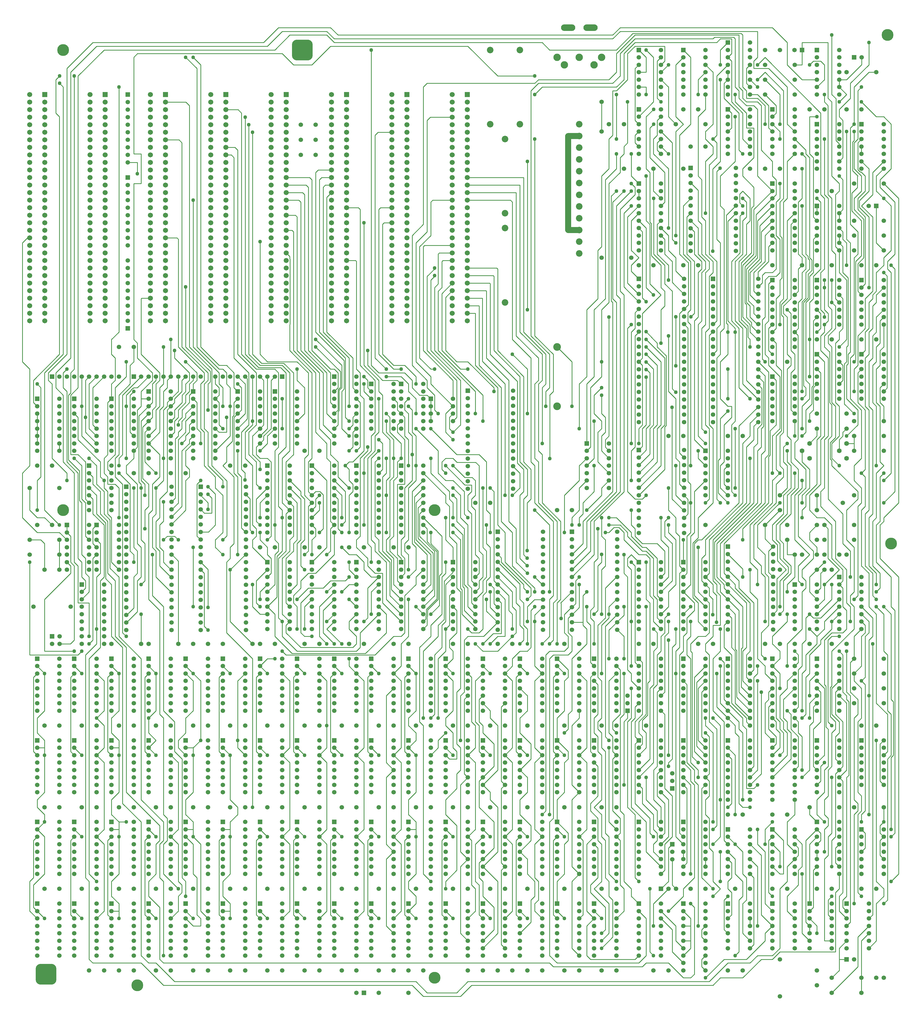
<source format=gbl>
G04 Layer_Physical_Order=4*
G04 Layer_Color=65280*
%FSLAX23Y23*%
%MOIN*%
G70*
G01*
G75*
%ADD10C,0.010*%
%ADD11C,0.059*%
%ADD12R,0.059X0.059*%
%ADD13R,0.059X0.059*%
%ADD14R,0.067X0.067*%
%ADD15C,0.067*%
%ADD16C,0.087*%
%ADD17C,0.098*%
%ADD18O,0.189X0.087*%
%ADD19C,0.063*%
G04:AMPARAMS|DCode=20|XSize=276mil|YSize=276mil|CornerRadius=69mil|HoleSize=0mil|Usage=FLASHONLY|Rotation=0.000|XOffset=0mil|YOffset=0mil|HoleType=Round|Shape=RoundedRectangle|*
%AMROUNDEDRECTD20*
21,1,0.276,0.138,0,0,0.0*
21,1,0.138,0.276,0,0,0.0*
1,1,0.138,0.069,-0.069*
1,1,0.138,-0.069,-0.069*
1,1,0.138,-0.069,0.069*
1,1,0.138,0.069,0.069*
%
%ADD20ROUNDEDRECTD20*%
%ADD21C,0.157*%
%ADD22C,0.102*%
%ADD23C,0.050*%
%ADD41C,0.079*%
D10*
X6447Y5906D02*
Y5963D01*
X6406Y6004D02*
X6447Y5963D01*
X6398Y6004D02*
X6406D01*
X6693Y5413D02*
Y5617D01*
X6404Y5906D02*
X6693Y5617D01*
X6398Y5906D02*
X6404D01*
X6644Y5364D02*
Y5566D01*
X6403Y5807D02*
X6644Y5566D01*
X6398Y5807D02*
X6403D01*
X6390Y5315D02*
X6398D01*
X6348Y5357D02*
X6390Y5315D01*
X6348Y5357D02*
Y5561D01*
X6250Y5255D02*
X6398Y5108D01*
X6211Y4921D02*
X6398Y5108D01*
X6004Y4921D02*
X6211D01*
X6250Y5255D02*
Y5413D01*
X6388Y5217D02*
X6398D01*
X6299Y5306D02*
X6388Y5217D01*
X6299Y5306D02*
Y5512D01*
X6447Y4960D02*
Y5364D01*
X6338Y4960D02*
X6447D01*
X6201Y4823D02*
X6338Y4960D01*
X6988Y5303D02*
Y5315D01*
X6890Y5205D02*
X6988Y5303D01*
X6890Y4528D02*
Y5205D01*
X6985Y5410D02*
X6988Y5413D01*
X6886Y5410D02*
X6985D01*
X6791Y5315D02*
X6886Y5410D01*
X6788Y5860D02*
X6790D01*
X6693Y5955D02*
X6788Y5860D01*
X6786Y5960D02*
X6790D01*
X6742Y6004D02*
X6786Y5960D01*
X6790Y6692D02*
X6840Y6742D01*
X6790Y6060D02*
Y6692D01*
X7775Y5906D02*
Y6010D01*
Y5906D02*
X7776Y5906D01*
X7385Y5315D02*
X7390D01*
X7283Y5213D02*
X7385Y5315D01*
X7283Y4970D02*
Y5213D01*
X7431Y5356D02*
Y5659D01*
X7390Y5315D02*
X7431Y5356D01*
X7387Y5217D02*
X7392D01*
X7333Y5163D02*
X7387Y5217D01*
X7333Y4970D02*
Y5163D01*
X7480Y5305D02*
Y5610D01*
X7392Y5217D02*
X7480Y5305D01*
X7240Y5160D02*
Y5358D01*
X7234Y5364D02*
X7240Y5358D01*
X7234Y5364D02*
X7382Y5512D01*
X7529Y5110D02*
Y5463D01*
X7390Y5110D02*
X7529D01*
X7382Y5118D02*
X7390Y5110D01*
X7874Y4626D02*
Y5004D01*
X8071Y5201D02*
Y5315D01*
X7874Y5004D02*
X8071Y5201D01*
X7972Y5202D02*
Y5217D01*
X7825Y5055D02*
X7972Y5202D01*
X7825Y3593D02*
Y5055D01*
X8005Y6365D02*
X8071Y6299D01*
X7940Y6365D02*
X8005D01*
X7874Y6299D02*
X7940Y6365D01*
X6053Y6841D02*
Y6930D01*
X5964D02*
X6053D01*
X5709Y7185D02*
X5964Y6930D01*
X6060Y7030D02*
X6102Y6988D01*
X5962Y7030D02*
X6060D01*
X5807Y7185D02*
X5962Y7030D01*
X6107Y7230D02*
X6151Y7185D01*
X5860Y7230D02*
X6107D01*
X5807Y7283D02*
X5860Y7230D01*
X7090Y7280D02*
Y8117D01*
X7087Y8120D02*
X7090Y8117D01*
X7087Y8120D02*
X7136Y8169D01*
X6348D02*
Y8219D01*
X6299Y8661D02*
X6660Y8301D01*
Y7218D02*
Y8301D01*
Y7218D02*
X6742Y7136D01*
X8268Y9646D02*
Y9662D01*
X8169Y9761D02*
X8268Y9662D01*
X8169Y9761D02*
Y9843D01*
X8366Y9547D02*
X8464Y9449D01*
X8268Y9449D02*
Y9457D01*
X8120Y9605D02*
X8268Y9457D01*
X8120Y9605D02*
Y10482D01*
X8268Y9350D02*
Y9357D01*
X8071Y9554D02*
X8268Y9357D01*
X8071Y9554D02*
Y10531D01*
X8257Y9252D02*
X8268D01*
X8218Y9213D02*
X8257Y9252D01*
X8218Y9006D02*
Y9213D01*
X8710Y6743D02*
X8858Y6594D01*
X8710Y6743D02*
Y7960D01*
X8755Y8160D02*
X8760D01*
X8711Y8204D02*
X8755Y8160D01*
X8711Y8204D02*
Y9498D01*
X8365Y8560D02*
X8369D01*
X8464Y8465D01*
X8365Y7727D02*
Y8360D01*
Y7727D02*
X8366Y7726D01*
X8365Y8460D02*
X8371D01*
X8415Y8415D01*
X8760Y8510D02*
Y9160D01*
X8858Y9055D02*
X8875D01*
X8920Y9215D02*
X8957Y9252D01*
X8920Y9092D02*
Y9215D01*
Y9092D02*
X8957Y9055D01*
X9006Y9206D02*
Y9892D01*
X8960Y9160D02*
X9006Y9206D01*
X8317Y9408D02*
X8365Y9360D01*
X8317Y9408D02*
Y10285D01*
X8858Y9449D02*
Y9467D01*
X8711Y9614D02*
X8858Y9467D01*
X8711Y9614D02*
Y9892D01*
X8858Y9646D02*
Y9667D01*
X8760Y9765D02*
X8858Y9667D01*
X8760Y9765D02*
Y9941D01*
X8809Y9990D02*
X8925Y9874D01*
Y9319D02*
Y9874D01*
X8858Y9252D02*
X8925Y9319D01*
X9350Y7810D02*
X9450Y7910D01*
X9350Y7283D02*
Y7810D01*
X9247Y8957D02*
X9252D01*
X9203Y8913D02*
X9247Y8957D01*
X9203Y7726D02*
Y8913D01*
X9850Y9752D02*
X9990Y9892D01*
X9850Y9653D02*
Y9752D01*
X9842Y9646D02*
X9850Y9653D01*
X9842Y7757D02*
Y7776D01*
X9793Y7708D02*
X9842Y7757D01*
X9793Y7530D02*
Y7708D01*
X9842Y7847D02*
Y7874D01*
X9744Y7749D02*
X9842Y7847D01*
X9744Y7579D02*
Y7749D01*
X9842Y7957D02*
Y7972D01*
X9596Y7711D02*
X9842Y7957D01*
X9596Y6693D02*
Y7711D01*
X9990Y7333D02*
Y8425D01*
X9852Y8563D02*
X9990Y8425D01*
X9842Y8563D02*
X9852D01*
X9941Y7382D02*
Y8374D01*
X9850Y8465D02*
X9941Y8374D01*
X9842Y8465D02*
X9850D01*
X9872Y8343D02*
Y8366D01*
Y8343D02*
X9921Y8294D01*
Y7706D02*
Y8294D01*
X9900Y7735D02*
Y8210D01*
X9842Y8268D02*
X9900Y8210D01*
X9842Y8268D02*
Y8268D01*
X9841Y8169D02*
X9842D01*
X9695Y8315D02*
X9841Y8169D01*
X9695Y8315D02*
Y9006D01*
X9843Y7677D02*
X9900Y7735D01*
X9892Y7677D02*
X9921Y7706D01*
X9892Y7431D02*
Y7677D01*
X9905Y9708D02*
X9941Y9744D01*
X9905Y9610D02*
Y9708D01*
X9842Y9547D02*
X9905Y9610D01*
Y9118D02*
X9941Y9154D01*
X9905Y8599D02*
Y9118D01*
Y8599D02*
X9941Y8563D01*
X3051Y6001D02*
Y6004D01*
X2854Y5804D02*
X3051Y6001D01*
X2854Y5118D02*
Y5804D01*
X2461Y5807D02*
X2461D01*
X2510Y5758D01*
X2461Y5906D02*
X2464D01*
X2560Y5810D01*
X1624Y5249D02*
Y5659D01*
X1493Y5118D02*
X1624Y5249D01*
X1476Y5118D02*
X1493D01*
X1575Y5300D02*
Y5709D01*
X1492Y5217D02*
X1575Y5300D01*
X1476Y5217D02*
X1492D01*
X2067Y5512D02*
Y5513D01*
X1870Y5710D02*
X2067Y5513D01*
X1870Y5710D02*
Y6053D01*
X2066Y5709D02*
X2067D01*
X1919Y5856D02*
X2066Y5709D01*
X1919Y5856D02*
Y6053D01*
X2067Y6004D02*
X2081D01*
X2165Y5920D01*
Y4823D02*
Y5920D01*
X2125Y6755D02*
Y7538D01*
X2067Y6697D02*
X2125Y6755D01*
X2067Y6693D02*
Y6697D01*
Y6594D02*
Y6597D01*
X2075Y6605D01*
X2080D01*
X2165Y6690D01*
X2214Y6644D02*
Y7382D01*
X2067Y6497D02*
X2214Y6644D01*
X2067Y6496D02*
Y6497D01*
X2264Y6594D02*
Y6988D01*
X2068Y6398D02*
X2264Y6594D01*
X2067Y6398D02*
X2068D01*
X2165Y6690D02*
Y7530D01*
X1919Y6398D02*
X1970Y6448D01*
Y6705D01*
X2125Y7538D02*
X2165Y7579D01*
X2510Y5055D02*
X2560Y5005D01*
X2510Y5055D02*
Y5758D01*
X2560Y5305D02*
Y5810D01*
X2608Y7185D02*
X2810Y6983D01*
Y6255D02*
Y6983D01*
X2756Y6201D02*
X2810Y6255D01*
X3051Y6299D02*
Y6309D01*
X3002Y6358D02*
X3051Y6309D01*
X3002Y6358D02*
Y6939D01*
X2565Y6305D02*
X2657Y6398D01*
X2466Y6305D02*
X2565D01*
X2461Y6299D02*
X2466Y6305D01*
X2608Y6555D02*
Y6757D01*
X2510Y6555D02*
X2608D01*
X2471Y6594D02*
X2510Y6555D01*
X2461Y6791D02*
X2560Y6692D01*
Y6605D02*
Y6692D01*
X2461Y6594D02*
X2471D01*
X2560Y6805D02*
X2608Y6757D01*
X2755Y6905D02*
Y6987D01*
X2756Y6988D01*
X2657Y6398D02*
Y6808D01*
X2560Y6905D02*
X2657Y6808D01*
X3050Y6995D02*
Y7086D01*
X3051Y7087D01*
X3115Y6334D02*
Y6745D01*
X3069Y6791D02*
X3115Y6745D01*
X3051Y6791D02*
X3069D01*
X3115Y6334D02*
X3150Y6299D01*
X10581Y12549D02*
X10679D01*
X10728Y12500D01*
Y12303D02*
Y12500D01*
X4364Y8202D02*
Y8579D01*
X4331Y8169D02*
X4364Y8202D01*
X3986Y8957D02*
X4364Y8579D01*
X4297Y8185D02*
X4331Y8219D01*
Y8514D01*
X3986Y8858D02*
X4331Y8514D01*
X4281Y8192D02*
X4315Y8225D01*
Y8431D01*
X3986Y8760D02*
X4315Y8431D01*
X4331Y7677D02*
Y8169D01*
X4281Y7923D02*
Y8192D01*
X4297Y7917D02*
Y8185D01*
X4281Y8219D02*
Y8415D01*
X4281Y8219D02*
X4281D01*
X4232Y8169D02*
X4281Y8219D01*
X4380Y7825D02*
Y8415D01*
X4183Y8022D02*
Y8415D01*
X4380D02*
X4380Y8415D01*
Y8612D01*
X1968Y8366D02*
Y8760D01*
X2067Y8366D02*
Y8858D01*
X4281Y7901D02*
X4297Y7917D01*
X4281Y7726D02*
Y7901D01*
X4232Y7677D02*
X4281Y7726D01*
X4232Y7677D02*
X4232D01*
X4331Y7677D02*
X4429Y7579D01*
X4380Y7825D02*
X4429Y7776D01*
X4232Y7874D02*
X4281Y7923D01*
X4232Y7874D02*
X4232D01*
X3986Y8957D02*
Y11073D01*
X4035Y8957D02*
X4380Y8612D01*
X4035Y8957D02*
Y10974D01*
X4429Y8415D02*
Y8612D01*
X4085Y8957D02*
X4429Y8612D01*
X4085Y8957D02*
Y10876D01*
X4429Y8415D02*
X4429Y8415D01*
X4134Y8957D02*
X4478Y8612D01*
Y8415D02*
Y8612D01*
X4478Y8415D02*
X4478Y8415D01*
X4134Y8957D02*
Y10741D01*
X7677Y6004D02*
Y6448D01*
X7761Y6532D01*
X7762D02*
X8071Y6840D01*
X7761Y6532D02*
X7762D01*
X8071Y6840D02*
Y9449D01*
X8022Y6840D02*
Y9400D01*
X7628Y6447D02*
X8022Y6840D01*
X7776Y6250D02*
Y6496D01*
X7628Y6053D02*
Y6447D01*
X7972Y6840D02*
Y9350D01*
X7579Y6447D02*
X7972Y6840D01*
X7579Y6102D02*
Y6447D01*
X7776Y6250D02*
X7825Y6201D01*
Y5856D02*
Y6201D01*
X7776Y5807D02*
X7825Y5856D01*
X7776Y5217D02*
Y5807D01*
X7825Y5167D02*
Y5561D01*
X7726Y5069D02*
X7825Y5167D01*
X7726Y4380D02*
Y5069D01*
X7874Y5167D02*
Y5217D01*
X7776Y5069D02*
X7874Y5167D01*
X7776Y4429D02*
Y5069D01*
X8169Y4528D02*
Y5807D01*
X7825Y5561D02*
X7972Y5709D01*
X7726Y5856D02*
X7776Y5906D01*
X7726Y5266D02*
Y5856D01*
X5807Y5906D02*
Y6102D01*
X5709Y6201D02*
X5807Y6102D01*
X5709Y6201D02*
Y6496D01*
X5758Y6250D02*
Y6644D01*
X5709Y6693D02*
X5758Y6644D01*
X5709Y6693D02*
Y6791D01*
X5807Y6496D02*
Y6693D01*
X5758Y6742D02*
X5807Y6693D01*
X5758Y6742D02*
Y6841D01*
X5512Y7087D02*
X5758Y6841D01*
X5512Y7087D02*
Y7283D01*
X5413Y7087D02*
X5709Y6791D01*
X5758Y6250D02*
X5856Y6152D01*
X5610Y7087D02*
Y7382D01*
Y7087D02*
X5709Y6988D01*
X5807D01*
X98Y10138D02*
X165Y10204D01*
X98Y8563D02*
Y10138D01*
Y8563D02*
X197Y8465D01*
X5463Y6178D02*
Y6348D01*
X5413Y6398D02*
X5463Y6348D01*
X5807Y6791D02*
X5856Y6742D01*
Y6447D02*
Y6742D01*
Y6447D02*
X5955Y6348D01*
Y5610D02*
Y6348D01*
X1969Y295D02*
X5266D01*
X1673Y591D02*
X1969Y295D01*
X1033Y591D02*
X1673D01*
X5463Y197D02*
X5856D01*
X5315Y344D02*
X5463Y197D01*
X2116Y344D02*
X5315D01*
X5413Y148D02*
X5905D01*
X5266Y295D02*
X5413Y148D01*
X1497Y11204D02*
X1624D01*
Y11059D02*
Y11204D01*
X6299Y6299D02*
Y6545D01*
X6250Y6594D02*
X6299Y6545D01*
X6250Y6594D02*
Y7234D01*
X6152Y7333D02*
X6250Y7234D01*
X5856Y7333D02*
X6152D01*
X5512Y7677D02*
X5856Y7333D01*
X9547Y6890D02*
Y7677D01*
X10433Y6890D02*
Y6988D01*
X10335Y6791D02*
X10433Y6890D01*
X10335Y6201D02*
Y6791D01*
Y6201D02*
X10531Y6004D01*
X10384Y5856D02*
X10531Y6004D01*
X10384Y5659D02*
Y5856D01*
Y5659D02*
X10433Y5610D01*
X7677Y5217D02*
X7726Y5266D01*
X9055Y5512D02*
Y6102D01*
Y5512D02*
X9153Y5413D01*
Y5413D02*
Y5413D01*
X11516Y5315D02*
X11614Y5217D01*
Y4085D02*
Y5217D01*
Y4085D02*
X11643Y4055D01*
Y3346D02*
Y4055D01*
X11614Y3317D02*
X11643Y3346D01*
X11614Y2362D02*
Y3317D01*
X10876Y2116D02*
X10925Y2165D01*
X10876Y1919D02*
Y2116D01*
Y1919D02*
X10925Y1870D01*
Y1870D02*
Y1870D01*
X10630Y984D02*
Y1083D01*
X10531Y1181D02*
X10630Y1083D01*
X10531Y1181D02*
X10531D01*
X9104Y935D02*
X9153Y886D01*
X9104Y935D02*
Y1033D01*
X9153Y1083D01*
Y1083D01*
X8957Y1378D02*
X9006Y1329D01*
Y443D02*
Y1329D01*
X8957Y394D02*
X9006Y443D01*
X8858Y394D02*
X8957D01*
X8661Y591D02*
X8858Y394D01*
X8366Y591D02*
X8661D01*
X8317Y541D02*
X8366Y591D01*
X7136Y541D02*
X8317D01*
X7087Y591D02*
X7136Y541D01*
X1969Y591D02*
X7087D01*
X1919Y640D02*
X1969Y591D01*
X1919Y640D02*
Y1329D01*
X1772Y1476D02*
X1919Y1329D01*
X1772Y1476D02*
Y1673D01*
X1870Y1772D01*
Y2165D01*
X1919Y2215D01*
Y2411D01*
X1476Y2854D02*
X1919Y2411D01*
X1476Y2854D02*
Y4774D01*
X1329Y4921D02*
X1476Y4774D01*
X1329Y4921D02*
Y5659D01*
X1230Y5758D02*
X1329Y5659D01*
X1230Y5758D02*
Y6447D01*
X1132Y6545D02*
X1230Y6447D01*
X1132Y6545D02*
Y6841D01*
X1033Y6939D02*
X1132Y6841D01*
X1033Y6939D02*
Y7037D01*
X984Y7087D02*
X1033Y7037D01*
X984Y7087D02*
X984D01*
X8858Y689D02*
X8957Y787D01*
Y886D01*
X8858Y1280D02*
X8957Y1181D01*
Y1083D02*
Y1181D01*
X9055Y1083D02*
Y2953D01*
X9006Y3002D02*
X9055Y2953D01*
X9006Y3002D02*
Y3150D01*
X8907Y3248D02*
X9006Y3150D01*
X8907Y3248D02*
Y4281D01*
X8858Y4331D02*
X8907Y4281D01*
X8858Y4331D02*
X8858D01*
X7874Y2461D02*
X7972Y2362D01*
X7874Y2461D02*
Y3445D01*
X8977Y3326D02*
X9055Y3248D01*
X8977Y3326D02*
Y4704D01*
X8957Y4724D02*
X8977Y4704D01*
X8957Y4724D02*
Y4823D01*
X9055Y4921D01*
X9154D01*
X9203Y4970D01*
Y5364D01*
X9154Y5413D02*
X9203Y5364D01*
X9153Y5413D02*
X9154D01*
X9055Y3051D02*
Y3150D01*
X8957Y3248D02*
X9055Y3150D01*
X8957Y3248D02*
Y4626D01*
X8907Y4675D02*
X8957Y4626D01*
X8907Y4675D02*
Y4872D01*
X8957Y4921D01*
Y5118D01*
X8858Y5217D02*
X8957Y5315D01*
X8120Y5856D02*
X8120D01*
X8169Y5807D01*
X8120Y5856D02*
Y5955D01*
X5217Y7185D02*
Y7530D01*
X5167Y7579D02*
X5217Y7530D01*
X5167Y7579D02*
Y7825D01*
X5118Y7874D02*
X5167Y7825D01*
X5118Y7874D02*
X5118D01*
X5217Y7972D02*
X5266Y7923D01*
Y7628D02*
Y7923D01*
Y7628D02*
X5315Y7579D01*
Y7185D02*
Y7579D01*
Y6988D02*
Y7185D01*
X5217Y6890D02*
X5315Y6988D01*
X5217Y6201D02*
Y6890D01*
X5167Y6152D02*
X5217Y6201D01*
X5167Y6053D02*
Y6152D01*
Y6053D02*
X5217Y6004D01*
Y5807D02*
Y6004D01*
X4724Y5217D02*
Y5512D01*
X4823Y5610D01*
Y5610D01*
X4626Y5118D02*
X4675Y5167D01*
Y5561D01*
X4823Y5709D01*
Y5709D01*
X4823Y7628D02*
Y8071D01*
X4774Y7579D02*
X4823Y7628D01*
X4774Y7382D02*
Y7579D01*
X4675Y7283D02*
X4774Y7382D01*
X4675Y6152D02*
Y7283D01*
Y6152D02*
X4724Y6102D01*
Y5906D02*
Y6102D01*
X4429Y7677D02*
X4478Y7726D01*
Y7825D01*
X4527Y7874D01*
Y7874D01*
X4823Y7530D02*
X4872Y7480D01*
X4823Y7530D02*
Y7530D01*
X4872Y7136D02*
Y7480D01*
X4823Y7087D02*
X4872Y7136D01*
X4823Y7087D02*
X4823D01*
X10236Y7234D02*
Y7382D01*
Y7234D02*
X10285Y7185D01*
Y6890D02*
Y7185D01*
X10187Y6791D02*
X10285Y6890D01*
X10187Y6545D02*
Y6791D01*
X10039Y6398D02*
X10187Y6545D01*
X10039Y6201D02*
Y6398D01*
X6742Y8957D02*
X7037Y8661D01*
Y8268D02*
Y8661D01*
X6988Y8219D02*
X7037Y8268D01*
X6988Y7480D02*
Y8219D01*
X10335Y6890D02*
Y7087D01*
X10236Y6791D02*
X10335Y6890D01*
X10236Y6545D02*
Y6791D01*
X10089Y6398D02*
X10236Y6545D01*
X10089Y6201D02*
Y6398D01*
Y6201D02*
X10138Y6152D01*
X10630Y2559D02*
X10728Y2461D01*
X10630Y2559D02*
Y2756D01*
X10728Y2854D01*
Y3150D01*
X10778Y3199D01*
Y3691D01*
X10748Y3720D02*
X10778Y3691D01*
X10748Y3720D02*
Y4262D01*
X10728Y4281D02*
X10748Y4262D01*
X10728Y4281D02*
Y4872D01*
X10827Y4970D01*
X10974D01*
X11024Y5020D01*
Y5266D01*
X10974Y5315D02*
X11024Y5266D01*
X10974Y5315D02*
Y5561D01*
X10925Y5610D02*
X10974Y5561D01*
X10925Y5610D02*
X10925D01*
X10433Y3150D02*
Y3593D01*
X10384Y3642D02*
X10433Y3593D01*
X10384Y3642D02*
Y3789D01*
X10335Y3839D02*
X10384Y3789D01*
X10335Y3839D02*
X10335D01*
X10236Y3937D02*
X10285Y3888D01*
Y3691D02*
Y3888D01*
Y3691D02*
X10384Y3593D01*
Y3199D02*
Y3593D01*
X10335Y3150D02*
X10384Y3199D01*
X10335Y3150D02*
X10335D01*
X10433Y3051D02*
X10531Y3150D01*
Y3740D01*
X10581Y3789D01*
Y3986D01*
X10630Y4035D01*
Y4035D01*
X10039Y1870D02*
X10138Y1772D01*
X10187D01*
Y2215D01*
X10039Y2362D02*
X10187Y2215D01*
X10039Y2362D02*
X10039D01*
X10138Y1870D02*
Y2067D01*
X10039Y2165D02*
X10138Y2067D01*
X10039Y2165D02*
X10039D01*
X9350Y1673D02*
Y2067D01*
X5413Y1772D02*
X5512Y1673D01*
X5413Y1772D02*
Y3740D01*
X5364Y3789D02*
X5413Y3740D01*
X5364Y3789D02*
Y4774D01*
X5512Y4921D01*
Y5069D01*
X5659Y5217D01*
Y5709D01*
X5709Y5758D01*
Y5906D01*
X9104Y541D02*
X9153Y492D01*
X9104Y541D02*
Y640D01*
X9153Y689D01*
Y689D01*
X984Y6890D02*
X1083Y6791D01*
Y6545D02*
Y6791D01*
Y6545D02*
X1201Y6427D01*
Y5689D02*
Y6427D01*
Y5689D02*
X1280Y5610D01*
Y4921D02*
Y5610D01*
Y4921D02*
X1427Y4774D01*
Y2707D02*
Y4774D01*
Y2707D02*
X1673Y2461D01*
Y689D02*
Y2461D01*
Y689D02*
X1772Y591D01*
X1870D01*
X2116Y344D01*
X5856Y197D02*
X6004Y344D01*
X9203D01*
X9449Y591D01*
X9744D01*
X9843Y689D01*
X10039D01*
X10138Y787D01*
Y1575D01*
X10236Y1673D01*
Y1870D01*
X10335Y1969D01*
X10236Y2165D02*
X10335Y2067D01*
X10236Y2165D02*
Y2461D01*
X10335Y2559D01*
Y2756D01*
X10925Y2264D02*
Y2264D01*
X10827Y1870D02*
Y2215D01*
X10876Y2264D01*
Y3100D01*
X10827Y2313D02*
Y3051D01*
X10778Y2264D02*
X10827Y2313D01*
X10778Y2018D02*
Y2264D01*
X10728Y1969D02*
X10778Y2018D01*
X10728Y886D02*
Y1969D01*
Y886D02*
X10827D01*
X10974Y1526D02*
Y3002D01*
X10876Y3100D02*
X10925Y3150D01*
Y3150D01*
X11614Y9843D02*
X11663Y9793D01*
Y6841D02*
Y9793D01*
X11516Y6693D02*
X11663Y6841D01*
X10630Y1969D02*
Y2067D01*
X10433Y984D02*
X10531Y886D01*
X10433Y984D02*
Y1772D01*
X10482Y1132D02*
X10531Y1083D01*
X11516Y1378D02*
X11565Y1427D01*
Y3297D01*
X11614Y3346D01*
Y3888D01*
X11565Y3937D02*
X11614Y3888D01*
X11565Y3937D02*
Y4675D01*
X11516Y4724D02*
X11565Y4675D01*
X11516Y4724D02*
Y5217D01*
X11417Y5315D02*
X11516Y5217D01*
X11614Y2264D02*
X11663Y2313D01*
Y5266D01*
X11614Y5315D02*
X11663Y5266D01*
X11614Y5315D02*
Y5709D01*
X11417Y5906D02*
X11614Y5709D01*
X11417Y5906D02*
Y6398D01*
X11467Y6447D01*
Y7037D01*
X11516Y7087D01*
X9321Y6821D02*
X9449Y6693D01*
X9321Y6821D02*
Y7254D01*
X9350Y7283D01*
X9400Y7726D02*
X9498Y7825D01*
X9350Y5512D02*
X9449Y5413D01*
X9350Y5512D02*
Y5610D01*
X9272Y5689D02*
X9350Y5610D01*
X9272Y5689D02*
Y6171D01*
X9793Y6693D01*
Y7431D01*
X9843Y7480D01*
Y7677D01*
X9153Y5709D02*
X9252Y5610D01*
X9154Y5709D02*
X9203Y5758D01*
Y6201D01*
X9695Y6693D01*
Y7431D01*
X9793Y7530D01*
X9104Y5659D02*
X9153Y5610D01*
X9104Y5659D02*
Y5955D01*
X9154Y6004D01*
Y6201D01*
X9646Y6693D01*
Y7480D01*
X9744Y7579D01*
X9449Y8071D02*
Y8465D01*
X8612Y9596D02*
X8711Y9498D01*
X8612Y9596D02*
Y9843D01*
X8465Y9990D02*
X8612Y9843D01*
X8465Y9990D02*
Y10728D01*
X8268Y10728D02*
Y10827D01*
X8563Y8809D02*
Y9252D01*
X8612Y9301D01*
Y9498D01*
X8563Y9547D02*
X8612Y9498D01*
X8563Y9547D02*
Y9843D01*
X8435Y9970D02*
X8563Y9843D01*
X8435Y9970D02*
Y10392D01*
X8415Y10412D02*
X8435Y10392D01*
X8415Y10412D02*
Y11073D01*
X8366Y11122D02*
X8415Y11073D01*
X8366Y11122D02*
Y11811D01*
X8465Y11909D01*
X9547Y12008D02*
Y12106D01*
Y12008D02*
X9695Y11860D01*
Y11663D02*
Y11860D01*
Y11663D02*
X9793D01*
Y11270D02*
Y11663D01*
X9646Y11122D02*
X9793Y11270D01*
X9646Y11024D02*
Y11122D01*
Y11024D02*
X9793Y10876D01*
Y10630D02*
Y10876D01*
X9764Y10601D02*
X9793Y10630D01*
X9764Y10010D02*
Y10601D01*
X9626Y9872D02*
X9764Y10010D01*
X9626Y9123D02*
Y9872D01*
Y9123D02*
X9715Y9034D01*
Y8888D02*
Y9034D01*
Y8888D02*
X9744Y8858D01*
Y8760D02*
Y8858D01*
X8415Y11663D02*
X8465Y11713D01*
X8415Y11270D02*
Y11663D01*
Y11270D02*
X8612Y11073D01*
Y10679D02*
Y11073D01*
X8563Y10630D02*
X8612Y10679D01*
X8563Y10630D02*
X8563D01*
X8464Y10827D02*
Y11122D01*
Y10827D02*
X8563Y10728D01*
Y10728D02*
Y10728D01*
X9350Y11220D02*
Y12303D01*
X9547Y11220D02*
Y11811D01*
X9350Y11024D02*
X9547Y11220D01*
X9350Y10630D02*
Y11024D01*
Y10630D02*
X9400Y10581D01*
Y9006D02*
Y10581D01*
X9350Y8957D02*
X9400Y9006D01*
X9350Y8661D02*
Y8957D01*
X9301Y8612D02*
X9350Y8661D01*
X9301Y6742D02*
Y8612D01*
Y6742D02*
X9350Y6693D01*
X7480Y7677D02*
Y8268D01*
X7579Y8366D01*
Y9252D01*
X7726Y9400D01*
Y10039D01*
X7776Y10089D01*
Y11024D01*
X7874Y11122D01*
Y11516D01*
X7923Y11565D01*
Y12156D01*
X7972D01*
X8120Y12303D01*
Y12648D01*
X8219Y12746D01*
X8612D01*
Y12549D02*
Y12746D01*
X8563Y12500D02*
X8612Y12549D01*
X8563Y12500D02*
X8563D01*
X11171Y12156D02*
X11220Y12205D01*
X11171Y12106D02*
Y12156D01*
X11171Y12106D02*
X11171Y12106D01*
X10728Y9154D02*
Y9203D01*
X10679Y9252D02*
X10728Y9203D01*
X10679Y9252D02*
Y9744D01*
X10728Y9793D01*
Y10728D01*
X10679Y10778D02*
X10728Y10728D01*
X10679Y10778D02*
Y11860D01*
X9941Y12598D02*
X10679Y11860D01*
X9843Y12500D02*
X9941Y12598D01*
X10925Y1280D02*
X11024Y1181D01*
X10925Y1280D02*
Y1476D01*
X10974Y1526D01*
X10925Y3051D02*
X10974Y3002D01*
X10925Y3051D02*
X10925D01*
X11024Y3051D02*
X11053Y3080D01*
Y4055D01*
X11024Y4085D02*
X11053Y4055D01*
X11024Y4085D02*
Y4134D01*
X10925Y3051D02*
X11024Y3150D01*
Y4035D01*
X10925Y4134D02*
X11024Y4035D01*
X10974Y4183D02*
X11024Y4134D01*
X11073Y1132D02*
Y4134D01*
X11024Y1280D02*
Y1280D01*
X10974Y1329D02*
X11024Y1280D01*
X10974Y1329D02*
Y1427D01*
X11024Y1476D01*
Y3051D01*
X10974Y4183D02*
Y4675D01*
X10925Y4724D02*
X10974Y4675D01*
X11024Y1083D02*
X11073Y1132D01*
X11073D01*
X11024Y4183D02*
X11073Y4134D01*
X11024Y4183D02*
Y4724D01*
X10433Y3839D02*
X10482Y3888D01*
Y4380D01*
X10531Y4429D01*
Y4675D01*
X10679Y4823D01*
Y4872D01*
X10827Y5020D01*
Y5118D01*
Y5118D02*
X10925Y5217D01*
X10433Y3937D02*
Y4429D01*
X10482Y4478D01*
Y4675D01*
X10630Y4823D01*
Y4921D01*
X10531Y5020D02*
X10630Y4921D01*
X10728Y5020D01*
Y5118D01*
X10925Y5315D01*
Y5315D01*
X10679Y5167D02*
X10925Y5413D01*
X10679Y5167D02*
Y5167D01*
X10581Y5167D02*
X10679D01*
X10531Y5217D02*
X10581Y5167D01*
X10482D02*
X10531Y5217D01*
X10482Y4872D02*
Y5167D01*
X10433Y4823D02*
X10482Y4872D01*
X10433Y4528D02*
Y4823D01*
X10384Y4478D02*
X10433Y4528D01*
X10335Y4724D02*
X10384Y4675D01*
Y4577D02*
Y4675D01*
X10335Y4528D02*
X10384Y4577D01*
X10335Y4528D02*
X10335D01*
X10384Y3986D02*
Y4478D01*
X10335Y3937D02*
X10384Y3986D01*
X10335Y3937D02*
X10335D01*
X10728Y10778D02*
Y11516D01*
Y10778D02*
X10778Y10728D01*
Y9301D02*
Y10728D01*
Y9301D02*
X10827Y9252D01*
Y9006D02*
Y9252D01*
X10728Y8907D02*
X10827Y9006D01*
X10728Y8760D02*
Y8907D01*
Y8760D02*
X10798Y8691D01*
Y8022D02*
Y8691D01*
Y8022D02*
X10827Y7992D01*
Y7579D02*
Y7992D01*
X10778Y7530D02*
X10827Y7579D01*
X10778Y6742D02*
Y7530D01*
Y6742D02*
X10974Y6545D01*
Y6152D02*
Y6545D01*
Y6152D02*
X11073Y6053D01*
Y5709D02*
Y6053D01*
X10531Y1280D02*
X10581Y1329D01*
Y1821D01*
X10630Y1870D01*
X10531Y1378D02*
Y2165D01*
X10630Y2264D01*
Y2264D01*
X10630Y2362D02*
X10679Y2313D01*
X10630Y2362D02*
X10630D01*
X10482Y2215D02*
X10630Y2362D01*
X10482Y1132D02*
Y2215D01*
X10531Y1083D02*
Y1083D01*
X10335Y2264D02*
X10433Y2165D01*
Y1870D02*
Y2165D01*
X10384Y1821D02*
X10433Y1870D01*
X10384Y1624D02*
Y1821D01*
X10236Y1476D02*
X10384Y1624D01*
X10236Y1280D02*
Y1476D01*
Y1280D02*
X10285Y1230D01*
Y1230D02*
Y1230D01*
Y1230D02*
X10335Y1181D01*
X10531Y984D02*
Y1083D01*
X9547Y689D02*
X9596Y738D01*
Y1427D01*
X9646Y1476D01*
Y1673D01*
X9547Y1772D02*
X9646Y1673D01*
X9547Y1772D02*
Y1969D01*
X9449Y2067D02*
X9547Y1969D01*
X9449Y1969D02*
X9498Y1919D01*
Y1722D02*
Y1919D01*
X9449Y1673D02*
X9498Y1722D01*
X9449Y1575D02*
Y1673D01*
Y1575D02*
X9498Y1526D01*
Y1230D02*
Y1526D01*
X9449Y1181D02*
X9498Y1230D01*
X9449Y1181D02*
X9449D01*
X984Y7283D02*
X1083Y7185D01*
Y6939D02*
Y7185D01*
Y6939D02*
X1181Y6841D01*
Y6545D02*
Y6841D01*
Y6545D02*
X1259Y6467D01*
Y5827D02*
Y6467D01*
Y5827D02*
X1378Y5709D01*
Y4921D02*
Y5709D01*
Y4921D02*
X1673Y4626D01*
Y2756D02*
Y4626D01*
Y2756D02*
X1969Y2461D01*
Y2215D02*
Y2461D01*
X1919Y2165D02*
X1969Y2215D01*
X1919Y1722D02*
Y2165D01*
Y1722D02*
X1969Y1673D01*
Y689D02*
Y1673D01*
X9154Y394D02*
X9400Y640D01*
X9695D01*
X9941Y886D01*
Y984D01*
X10039Y1083D01*
Y1083D01*
X2461Y7480D02*
Y7628D01*
X2411Y7677D02*
X2461Y7628D01*
X2411Y7677D02*
Y8022D01*
X2362Y8071D02*
X2411Y8022D01*
X886Y7579D02*
Y8366D01*
X9104Y7677D02*
X9154Y7628D01*
X9104Y7677D02*
Y9006D01*
X9154Y9055D01*
Y9744D01*
X9203Y9793D01*
Y9892D01*
X9104Y9990D02*
X9203Y9892D01*
X9104Y9990D02*
Y10384D01*
X9055Y10433D02*
X9104Y10384D01*
X9055Y7579D02*
X9154Y7480D01*
X9055Y7579D02*
Y9055D01*
X9104Y9104D01*
Y9744D01*
X9154Y9793D01*
Y9892D01*
X9055Y9990D02*
X9154Y9892D01*
X9055Y9990D02*
Y10335D01*
X8957Y10433D02*
X9055Y10335D01*
X8957D02*
X9006Y10285D01*
X9006D01*
Y9990D02*
Y10285D01*
Y9990D02*
X9104Y9892D01*
Y9793D02*
Y9892D01*
X9055Y9744D02*
X9104Y9793D01*
X9055Y9154D02*
Y9744D01*
X9006Y9104D02*
X9055Y9154D01*
X9006Y7529D02*
Y9104D01*
Y7529D02*
X9153Y7382D01*
X9055Y7283D02*
Y7382D01*
Y7283D02*
X9153Y7185D01*
X11073Y5118D02*
Y5315D01*
X11024Y5364D02*
X11073Y5315D01*
X11024Y5364D02*
Y5807D01*
X10876Y5955D02*
X11024Y5807D01*
X10876Y5955D02*
Y6447D01*
X10679Y6644D02*
X10876Y6447D01*
X10679Y6644D02*
Y6841D01*
X10728Y6890D01*
Y7530D01*
X10778Y7579D01*
Y8612D01*
X10679Y8711D02*
X10778Y8612D01*
X10679Y8711D02*
Y8907D01*
X10728Y8957D01*
Y9055D01*
X10778Y9104D01*
Y9203D01*
X10728Y9252D02*
X10778Y9203D01*
X10728Y9252D02*
Y9547D01*
Y9646D01*
X10187Y7431D02*
X10236Y7480D01*
X10187Y7234D02*
Y7431D01*
Y7234D02*
X10236Y7185D01*
Y6890D02*
Y7185D01*
X10138Y6791D02*
X10236Y6890D01*
X10138Y6791D02*
X10138D01*
X11171Y8415D02*
X11220Y8465D01*
X11171Y8022D02*
Y8415D01*
Y8022D02*
X11270Y7923D01*
Y7136D02*
Y7923D01*
X11220Y7087D02*
X11270Y7136D01*
X11220Y7087D02*
X11270Y7037D01*
Y6644D02*
Y7037D01*
X11220Y6594D02*
X11270Y6644D01*
X11220Y5856D02*
Y6594D01*
Y5856D02*
X11319Y5758D01*
Y5315D02*
Y5758D01*
Y5315D02*
X11417Y5217D01*
Y4035D02*
Y5217D01*
Y4035D02*
X11565Y3888D01*
Y3396D02*
Y3888D01*
X11516Y3346D02*
X11565Y3396D01*
X11516Y3346D02*
X11516D01*
X11467Y3002D02*
X11516Y2953D01*
X11467Y3002D02*
Y3494D01*
X11516Y3543D01*
Y3543D01*
X11467Y2018D02*
X11516Y1969D01*
X11467Y2018D02*
Y2215D01*
X11516Y2264D01*
Y2264D01*
X11467Y2313D02*
X11516Y2264D01*
X11467Y2313D02*
Y2411D01*
X11516Y2461D01*
X11516Y2461D02*
Y2657D01*
X5315Y7874D02*
Y8071D01*
X5217Y8169D02*
X5315Y8071D01*
X5217Y8169D02*
Y8268D01*
X5118Y8366D02*
X5217Y8268D01*
X4921Y8366D02*
X5118D01*
X4724Y8514D02*
X4823Y8415D01*
X5167D01*
X4774Y8612D02*
Y11565D01*
Y8612D02*
X4921Y8465D01*
X5020D02*
X5118D01*
X4823Y8661D02*
X5020Y8465D01*
X4823Y8661D02*
Y10581D01*
X5020Y8514D02*
X5167D01*
X4872Y8661D02*
X5020Y8514D01*
X4872Y8661D02*
Y10384D01*
X5167Y8514D02*
X5315Y8366D01*
X935Y7825D02*
Y8317D01*
Y7628D02*
Y7825D01*
X1476Y7972D02*
Y8120D01*
Y7283D02*
Y7972D01*
X1575Y5906D02*
Y6004D01*
X1526Y6053D02*
X1575Y6004D01*
X1526Y6053D02*
Y6939D01*
X1378Y7087D02*
X1526Y6939D01*
X1969Y6201D02*
X2018Y6250D01*
X2116D01*
X2165Y6201D01*
X1969Y1772D02*
X2165Y1575D01*
X1969Y1772D02*
Y2165D01*
X2018Y2215D01*
Y2510D01*
X1969Y2559D02*
X2018Y2510D01*
X1969Y2559D02*
Y3839D01*
X1919Y3888D02*
X1969Y3839D01*
X1919Y3888D02*
Y5266D01*
X1772Y5413D02*
X1919Y5266D01*
X1772Y5413D02*
Y6545D01*
X1821Y6594D01*
Y6939D01*
X1919Y7037D01*
Y7333D01*
X1772Y7480D02*
X1919Y7333D01*
X1772Y7480D02*
X1772D01*
X1673Y5610D02*
X1722Y5659D01*
Y6152D01*
X1673Y6201D02*
X1722Y6152D01*
X1673Y6201D02*
Y6890D01*
Y6939D01*
X1644Y6968D02*
X1673Y6939D01*
X1644Y6968D02*
Y7845D01*
X1772Y7972D01*
X4921Y6791D02*
X4921Y6791D01*
Y6988D01*
X4970Y7037D01*
Y7530D01*
X4872Y7628D02*
X4970Y7530D01*
X3248Y10154D02*
Y10154D01*
X3150Y11604D02*
Y11614D01*
X3100Y11704D02*
Y11713D01*
X5783Y11804D02*
X5790Y11811D01*
X5505Y11804D02*
X5783D01*
X5463Y11762D02*
X5505Y11804D01*
X3051Y11804D02*
Y11811D01*
X4527Y8071D02*
X4577Y8022D01*
Y7431D02*
Y8022D01*
X4527Y7382D02*
X4577Y7431D01*
X4429Y7382D02*
X4478Y7431D01*
Y7628D01*
X4527Y7677D01*
Y7677D01*
X4921Y6299D02*
Y6791D01*
X3346Y6496D02*
X3346D01*
X3642Y6988D02*
X3789Y6841D01*
Y6791D02*
Y6841D01*
Y6791D02*
X3839Y6742D01*
Y6201D02*
Y6742D01*
X3789Y6152D02*
X3839Y6201D01*
X3789Y5856D02*
Y6152D01*
Y5856D02*
X3839Y5807D01*
X4429Y5610D02*
X4527D01*
X4331Y5512D02*
X4429Y5610D01*
Y5807D02*
Y5906D01*
Y5807D02*
X4527Y5709D01*
X4724Y5709D02*
X4823D01*
X4626Y5807D02*
X4724Y5709D01*
X4626Y5807D02*
Y5906D01*
X4527Y6004D02*
X4626Y5906D01*
X4429Y6004D02*
X4527D01*
X4331Y6102D02*
X4429Y6004D01*
X3248Y6201D02*
Y6299D01*
Y6201D02*
X3346Y6102D01*
Y6004D02*
Y6102D01*
Y6004D02*
X3396Y5955D01*
Y5758D02*
Y5955D01*
X3346Y5709D02*
X3396Y5758D01*
X3346Y5709D02*
X3346D01*
X4626Y6398D02*
Y7087D01*
Y7283D01*
X4724Y7382D01*
Y7579D01*
X4774Y7628D01*
Y8317D01*
X4577Y8514D02*
X4774Y8317D01*
X4577Y8514D02*
Y10581D01*
X4553Y10604D02*
X4577Y10581D01*
X4397Y10604D02*
X4553D01*
X4281Y6348D02*
X4331Y6299D01*
X4281Y6348D02*
Y6742D01*
X4232Y6791D02*
X4281Y6742D01*
X4331Y6398D02*
X4380Y6447D01*
Y6841D01*
X4232Y6988D02*
X4380Y6841D01*
X4232Y6890D02*
X4331Y6791D01*
Y6496D02*
Y6791D01*
X4429Y6299D02*
Y6791D01*
X4478Y6841D01*
Y6939D01*
X4429Y6988D02*
X4478Y6939D01*
X4429Y6988D02*
Y7136D01*
X4380Y7185D02*
X4429Y7136D01*
X4380Y7185D02*
X4429Y7234D01*
X4478D01*
X4626Y7382D01*
Y8071D01*
X4577Y8120D02*
X4626Y8071D01*
X4577Y8120D02*
Y8415D01*
X4527Y8465D02*
X4577Y8415D01*
X4527Y8465D02*
Y9892D01*
X4515Y9904D02*
X4527Y9892D01*
X4397Y9904D02*
X4515D01*
X5659Y7136D02*
X5709Y7087D01*
X5659Y7136D02*
Y7234D01*
X5709Y7283D01*
X5807D01*
X6151Y6053D02*
Y7185D01*
Y6053D02*
X6201Y6004D01*
Y5709D02*
Y6004D01*
X6151Y5659D02*
X6201Y5709D01*
X6151Y5561D02*
Y5659D01*
X6102Y5512D02*
X6151Y5561D01*
X6102Y5512D02*
X6102D01*
X6004Y6791D02*
X6053Y6841D01*
X6004Y6594D02*
Y6791D01*
Y6594D02*
X6053Y6545D01*
Y5659D02*
Y6545D01*
Y5659D02*
X6102Y5610D01*
Y6791D02*
Y6988D01*
X6053Y6742D02*
X6102Y6791D01*
X6053Y6644D02*
Y6742D01*
Y6644D02*
X6102Y6594D01*
Y6004D02*
Y6594D01*
Y6004D02*
X6151Y5955D01*
Y5758D02*
Y5955D01*
X6102Y5709D02*
X6151Y5758D01*
X6102Y5709D02*
X6102D01*
X5315Y7677D02*
X5610Y7382D01*
X5807Y6988D02*
X5955Y6841D01*
Y6545D02*
Y6841D01*
Y6545D02*
X6004Y6496D01*
X8317Y6742D02*
X8366Y6791D01*
X8218Y6742D02*
X8317D01*
X8120Y6841D02*
X8218Y6742D01*
X8120Y6841D02*
Y9006D01*
X8169Y9055D01*
X7677Y7283D02*
Y7776D01*
X7579Y7185D02*
X7677Y7283D01*
X7579Y7185D02*
X7579D01*
X6890Y8907D02*
Y11516D01*
Y8907D02*
X7136Y8661D01*
Y8169D02*
Y8661D01*
X5512Y7776D02*
Y7874D01*
Y7972D01*
Y8071D01*
X9252Y5512D02*
X9301Y5463D01*
X9252Y5512D02*
Y5610D01*
X9203Y5463D02*
X9252Y5413D01*
X9203Y5463D02*
Y5561D01*
X9153Y5610D02*
X9203Y5561D01*
X9153Y5610D02*
Y5610D01*
X8858Y5512D02*
X9006Y5364D01*
X8858Y5512D02*
X8858D01*
X8809Y2313D02*
X8858Y2264D01*
X8809Y2313D02*
Y4675D01*
X8858Y4724D01*
Y4921D01*
X8907Y4970D01*
Y5167D01*
X9006Y5266D01*
Y5364D01*
X8986Y5434D02*
X9055Y5365D01*
X8986Y5434D02*
Y6160D01*
X9055Y6229D01*
X9006Y6152D02*
X9055Y6201D01*
X9006Y5463D02*
Y6152D01*
X9055Y6201D02*
X9104D01*
X9596Y6693D01*
X8957Y5610D02*
Y6250D01*
X8858Y5512D02*
X8957Y5610D01*
X9055Y5118D02*
X9153Y5020D01*
X9055Y5118D02*
Y5364D01*
X9006Y5463D02*
X9153Y5315D01*
X8957Y6250D02*
X9006Y6299D01*
Y6841D01*
X9153Y6988D01*
X8907Y5758D02*
Y6250D01*
X8858Y5709D02*
X8907Y5758D01*
X9055Y6229D02*
Y6496D01*
X9252Y6693D01*
Y7677D01*
X9203Y7726D02*
X9252Y7677D01*
X9429Y9075D02*
X9449Y9055D01*
Y8957D02*
Y9055D01*
Y8661D02*
Y8957D01*
X9350Y8563D02*
X9449Y8661D01*
X9350Y8071D02*
Y8563D01*
Y8071D02*
X9449Y7972D01*
X9498D01*
Y7825D02*
Y7972D01*
X9400Y7234D02*
Y7726D01*
X9350Y7185D02*
X9400Y7234D01*
X9350Y6890D02*
Y7185D01*
Y6890D02*
X9449Y6791D01*
X9449D01*
X8366Y9547D02*
Y10335D01*
X8268Y10433D02*
X8366Y10335D01*
X8268Y10335D02*
X8317Y10285D01*
X8268Y10335D02*
Y10335D01*
X8071Y10531D02*
X8169Y10630D01*
X8120Y10482D02*
X8268Y10630D01*
X8169Y10433D02*
X8268Y10531D01*
X8169Y10039D02*
Y10433D01*
Y10039D02*
X8268Y9941D01*
X8169Y9843D02*
X8268Y9941D01*
X8661Y9646D02*
Y9843D01*
X8514Y9990D02*
X8661Y9843D01*
X8514Y9990D02*
Y10384D01*
X8563Y10433D01*
Y10433D01*
Y10236D02*
X8612Y10187D01*
Y9990D02*
Y10187D01*
Y9990D02*
X8711Y9892D01*
X8563Y10335D02*
X8661Y10236D01*
Y10039D02*
Y10236D01*
Y10039D02*
X8760Y9941D01*
X8858Y12697D02*
X8957Y12598D01*
Y11713D02*
Y12598D01*
X8809Y11565D02*
X8957Y11713D01*
X8809Y9990D02*
Y11565D01*
X8858Y9252D02*
X8858D01*
X8907Y9990D02*
X9006Y9892D01*
X8907Y9990D02*
Y10482D01*
X8957Y10531D01*
X8858Y10630D02*
X8957Y10728D01*
X8858Y9990D02*
Y10630D01*
Y9990D02*
X8957Y9892D01*
Y9252D02*
Y9892D01*
Y7185D02*
Y9055D01*
X7677Y6841D02*
Y7185D01*
X7529Y6693D02*
X7677Y6841D01*
X7529Y6545D02*
Y6693D01*
X7480Y6496D02*
X7529Y6545D01*
X7480Y6398D02*
Y6496D01*
X7726Y5955D02*
Y6348D01*
X7677Y5906D02*
X7726Y5955D01*
X7677Y5315D02*
Y5906D01*
X7628Y5266D02*
X7677Y5315D01*
X7628Y5167D02*
Y5266D01*
Y5167D02*
X7677Y5118D01*
Y4823D02*
Y5118D01*
X837Y4675D02*
X886Y4724D01*
X197Y4675D02*
X837D01*
X197D02*
Y5906D01*
X7382Y6398D02*
Y6496D01*
X7480Y6594D01*
Y6890D01*
X7579Y6988D01*
Y6594D02*
X7776Y6791D01*
Y6890D01*
X7874Y6988D01*
Y6988D01*
X8366Y5413D02*
Y5906D01*
Y5413D02*
X8415Y5364D01*
Y4331D02*
Y5364D01*
X8386Y4301D02*
X8415Y4331D01*
X8386Y3880D02*
Y4301D01*
X8317Y3810D02*
X8386Y3880D01*
X8317Y3691D02*
Y3810D01*
Y3691D02*
X8366Y3642D01*
Y3445D02*
Y3642D01*
X8268Y3346D02*
X8366Y3445D01*
Y3888D02*
Y5315D01*
X8268Y3789D02*
X8366Y3888D01*
X8268Y3642D02*
Y3789D01*
Y3642D02*
X8317Y3593D01*
Y3494D02*
Y3593D01*
X8268Y3445D02*
X8317Y3494D01*
X8268Y3445D02*
X8268D01*
X9350Y4724D02*
Y5020D01*
X9252Y4626D02*
X9350Y4724D01*
X9252Y3937D02*
Y4626D01*
Y3937D02*
X9400Y3789D01*
Y2215D02*
Y3789D01*
Y2215D02*
X9449Y2165D01*
X9449D01*
X9350Y2756D02*
Y3740D01*
Y2264D02*
Y2756D01*
X8415Y2313D02*
X8464Y2264D01*
X8415Y2313D02*
Y2510D01*
X8218Y2707D02*
X8415Y2510D01*
X8218Y2707D02*
Y3494D01*
X8268Y3543D01*
Y3543D01*
X8957Y1772D02*
Y2953D01*
X8858Y3051D02*
X8957Y2953D01*
X8858Y3051D02*
Y3051D01*
X8957Y3002D02*
Y3150D01*
Y3002D02*
X9006Y2953D01*
Y1722D02*
Y2953D01*
X8907Y1919D02*
Y2904D01*
X9153Y1870D02*
Y1969D01*
X8858D02*
Y2067D01*
Y2953D02*
X8907Y2904D01*
X8858Y1870D02*
X8907Y1919D01*
X8858Y1870D02*
X8858D01*
X9892Y1230D02*
X10039Y1083D01*
X9892Y1230D02*
Y2018D01*
X9744Y2165D02*
X9892Y2018D01*
X9744Y787D02*
X9793Y837D01*
Y1722D01*
X9744Y1772D02*
X9793Y1722D01*
X9744Y1772D02*
Y1772D01*
X10925Y492D02*
Y787D01*
X10925Y640D02*
X11024D01*
X11417Y1673D02*
Y3543D01*
Y1673D02*
X11516Y1575D01*
Y1476D02*
Y1575D01*
X11417Y1378D02*
X11516Y1476D01*
X11417Y886D02*
Y1378D01*
X11319Y787D02*
X11417Y886D01*
X11319Y787D02*
X11319D01*
X10531Y4134D02*
Y4331D01*
X10630Y4429D01*
X10531Y3839D02*
Y4035D01*
X10630Y4134D01*
X8218Y1722D02*
X8268Y1673D01*
X8218Y1722D02*
Y2559D01*
X8120Y2657D02*
X8218Y2559D01*
X8120Y2657D02*
Y3789D01*
X8169Y3839D01*
Y4232D01*
X9744Y5512D02*
Y5807D01*
Y5512D02*
X9842Y5413D01*
Y4626D02*
Y5413D01*
Y4626D02*
X9941Y4528D01*
Y4429D02*
Y4528D01*
Y4429D02*
X10039Y4331D01*
X9567Y4114D02*
X9744Y3937D01*
X9567Y4114D02*
Y4733D01*
X9547Y4753D02*
X9567Y4733D01*
X9547Y4753D02*
Y5217D01*
X9449Y5315D02*
X9547Y5217D01*
X9449Y5315D02*
Y5315D01*
Y5512D02*
X9646Y5315D01*
Y4774D02*
Y5315D01*
X9626Y4754D02*
X9646Y4774D01*
X9626Y4252D02*
Y4754D01*
Y4252D02*
X9744Y4134D01*
X9596Y4183D02*
X9744Y4035D01*
X9596Y4183D02*
Y5266D01*
X9449Y5413D02*
X9596Y5266D01*
X9547Y4035D02*
X9744Y3839D01*
X9547Y4035D02*
Y4724D01*
X9498Y4774D02*
X9547Y4724D01*
X9498Y4774D02*
Y5167D01*
X9449Y5217D02*
X9498Y5167D01*
X9449Y5217D02*
Y5217D01*
X9695Y3789D02*
X9744Y3740D01*
X9695Y3789D02*
Y3839D01*
X9498Y4035D02*
X9695Y3839D01*
X9498Y4035D02*
Y4675D01*
X9400Y4774D02*
X9498Y4675D01*
X9400Y4774D02*
Y5069D01*
X9449Y5118D01*
Y5118D01*
Y5807D02*
X9596Y5659D01*
Y5561D02*
Y5659D01*
Y5561D02*
X9793Y5364D01*
Y4478D02*
Y5364D01*
X9744Y4429D02*
X9793Y4478D01*
X9744Y4429D02*
X9744D01*
X9350Y5709D02*
X9695Y5364D01*
Y4774D02*
Y5364D01*
X9646Y4724D02*
X9695Y4774D01*
X9646Y4331D02*
Y4724D01*
Y4331D02*
X9744Y4232D01*
X9449Y5709D02*
X9547Y5610D01*
Y5561D02*
Y5610D01*
Y5561D02*
X9744Y5364D01*
Y4724D02*
Y5364D01*
X9695Y4675D02*
X9744Y4724D01*
X9695Y4380D02*
Y4675D01*
Y4380D02*
X9744Y4331D01*
X9744D01*
X9842Y3150D02*
Y4331D01*
X9744Y3051D02*
X9842Y3150D01*
X9744Y3051D02*
X9744D01*
X9892Y3100D02*
Y4183D01*
X9990Y4183D02*
X10039Y4232D01*
X9990Y4085D02*
Y4183D01*
X9941Y4035D02*
X9990Y4085D01*
X9941Y3642D02*
Y4035D01*
Y3642D02*
X10039Y3543D01*
X9744Y2953D02*
X9892Y3100D01*
X10039Y3051D02*
X10285Y3297D01*
Y3642D01*
X10236Y3691D02*
X10285Y3642D01*
X10236Y3691D02*
Y3789D01*
X10187Y3839D02*
X10236Y3789D01*
X10187Y3839D02*
Y4085D01*
X10335Y4232D01*
X10039Y3839D02*
X10089Y3789D01*
Y3691D02*
Y3789D01*
Y3691D02*
X10138Y3642D01*
Y3445D02*
Y3642D01*
X10039Y3346D02*
X10138Y3445D01*
X10039Y3346D02*
X10039D01*
X9990Y3986D02*
X10039Y4035D01*
X9990Y3691D02*
Y3986D01*
Y3691D02*
X10089Y3593D01*
Y3494D02*
Y3593D01*
X10039Y3445D02*
X10089Y3494D01*
X10039Y3445D02*
X10039D01*
Y3150D02*
X10236Y3346D01*
Y3642D01*
X10187Y3691D02*
X10236Y3642D01*
X10187Y3691D02*
Y3789D01*
X10138Y3839D02*
X10187Y3789D01*
X10138Y3839D02*
Y4134D01*
X10236Y4232D01*
Y4331D01*
X10335Y4429D01*
Y4035D02*
Y4035D01*
X10630Y4331D02*
X10728Y4232D01*
Y3346D02*
Y4232D01*
X10728Y3346D02*
X10728D01*
X10630Y3248D02*
X10728Y3346D01*
X10679Y3199D02*
X10728Y3248D01*
X10679Y3002D02*
Y3199D01*
X10630Y2953D02*
X10679Y3002D01*
X10630Y2953D02*
X10630D01*
X10433Y11319D02*
X10482Y11270D01*
Y9990D02*
Y11270D01*
Y9990D02*
X10511Y9961D01*
Y9933D02*
Y9961D01*
Y9933D02*
X10531Y9913D01*
Y9793D02*
Y9913D01*
X10482Y9744D02*
X10531Y9793D01*
X10482Y9407D02*
Y9744D01*
X10433Y9358D02*
X10482Y9407D01*
X10433Y8169D02*
Y9358D01*
Y8071D02*
X10482Y8120D01*
Y8219D01*
X10454Y8247D02*
X10482Y8219D01*
X10454Y8247D02*
Y9350D01*
X10511Y9408D01*
Y9724D01*
X10561Y9773D01*
Y9912D01*
X10531Y9941D02*
X10561Y9912D01*
X10531Y9941D02*
Y11270D01*
X10482Y11319D02*
X10531Y11270D01*
X10482Y11319D02*
Y11368D01*
X10335Y11516D02*
X10482Y11368D01*
X7037Y7972D02*
Y8169D01*
X7087Y8219D01*
Y8661D01*
X6840Y8907D02*
X7087Y8661D01*
X6988Y12205D02*
X7972D01*
X6890Y12106D02*
X6988Y12205D01*
X6939Y12254D02*
X7923D01*
X6840Y12156D02*
X6939Y12254D01*
X6840Y8907D02*
Y12156D01*
X6939Y12303D02*
X7874D01*
X6890Y12254D02*
X6939Y12303D01*
X5463Y12254D02*
X6890D01*
X7923Y12254D02*
X8022Y12352D01*
Y12648D01*
X8218Y12844D01*
X9252D01*
X9272Y12864D01*
X9527D01*
X9547Y12844D01*
Y12205D02*
Y12844D01*
Y12205D02*
X9596Y12156D01*
Y12057D02*
Y12156D01*
Y12057D02*
X9695Y11959D01*
X9793D01*
X9842Y11909D01*
Y11024D02*
Y11909D01*
Y11024D02*
X10039Y10827D01*
X10039D01*
X9449Y12598D02*
X9498Y12549D01*
X9449Y12598D02*
X9449D01*
X7972Y12205D02*
X8071Y12303D01*
Y12648D01*
X8218Y12795D01*
X9301D01*
X9350Y12844D01*
X9498D01*
Y12648D02*
Y12844D01*
X9449Y12598D02*
X9498Y12648D01*
X11319Y12500D02*
Y12795D01*
X11073Y12254D02*
X11319Y12500D01*
X11073Y12057D02*
Y12254D01*
X10925Y11909D02*
X11073Y12057D01*
X10925Y11811D02*
Y11909D01*
Y11811D02*
X10974Y11762D01*
Y11270D02*
Y11762D01*
X10925Y11220D02*
X10974Y11270D01*
X10925Y11220D02*
X10925D01*
X10827Y12106D02*
Y12894D01*
Y12106D02*
X10881Y12052D01*
Y11497D02*
Y12052D01*
Y11497D02*
X10925Y11453D01*
Y11417D02*
Y11453D01*
Y11417D02*
X10925D01*
X2805Y7628D02*
Y7825D01*
X2707Y7628D02*
X2805D01*
X2657Y7677D02*
X2707Y7628D01*
X2657Y7677D02*
Y7677D01*
X2707Y7726D02*
X2756Y7677D01*
X2707Y7726D02*
Y8022D01*
X2657Y8071D02*
X2707Y8022D01*
X2657Y8071D02*
Y8071D01*
X2461Y8760D02*
Y12402D01*
Y8760D02*
X2707Y8514D01*
X2805D01*
X2903Y8415D01*
Y8219D02*
Y8415D01*
Y8219D02*
X2953Y8169D01*
X2953D01*
X2411Y8760D02*
X2707Y8465D01*
X2756D01*
X2805Y8415D01*
Y8268D02*
Y8415D01*
Y8268D02*
X2854Y8219D01*
Y7972D02*
Y8219D01*
Y7579D02*
Y7972D01*
X2657Y7382D02*
X2854Y7579D01*
X2657Y8268D02*
Y8366D01*
Y8268D02*
X2707Y8219D01*
Y8120D02*
Y8219D01*
X2657Y8071D02*
X2707Y8120D01*
X2657Y8071D02*
X2657D01*
X2953Y7087D02*
Y7382D01*
Y7087D02*
X3002Y7037D01*
Y6939D02*
Y7037D01*
Y6939D02*
X3002Y6939D01*
X2411Y6939D02*
X2461Y6988D01*
X2411Y6250D02*
Y6939D01*
Y6250D02*
X2461Y6201D01*
X2461D01*
Y6791D02*
Y6791D01*
X6791Y7874D02*
Y8465D01*
X6594Y8661D02*
X6791Y8465D01*
X10531Y8366D02*
Y8858D01*
Y9350D01*
X10581Y9400D01*
Y9695D01*
X10679Y9793D01*
Y10679D01*
X10630Y10728D02*
X10679Y10679D01*
X10630Y10728D02*
X10630D01*
X8563Y11417D02*
X8661Y11319D01*
X8563Y11417D02*
Y11417D01*
X11024Y9843D02*
Y10138D01*
X10974Y10187D02*
X11024Y10138D01*
X10974Y10187D02*
Y10285D01*
X10925Y10335D02*
X10974Y10285D01*
X10925Y10335D02*
Y10335D01*
X10728Y12008D02*
Y12106D01*
Y12008D02*
X10777Y11959D01*
Y10778D02*
Y11959D01*
Y10778D02*
X10827Y10728D01*
Y10039D02*
Y10728D01*
Y10039D02*
X10876Y9990D01*
Y9400D02*
Y9990D01*
Y9400D02*
X10925Y9350D01*
Y8760D02*
X11024Y8858D01*
Y9646D01*
X10925Y9744D02*
X11024Y9646D01*
X10925Y9744D02*
Y10039D01*
X10433Y12697D02*
Y12795D01*
X10777D01*
Y12057D02*
Y12795D01*
Y12057D02*
X10827Y12008D01*
Y11024D02*
Y12008D01*
Y11024D02*
X10925Y10925D01*
Y10827D02*
Y10925D01*
X10876Y10778D02*
X10925Y10827D01*
X10876Y10089D02*
Y10778D01*
Y10089D02*
X10876D01*
X10925Y10039D01*
X10433Y10728D02*
Y11122D01*
X10384Y10679D02*
X10433Y10728D01*
X10384Y10679D02*
X10384D01*
X10384Y9990D02*
Y10679D01*
Y9990D02*
X10433Y9941D01*
Y9843D02*
Y9941D01*
X10482Y9793D02*
Y9941D01*
X10433Y9990D02*
X10482Y9941D01*
X10433Y9990D02*
Y10630D01*
X10384Y9793D02*
X10433Y9843D01*
X10384Y9498D02*
Y9793D01*
X10335Y9449D02*
X10384Y9498D01*
X10335Y9449D02*
X10335D01*
Y8957D02*
X10379Y8912D01*
X10335Y8957D02*
X10384Y9006D01*
Y9350D01*
X10433Y9400D01*
Y9744D01*
X10482Y9793D01*
X10379Y7534D02*
Y8912D01*
X10335Y7490D02*
X10379Y7534D01*
X10335Y7283D02*
Y7490D01*
Y7283D02*
X10482Y7136D01*
Y6890D02*
Y7136D01*
X10384Y6791D02*
X10482Y6890D01*
X10384Y6250D02*
Y6791D01*
Y6250D02*
X10581Y6053D01*
Y5955D02*
Y6053D01*
X10433Y5807D02*
X10581Y5955D01*
X10433Y5709D02*
Y5807D01*
Y5709D02*
X10482Y5659D01*
Y5561D02*
Y5659D01*
X10433Y5512D02*
X10482Y5561D01*
X10433Y5020D02*
Y5512D01*
X10236Y4823D02*
X10433Y5020D01*
X10236Y4528D02*
Y4823D01*
X10039Y8858D02*
X10089Y8809D01*
Y8514D02*
Y8809D01*
Y8514D02*
X10158Y8445D01*
Y7648D02*
Y8445D01*
X10089Y7579D02*
X10158Y7648D01*
X10089Y7136D02*
Y7579D01*
Y7136D02*
X10138Y7087D01*
X9941Y5118D02*
Y5709D01*
X9892Y5758D02*
X9941Y5709D01*
X9892Y5758D02*
Y5856D01*
X9793Y5955D02*
X9892Y5856D01*
X9793Y5955D02*
Y6398D01*
X10089Y6693D01*
Y6939D01*
X10187Y7037D01*
Y7136D01*
X10138Y7185D02*
X10187Y7136D01*
X10138Y7185D02*
Y7579D01*
X10187Y7628D01*
Y9154D01*
X10158Y9183D02*
X10187Y9154D01*
X10158Y9183D02*
Y9321D01*
X10236Y9400D01*
Y10433D01*
X10335Y10531D01*
X10138Y4232D02*
Y4429D01*
X10039Y4528D02*
X10138Y4429D01*
X10236Y5118D02*
Y5217D01*
X10039Y4921D02*
X10236Y5118D01*
X10039Y4823D02*
Y4921D01*
Y4823D02*
X10138Y4724D01*
Y4626D02*
Y4724D01*
X10039Y4528D02*
X10138Y4626D01*
X10039Y4528D02*
X10039D01*
X10138Y5217D02*
X10187Y5266D01*
Y5659D01*
Y5955D02*
Y6152D01*
X10138Y6201D02*
X10187Y6152D01*
X10138Y6201D02*
Y6398D01*
X10285Y6545D01*
Y6791D01*
X10384Y6890D01*
Y7136D01*
X10285Y7234D02*
X10384Y7136D01*
X10285Y7234D02*
Y7530D01*
X10236Y7579D02*
X10285Y7530D01*
X10236Y7579D02*
X10236D01*
X10236D02*
Y8465D01*
X10285Y8514D01*
Y8612D01*
X10236Y8661D02*
X10285Y8612D01*
X10236Y8661D02*
Y9154D01*
X10187Y9203D02*
X10236Y9154D01*
X10187Y9203D02*
Y9301D01*
X10285Y9400D01*
Y10384D01*
X10335Y10433D01*
Y10433D01*
X10138Y9055D02*
Y9350D01*
X10187Y9400D01*
Y10679D01*
X10236Y10728D01*
Y11220D01*
X10335Y11319D01*
Y11319D01*
X9842Y5610D02*
Y5807D01*
X9744Y5906D02*
X9842Y5807D01*
X9744Y5906D02*
Y6398D01*
X10039Y6693D01*
Y6988D01*
X10138Y7087D01*
X10827Y5413D02*
Y5610D01*
X10630Y5217D02*
X10827Y5413D01*
X10630Y5217D02*
X10630D01*
X10728Y6398D02*
X10777Y6348D01*
Y5955D02*
Y6348D01*
Y5955D02*
X10925Y5807D01*
X10728Y5610D02*
X10925Y5807D01*
X10728Y5413D02*
Y5610D01*
X10630Y5315D02*
X10728Y5413D01*
X10630Y5315D02*
X10630D01*
X10679Y5758D02*
X10728Y5807D01*
X10679Y5561D02*
Y5758D01*
X10630Y5512D02*
X10679Y5561D01*
X10630Y5512D02*
X10630D01*
X10531Y5709D02*
X10630Y5807D01*
X10531Y5512D02*
Y5709D01*
Y5512D02*
X10630Y5413D01*
X10630D01*
X10925Y5610D02*
X10974Y5659D01*
X10974D01*
Y5807D01*
X10827Y5955D02*
X10974Y5807D01*
X10827Y5955D02*
Y6398D01*
X10728Y6496D02*
X10827Y6398D01*
X10630Y6496D02*
X10728D01*
X10531Y6594D02*
X10630Y6496D01*
X10531Y6594D02*
Y6791D01*
X10679Y6939D01*
Y7530D01*
X10728Y7579D01*
Y8563D01*
X10630Y8661D02*
X10728Y8563D01*
X10630Y8465D02*
X10679Y8415D01*
Y7579D02*
Y8415D01*
X10630Y7530D02*
X10679Y7579D01*
X10630Y6939D02*
Y7530D01*
X10482Y6791D02*
X10630Y6939D01*
X10482Y6644D02*
Y6791D01*
X10433Y6594D02*
X10482Y6644D01*
X10433Y6496D02*
Y6594D01*
X9744Y1969D02*
X9842Y1870D01*
Y1083D02*
Y1870D01*
X5216Y4921D02*
Y5413D01*
X5118Y4823D02*
X5216Y4921D01*
X5118Y4528D02*
Y4823D01*
X5020Y4429D02*
X5118Y4528D01*
X5020Y4429D02*
X5020D01*
X6201Y6102D02*
Y6890D01*
Y6102D02*
X6250Y6053D01*
Y5709D02*
Y6053D01*
X6201Y5659D02*
X6250Y5709D01*
X6201Y5512D02*
Y5659D01*
X6102Y5413D02*
X6201Y5512D01*
X6299Y6890D02*
X6348Y6841D01*
Y5659D02*
Y6841D01*
Y5659D02*
X6398Y5610D01*
X6398D01*
X8169Y6398D02*
Y6594D01*
Y6398D02*
X8218Y6348D01*
Y6250D02*
Y6348D01*
Y6250D02*
X8317Y6152D01*
X8514D01*
X8612Y6053D01*
Y5758D02*
Y6053D01*
X8563Y5709D02*
X8612Y5758D01*
X8563Y5709D02*
X8563D01*
X8563Y6201D02*
Y6496D01*
Y6201D02*
X8661Y6102D01*
Y5709D02*
Y6102D01*
X8563Y5610D02*
X8661Y5709D01*
X8612Y6447D02*
X8661Y6496D01*
X8612Y6250D02*
Y6447D01*
Y6250D02*
X8711Y6152D01*
Y5659D02*
Y6152D01*
X8563Y5512D02*
X8711Y5659D01*
X9104Y1722D02*
X9252Y1575D01*
X9104Y1722D02*
Y2904D01*
X9153Y2953D01*
Y2953D01*
X9252Y1476D02*
X9350Y1575D01*
X9252Y1673D02*
X9350Y1575D01*
X9252Y1673D02*
Y2067D01*
X9203Y2116D02*
X9252Y2067D01*
X9203Y2116D02*
Y2510D01*
X9153Y2559D02*
X9203Y2510D01*
X9153Y2559D02*
Y2756D01*
X9203Y2805D01*
Y3002D01*
X9252Y3839D02*
X9350Y3740D01*
X9252Y2165D02*
X9350Y2264D01*
X9793Y2904D02*
X9842Y2953D01*
X9695Y2904D02*
X9793D01*
X9350Y4626D02*
X9400Y4577D01*
Y4085D02*
Y4577D01*
Y4085D02*
X9449Y4035D01*
X9449D01*
X9350Y4035D02*
Y4528D01*
Y4035D02*
X9449Y3937D01*
X9449D01*
X9695Y2904D02*
Y3691D01*
X9646Y3740D02*
X9695Y3691D01*
X9646Y3740D02*
Y3839D01*
X9449Y4035D02*
X9646Y3839D01*
Y2756D02*
Y3642D01*
X9596Y3691D02*
X9646Y3642D01*
X9596Y3691D02*
Y3789D01*
X9449Y3937D02*
X9596Y3789D01*
X9301Y3986D02*
Y4429D01*
Y3986D02*
X9449Y3839D01*
X9646Y2657D02*
X9744D01*
X9596Y2707D02*
X9646Y2657D01*
X9596Y2707D02*
Y3593D01*
X9547Y3642D02*
X9596Y3593D01*
X9547Y3642D02*
Y3740D01*
X9449Y3839D02*
X9547Y3740D01*
X9449Y2657D02*
X9498Y2707D01*
Y3297D01*
X9449Y3346D02*
X9498Y3297D01*
X9449Y3346D02*
Y3346D01*
X9547Y2559D02*
Y3346D01*
X9449Y3445D02*
X9547Y3346D01*
X9153Y3740D02*
Y3839D01*
Y3740D02*
X9252Y3642D01*
Y2461D02*
Y3642D01*
X11368Y4921D02*
Y5167D01*
X11319Y4872D02*
X11368Y4921D01*
X11319Y4134D02*
Y4872D01*
Y4970D02*
Y5118D01*
X11270Y4921D02*
X11319Y4970D01*
X11270Y4380D02*
Y4921D01*
X11368Y1230D02*
Y4823D01*
X11319Y1181D02*
X11368Y1230D01*
X11319Y1181D02*
X11319D01*
X11220Y2067D02*
X11270Y2116D01*
Y2313D01*
X11220Y2362D02*
X11270Y2313D01*
X11220Y2362D02*
Y2362D01*
X3150Y2657D02*
Y4626D01*
X2805Y4970D02*
X3150Y4626D01*
X2805Y4970D02*
Y5906D01*
X2854Y5955D01*
Y6102D01*
X2903Y6152D01*
Y7037D01*
X2953Y6004D02*
Y7037D01*
X2903Y7087D02*
X2953Y7037D01*
X2903Y7087D02*
Y7825D01*
X2756Y7185D02*
X2903Y7037D01*
X2756Y7185D02*
X2805Y7234D01*
Y7431D01*
X2883Y7510D01*
Y7833D01*
X2903Y7853D01*
Y8022D01*
X2953Y8071D01*
X2854Y5118D02*
X3150Y4823D01*
X2903Y7825D02*
X2953Y7874D01*
Y7874D01*
X9941Y2362D02*
X10039Y2461D01*
X9941Y2165D02*
Y2362D01*
X11220Y2461D02*
Y2559D01*
X11270Y2608D01*
Y4281D01*
X11220Y4331D02*
X11270Y4281D01*
X11319Y2559D02*
Y4134D01*
X11220Y5315D02*
X11368Y5167D01*
X11220Y5315D02*
Y5315D01*
Y4331D02*
X11270Y4380D01*
X11220Y5217D02*
X11319Y5118D01*
X11122Y4429D02*
X11220Y4528D01*
Y4921D01*
X11270Y4970D01*
Y5069D01*
X11220Y5118D02*
X11270Y5069D01*
X11122Y4626D02*
Y4921D01*
X11220Y5020D01*
Y5020D01*
X10827Y4921D02*
X10925D01*
X10777Y4872D02*
X10827Y4921D01*
X10777Y3789D02*
Y4872D01*
Y3789D02*
X10827Y3740D01*
X10925Y3248D02*
X10925D01*
X10876Y3297D02*
X10925Y3248D01*
X10876Y3297D02*
Y3593D01*
X10925Y3642D01*
Y3789D01*
X10827Y3888D02*
X10925Y3789D01*
X10827Y3888D02*
Y4232D01*
X10925Y4331D01*
Y4331D01*
Y3150D02*
X10974Y3199D01*
X10974D01*
Y3789D01*
X10876Y3888D02*
X10974Y3789D01*
X10876Y3888D02*
Y4183D01*
X10925Y4232D01*
X8612Y5167D02*
X8661Y5217D01*
X8612Y4970D02*
Y5167D01*
X8563Y4921D02*
X8612Y4970D01*
X8563Y4724D02*
Y4921D01*
X8514Y4675D02*
X8563Y4724D01*
X8514Y4281D02*
Y4675D01*
X8464Y4232D02*
X8514Y4281D01*
X8464Y3248D02*
Y4232D01*
X8268Y3051D02*
X8464Y3248D01*
X8661Y4970D02*
Y5118D01*
X8612Y4921D02*
X8661Y4970D01*
X8612Y4183D02*
Y4921D01*
X8563Y4134D02*
X8612Y4183D01*
X8563Y4134D02*
X8563D01*
X8661Y3346D02*
Y4872D01*
X8760Y4823D02*
Y5020D01*
X8711Y4774D02*
X8760Y4823D01*
X8711Y3297D02*
Y4774D01*
X8661Y3248D02*
X8711Y3297D01*
X8612Y2904D02*
Y3888D01*
X9252Y2362D02*
X9301Y2411D01*
Y3691D01*
X9203Y3789D02*
X9301Y3691D01*
X9203Y3789D02*
Y4675D01*
X9153Y4724D02*
X9203Y4675D01*
X9153Y4724D02*
Y4823D01*
X9252Y4921D01*
Y5069D01*
X9350D01*
Y5463D01*
X9301Y5512D02*
X9350Y5463D01*
X9301Y5512D02*
Y5610D01*
X9252Y5659D02*
X9301Y5610D01*
X9252Y5659D02*
Y6201D01*
X9744Y6693D01*
Y7283D01*
X10433Y7677D02*
Y7972D01*
X10531Y8071D01*
Y8268D01*
X10482Y8317D02*
X10531Y8268D01*
X10482Y8317D02*
Y9350D01*
X10531Y9400D01*
Y9695D01*
X10581Y9744D01*
Y10187D01*
X10630Y10236D01*
Y10236D01*
X10433Y7579D02*
X10482Y7628D01*
Y7923D01*
X10561Y8002D01*
Y8227D01*
X10581Y8247D01*
Y9104D01*
X10630Y9154D01*
Y9154D01*
Y8957D02*
X10679Y9006D01*
Y9203D01*
X10630Y9252D02*
X10679Y9203D01*
X10630Y9252D02*
Y9252D01*
X10827Y7283D02*
X10925Y7185D01*
X10827Y7283D02*
Y7480D01*
X10925Y7579D01*
Y7972D01*
X10876Y8022D02*
X10925Y7972D01*
X10876Y8022D02*
Y8809D01*
X10925Y8858D01*
Y8957D01*
X10974Y9006D01*
Y9400D01*
X10925Y9449D02*
X10974Y9400D01*
X10925Y9449D02*
Y9449D01*
X11417Y7185D02*
Y7972D01*
X11368Y8022D02*
X11417Y7972D01*
X11368Y8022D02*
Y8514D01*
X11417Y8563D01*
Y8760D01*
X11466Y8809D01*
Y9104D01*
X11516Y9154D01*
Y9154D01*
X11417Y5512D02*
X11466Y5561D01*
X11417Y5610D02*
Y5758D01*
X11319Y5856D02*
X11417Y5758D01*
X11466Y5561D02*
Y5758D01*
X11368Y5856D02*
X11466Y5758D01*
X11368Y5856D02*
Y6447D01*
X11417Y6496D01*
Y7087D01*
X11516Y7185D01*
X11466Y7234D02*
X11516Y7185D01*
X11466Y7234D02*
Y7972D01*
X11417Y8022D02*
X11466Y7972D01*
X11417Y8022D02*
Y8465D01*
X11466Y8514D01*
Y8711D01*
X11516Y8760D01*
Y9055D01*
X11319Y5856D02*
Y6496D01*
X11368Y6545D01*
Y7923D01*
X11319Y7972D02*
X11368Y7923D01*
X11319Y7972D02*
Y8563D01*
X11368Y8612D01*
Y8907D01*
X11417Y8957D01*
Y9154D01*
X11516Y9252D01*
Y9252D01*
X11368Y5463D02*
X11417Y5413D01*
X11368Y5463D02*
Y5758D01*
X11270Y5856D02*
X11368Y5758D01*
X11270Y5856D02*
Y6545D01*
X11319Y6594D01*
Y7923D01*
X11270Y7972D02*
X11319Y7923D01*
X11270Y7972D02*
Y8612D01*
X11319Y8661D01*
Y8957D01*
X11368Y9006D01*
Y9301D01*
X11417Y9350D01*
Y9449D01*
X11516Y9547D01*
Y9547D01*
X11417Y10138D02*
X11516Y10039D01*
X11417Y10138D02*
Y10630D01*
X3740Y8317D02*
Y8465D01*
Y8317D02*
X3839Y8219D01*
Y7874D02*
Y8219D01*
X3740Y7776D02*
X3839Y7874D01*
X3346Y8563D02*
X3740D01*
X3888Y8415D01*
Y7333D02*
Y8415D01*
X3839Y7283D02*
X3888Y7333D01*
X3839Y6791D02*
Y7283D01*
Y6791D02*
X3937Y6693D01*
X3937D01*
X3839Y6004D02*
X3888Y6053D01*
Y6644D01*
X3937Y6693D01*
Y6004D02*
Y6201D01*
X3986Y6250D01*
Y6348D01*
X3937Y6398D02*
X3986Y6348D01*
X3937Y6398D02*
Y6398D01*
X3937Y5906D02*
X4134Y6102D01*
Y6988D01*
X3937Y7185D02*
X4134Y6988D01*
X4085Y6348D02*
Y6799D01*
X4035Y6299D02*
X4085Y6348D01*
X4043Y6841D02*
X4085Y6799D01*
X3986Y6841D02*
X4043D01*
X4035Y6594D02*
Y6693D01*
X3937Y6496D02*
X4035Y6594D01*
X3937Y6496D02*
X3937D01*
X3986Y6742D02*
X4035Y6791D01*
X3986Y6644D02*
Y6742D01*
X3937Y6594D02*
X3986Y6644D01*
X3937Y6594D02*
X3937D01*
X3937Y6791D02*
X3986Y6841D01*
X3937Y6791D02*
X3937D01*
X3888Y6841D02*
X3937Y6791D01*
X3888Y6841D02*
Y7234D01*
X3937Y7283D01*
Y8415D01*
X3642Y9928D02*
X3645Y9924D01*
X3642Y9928D02*
Y9959D01*
X3597Y10004D02*
X3642Y9959D01*
X4134Y6004D02*
X4183Y6053D01*
Y6348D01*
X4232Y6398D01*
X4183Y6447D02*
X4232Y6398D01*
X4183Y6447D02*
Y7234D01*
X4134Y7283D02*
X4183Y7234D01*
X4134Y7283D02*
Y7480D01*
X3986Y7628D02*
X4134Y7480D01*
X3986Y7628D02*
Y8415D01*
X3672Y10304D02*
X3691Y10285D01*
X3597Y10304D02*
X3672D01*
X4281Y7037D02*
X4429Y6890D01*
X4281Y7037D02*
Y7234D01*
X4183Y7333D02*
X4281Y7234D01*
X4183Y7333D02*
Y7530D01*
X4035Y7677D02*
X4183Y7530D01*
X4035Y7677D02*
Y8415D01*
X3740Y8711D02*
X4035Y8415D01*
X3740Y8711D02*
Y10482D01*
X3718Y10504D02*
X3740Y10482D01*
X3597Y10504D02*
X3718D01*
X4085Y7726D02*
X4232Y7579D01*
X4085Y7726D02*
X4085D01*
X4085D02*
Y8415D01*
X3789Y8711D02*
X4085Y8415D01*
X3789Y8711D02*
Y10679D01*
X3764Y10704D02*
X3789Y10679D01*
X3597Y10704D02*
X3764D01*
X4134Y7874D02*
X4232Y7776D01*
X4134Y7874D02*
Y8415D01*
X3839Y8711D02*
X4134Y8415D01*
X3839Y8711D02*
Y10778D01*
X3812Y10804D02*
X3839Y10778D01*
X3597Y10804D02*
X3812D01*
X4183Y8022D02*
X4232Y7972D01*
X3888Y8711D02*
X4183Y8415D01*
X3888Y8711D02*
Y10876D01*
X3859Y10904D02*
X3888Y10876D01*
X3597Y10904D02*
X3859D01*
X4232Y8465D02*
X4281Y8415D01*
X4183Y8465D02*
X4232D01*
X3937Y8711D02*
X4183Y8465D01*
X3937Y8711D02*
Y10974D01*
X3907Y11004D02*
X3937Y10974D01*
X3597Y11004D02*
X3907D01*
X3986Y11073D02*
X4018Y11104D01*
X4197D01*
X4035Y10974D02*
X4065Y11004D01*
X4197D01*
X4429Y7972D02*
Y8415D01*
X4085Y10876D02*
X4113Y10904D01*
X4197D01*
X4478Y8219D02*
Y8415D01*
Y8219D02*
X4527Y8169D01*
X4527D01*
X4626Y8366D02*
X4675Y8317D01*
Y8219D02*
Y8317D01*
Y8219D02*
X4724Y8169D01*
X4724D01*
X4626Y8169D02*
Y8268D01*
Y8169D02*
X4724Y8071D01*
X5069Y7923D02*
X5118Y7874D01*
X5069Y7923D02*
Y8022D01*
X5020Y8071D02*
X5069Y8022D01*
X5020Y8071D02*
Y8071D01*
X5167Y8415D02*
X5266Y8317D01*
Y8219D02*
Y8317D01*
Y8219D02*
X5364Y8120D01*
X5463D01*
X5512Y8071D01*
X5512D01*
X4774Y11565D02*
X4813Y11604D01*
X4997D01*
X5315Y8268D02*
Y8366D01*
X4823Y10581D02*
X4846Y10604D01*
X4997D01*
X4872Y10384D02*
X4892Y10404D01*
X4997D01*
X4675Y7382D02*
Y7431D01*
X4577Y7283D02*
X4675Y7382D01*
X4577Y6250D02*
Y7283D01*
X4527Y6201D02*
X4577Y6250D01*
X4527Y6102D02*
Y6201D01*
Y6102D02*
X4675Y5955D01*
Y5856D02*
Y5955D01*
Y5856D02*
X4774Y5758D01*
X4872D01*
X4872Y5758D01*
Y5364D02*
Y5758D01*
Y5364D02*
X5118Y5118D01*
X4724Y7283D02*
X4823Y7382D01*
X4724Y6201D02*
Y7283D01*
Y6201D02*
X4774Y6152D01*
Y6053D02*
Y6152D01*
Y6053D02*
X4921Y5906D01*
Y5413D02*
Y5906D01*
Y5413D02*
X5118Y5217D01*
X4921Y7087D02*
Y7283D01*
X4872Y7037D02*
X4921Y7087D01*
X4872Y6053D02*
Y7037D01*
Y6053D02*
X4970Y5955D01*
Y5954D02*
Y5955D01*
Y5954D02*
X4990Y5934D01*
Y5541D02*
Y5934D01*
Y5541D02*
X5118Y5413D01*
X4774Y7234D02*
X4823Y7283D01*
X4774Y6250D02*
Y7234D01*
Y6250D02*
X4823Y6201D01*
Y6053D02*
Y6201D01*
Y6053D02*
X4970Y5906D01*
Y5463D02*
Y5906D01*
Y5463D02*
X5118Y5315D01*
X5118D01*
X5020Y7283D02*
Y7530D01*
Y7037D02*
Y7283D01*
X4921Y7628D02*
Y7776D01*
Y7628D02*
X5020Y7530D01*
X4970Y6988D02*
X5020Y7037D01*
X4970Y6250D02*
Y6988D01*
X4921Y6201D02*
X4970Y6250D01*
X4921Y6053D02*
Y6201D01*
Y6053D02*
X5020Y5955D01*
Y5610D02*
Y5955D01*
Y5610D02*
X5118Y5512D01*
X5118D01*
X4921Y7874D02*
X4970Y7825D01*
Y7628D02*
Y7825D01*
Y7628D02*
X5118Y7480D01*
Y7283D02*
Y7480D01*
X5069Y7234D02*
X5118Y7283D01*
X5069Y7037D02*
Y7234D01*
X5020Y6988D02*
X5069Y7037D01*
X5020Y6250D02*
Y6988D01*
X4970Y6201D02*
X5020Y6250D01*
X4970Y6053D02*
Y6201D01*
Y6053D02*
X5069Y5955D01*
Y5659D02*
Y5955D01*
Y5659D02*
X5118Y5610D01*
X7382Y5512D02*
Y5512D01*
X7185Y4823D02*
Y5364D01*
X7234Y5413D01*
Y6447D01*
X6988Y6693D02*
X7234Y6447D01*
X6988Y6693D02*
Y7333D01*
X6939Y7382D02*
X6988Y7333D01*
X6939Y7382D02*
Y8268D01*
X6988Y8317D01*
Y8661D01*
X6693Y8957D02*
X6988Y8661D01*
X7087Y4823D02*
X7136Y4872D01*
Y5364D01*
X7185Y5413D01*
Y6447D01*
X6939Y6693D02*
X7185Y6447D01*
X6939Y6693D02*
Y7234D01*
X6890Y7283D02*
X6939Y7234D01*
X6890Y7283D02*
Y8268D01*
X6939Y8317D01*
Y8612D01*
X6644Y8907D02*
X6939Y8612D01*
X6988Y4823D02*
X7087Y4921D01*
Y5413D01*
X7136Y5463D01*
Y6447D01*
X6890Y6693D02*
X7136Y6447D01*
X6890Y6693D02*
Y7185D01*
X6840Y7234D02*
X6890Y7185D01*
X6840Y7234D02*
Y8612D01*
X6594Y8858D02*
X6840Y8612D01*
X5512Y8465D02*
X5561D01*
X5364Y8612D02*
X5512Y8465D01*
X5364Y8612D02*
Y10089D01*
X5512Y10236D01*
Y10679D01*
X5537Y10704D01*
X5797D01*
X5807Y8071D02*
Y8317D01*
X5413Y8711D02*
X5807Y8317D01*
X5413Y8711D02*
Y10089D01*
X5429Y10104D01*
X5797D01*
X5463Y9695D02*
X5561Y9793D01*
X5463Y8711D02*
Y9695D01*
Y8711D02*
X5856Y8317D01*
Y7825D02*
Y8317D01*
X5807Y7776D02*
X5856Y7825D01*
X5807Y7776D02*
X5807D01*
X5512Y9646D02*
X5561Y9695D01*
X5512Y8711D02*
Y9646D01*
Y8711D02*
X5905Y8317D01*
Y7726D02*
Y8317D01*
X5807Y7628D02*
X5905Y7726D01*
X5561Y8711D02*
X6102Y8169D01*
X5561Y8711D02*
Y9547D01*
X5610Y9596D01*
Y9990D01*
X5624Y10004D01*
X5797D01*
X5610Y8711D02*
X6201Y8120D01*
X5610Y8711D02*
Y9498D01*
X5659Y9547D01*
Y9892D01*
X5672Y9904D01*
X5797D01*
X5905Y8465D02*
X6004D01*
Y8563D02*
X6348Y8219D01*
X5856Y8563D02*
X6004D01*
X6840Y6742D02*
Y7136D01*
X6742Y7234D02*
X6840Y7136D01*
X6791Y6791D02*
Y7136D01*
X6693Y7234D02*
X6791Y7136D01*
X6693Y7234D02*
Y8366D01*
X6742Y6841D02*
Y7136D01*
Y7234D02*
Y8366D01*
X6398Y8711D02*
X6742Y8366D01*
Y6004D02*
Y6742D01*
X6791Y6791D01*
X6348Y8711D02*
X6693Y8366D01*
Y5955D02*
Y6791D01*
X6742Y6841D01*
X6644Y5906D02*
X6791Y5758D01*
X6644Y5906D02*
Y6348D01*
X6545Y6447D02*
X6644Y6348D01*
X6545Y6447D02*
Y8317D01*
X6250Y8612D02*
X6545Y8317D01*
X6496Y6791D02*
Y8268D01*
X6196Y8568D02*
X6496Y8268D01*
X6890Y5512D02*
Y5561D01*
X6594Y5856D02*
X6890Y5561D01*
X6594Y5856D02*
Y6299D01*
X6447Y6447D02*
X6594Y6299D01*
X6447Y6447D02*
Y8219D01*
X5997Y9304D02*
X6148D01*
X6890Y5709D02*
X6988Y5610D01*
X6988D01*
X6742Y5561D02*
X6791Y5512D01*
X6742Y5561D02*
Y5610D01*
X6447Y5906D02*
X6742Y5610D01*
X6791Y4823D02*
Y5020D01*
X6742Y5069D02*
X6791Y5020D01*
X6742Y5069D02*
Y5364D01*
X6693Y5413D02*
X6742Y5364D01*
X6693Y4823D02*
X6742Y4872D01*
Y5020D01*
X6693Y5069D02*
X6742Y5020D01*
X6693Y5069D02*
Y5315D01*
X6644Y5364D02*
X6693Y5315D01*
X6594Y5020D02*
Y5217D01*
X6545Y5266D02*
X6594Y5217D01*
X6545Y5266D02*
Y5463D01*
X6398Y5610D02*
X6545Y5463D01*
X6398Y5709D02*
X6594Y5512D01*
Y5315D02*
Y5512D01*
Y5315D02*
X6644Y5266D01*
Y4970D02*
Y5266D01*
X6594Y4921D02*
X6644Y4970D01*
X6398Y4724D02*
X6594Y4921D01*
X6201Y4724D02*
X6398D01*
X6102Y4823D02*
X6201Y4724D01*
X6102Y4823D02*
Y4823D01*
X6299D02*
X6398Y4921D01*
X6496D01*
Y5413D01*
X6398Y5512D02*
X6496Y5413D01*
X6398Y5512D02*
Y5512D01*
Y5413D02*
X6447Y5364D01*
X6398Y5413D02*
Y5413D01*
X6299Y5610D02*
X6348Y5561D01*
X6791Y5118D02*
Y5315D01*
Y5413D02*
X6840Y5463D01*
Y5561D01*
X6496Y5906D02*
X6840Y5561D01*
X6496Y5906D02*
Y6299D01*
X6398Y6398D02*
X6496Y6299D01*
X6398Y6398D02*
Y8219D01*
X6101Y8515D02*
X6398Y8219D01*
X6101Y8515D02*
Y9203D01*
X5997Y9204D02*
X6101D01*
X6594Y6791D02*
X6693Y6890D01*
Y7087D01*
X6594Y7185D02*
X6693Y7087D01*
X7087Y5512D02*
Y6398D01*
X6890Y6594D02*
X7087Y6398D01*
X5167Y8022D02*
X5216Y8071D01*
X5167Y7923D02*
Y8022D01*
Y7923D02*
X5216Y7874D01*
Y7628D02*
Y7874D01*
Y7628D02*
X5266Y7579D01*
Y7333D02*
Y7579D01*
Y6988D02*
Y7333D01*
X5167Y6890D02*
X5266Y6988D01*
X5167Y6250D02*
Y6890D01*
X5118Y6201D02*
X5167Y6250D01*
X5118Y6004D02*
Y6201D01*
Y6004D02*
X5167Y5955D01*
Y5758D02*
Y5955D01*
X5118Y5709D02*
X5167Y5758D01*
X5118Y5709D02*
X5118D01*
X5069Y7726D02*
X5118Y7776D01*
X5069Y7628D02*
Y7726D01*
Y7628D02*
X5167Y7530D01*
Y6939D02*
Y7530D01*
X5069Y6939D02*
X5167D01*
X5069Y6004D02*
Y6939D01*
Y6004D02*
X5118Y5955D01*
Y5906D02*
Y5955D01*
X5216Y5709D02*
X5315Y5807D01*
Y6102D01*
X5266Y6152D02*
X5315Y6102D01*
X5266Y6152D02*
Y6841D01*
X5413Y6988D01*
X5295Y6771D02*
X5413Y6890D01*
X5295Y6172D02*
Y6771D01*
Y6172D02*
X5463Y6004D01*
Y5659D02*
Y6004D01*
X5413Y5610D02*
X5463Y5659D01*
X5344Y6624D02*
X5413Y6693D01*
X5344Y6221D02*
Y6624D01*
X5315Y6693D02*
X5413Y6791D01*
X5315Y6201D02*
Y6693D01*
Y6201D02*
X5512Y6004D01*
Y5610D02*
Y6004D01*
X5413Y5512D02*
X5512Y5610D01*
X5364Y6250D02*
Y6545D01*
X5413Y5512D02*
X5413D01*
X5364Y6545D02*
X5413Y6594D01*
Y5315D02*
X5413D01*
X5413Y6496D02*
X5574Y6335D01*
X5315Y5315D02*
X5413Y5217D01*
X5413D01*
X8169Y5906D02*
X8218Y5856D01*
Y4577D02*
Y5856D01*
Y4577D02*
X8268Y4528D01*
X8268D01*
X8268Y5906D02*
X8268D01*
X7874Y6496D02*
X7972D01*
X8169Y6299D01*
Y6250D02*
Y6299D01*
Y6250D02*
X8317Y6102D01*
X8366D01*
X8514Y5955D01*
Y5463D02*
Y5955D01*
Y5463D02*
X8563Y5413D01*
X8563D01*
X8661Y6299D02*
Y6398D01*
Y6299D02*
X8760Y6201D01*
Y5610D02*
Y6201D01*
X8661Y5512D02*
X8760Y5610D01*
X8661Y5315D02*
Y5512D01*
X8563Y5217D02*
X8661Y5315D01*
X8563Y5217D02*
X8563D01*
X7874Y6398D02*
X8022D01*
X8120Y6299D01*
Y6250D02*
Y6299D01*
Y6250D02*
X8317Y6053D01*
X8366D01*
X8464Y5955D01*
Y5463D02*
Y5955D01*
Y5463D02*
X8514Y5413D01*
Y5167D02*
Y5413D01*
Y5167D02*
X8563Y5118D01*
X8563D01*
X7825Y6299D02*
X7874D01*
X8071Y6201D02*
Y6299D01*
Y6201D02*
X8268Y6004D01*
X8366D01*
X8415Y5955D01*
Y5463D02*
Y5955D01*
Y5463D02*
X8464Y5413D01*
Y5118D02*
Y5413D01*
Y5118D02*
X8563Y5020D01*
X8563D01*
X7431Y5659D02*
X7480Y5709D01*
X7283Y3642D02*
X7333Y3691D01*
Y3888D01*
X7382Y3937D01*
Y4626D01*
X7579Y4823D01*
Y5020D01*
X7529Y5069D02*
X7579Y5020D01*
X7529Y5069D02*
Y5118D01*
X7529Y5463D02*
X7579Y5512D01*
X7825Y3593D02*
X7874Y3543D01*
X8169Y10925D02*
X8218Y10876D01*
Y10778D02*
Y10876D01*
X8022Y10581D02*
X8218Y10778D01*
X8022Y9498D02*
Y10581D01*
Y9498D02*
X8071Y9449D01*
X7382Y5709D02*
X7677Y6004D01*
X7972Y10630D02*
X8169Y10827D01*
X7972Y9449D02*
Y10630D01*
Y9449D02*
X8022Y9400D01*
X7382Y5807D02*
X7628Y6053D01*
X7382Y5807D02*
X7382D01*
X7903Y10758D02*
X7972Y10827D01*
X7903Y9370D02*
Y10758D01*
Y9370D02*
X7923Y9350D01*
Y6841D02*
Y9350D01*
Y10679D02*
X8071Y10827D01*
X7923Y9400D02*
Y10679D01*
Y9400D02*
X7972Y9350D01*
X7382Y5906D02*
X7579Y6102D01*
X7529Y6447D02*
X7923Y6841D01*
X7529Y6152D02*
Y6447D01*
X7382Y6004D02*
X7529Y6152D01*
X8760Y2264D02*
X8858Y2165D01*
X8760Y2264D02*
Y4429D01*
Y4724D01*
X8809Y4774D01*
Y5758D01*
X8858Y5807D01*
X8661Y6594D02*
Y6890D01*
Y6594D02*
X8760Y6496D01*
Y6299D02*
Y6496D01*
Y6299D02*
X8809Y6250D01*
Y5856D02*
Y6250D01*
Y5856D02*
X8858Y5807D01*
X8858Y6594D02*
X8858D01*
X8760Y6791D02*
Y7185D01*
Y6791D02*
X8858Y6693D01*
X8858D01*
X8366Y8962D02*
X8514Y8809D01*
Y8760D02*
Y8809D01*
Y8760D02*
X8632Y8641D01*
Y7718D02*
Y8641D01*
X8612Y7698D02*
X8632Y7718D01*
X8612Y7136D02*
Y7698D01*
X8268Y6791D02*
X8612Y7136D01*
X8661Y8169D02*
Y8907D01*
Y8169D02*
X8760Y8071D01*
Y7283D02*
Y8071D01*
Y7283D02*
X8809Y7234D01*
Y6939D02*
Y7234D01*
Y6939D02*
X8858Y6890D01*
X8809Y9203D02*
X8858Y9252D01*
X8366Y8858D02*
X8612Y8612D01*
Y7726D02*
Y8612D01*
X8563Y7677D02*
X8612Y7726D01*
X8563Y7185D02*
Y7677D01*
X8268Y6890D02*
X8563Y7185D01*
X8366Y8760D02*
X8563Y8563D01*
Y7726D02*
Y8563D01*
X8514Y7677D02*
X8563Y7726D01*
X8514Y7234D02*
Y7677D01*
X8268Y6988D02*
X8514Y7234D01*
X8268Y6988D02*
X8268D01*
X8366Y8661D02*
X8514Y8514D01*
Y7726D02*
Y8514D01*
X8464Y7677D02*
X8514Y7726D01*
X8464Y7283D02*
Y7677D01*
X8268Y7087D02*
X8464Y7283D01*
Y7726D02*
Y8465D01*
X8415Y7677D02*
X8464Y7726D01*
X8415D02*
Y8415D01*
X8366Y7677D02*
X8415Y7726D01*
X8317Y7677D02*
X8366Y7726D01*
X7283Y6299D02*
Y6791D01*
X7480Y6988D01*
Y7185D01*
X7579Y7283D01*
X8957Y6693D02*
Y6939D01*
Y6299D02*
Y6693D01*
X8907Y6250D02*
X8957Y6299D01*
X8858Y5709D02*
X8858D01*
X8858Y5906D02*
Y6201D01*
X9153Y6693D02*
X9203Y6742D01*
Y7677D01*
X9153Y7726D02*
X9203Y7677D01*
X9153Y7726D02*
Y8957D01*
X9203Y9006D01*
Y9695D01*
X9252Y9744D01*
Y9892D01*
X9153Y9990D02*
X9252Y9892D01*
X9153Y9990D02*
Y10433D01*
X9104Y10482D02*
X9153Y10433D01*
X9104Y10482D02*
Y10974D01*
X9055Y11024D02*
X9104Y10974D01*
X9055Y11024D02*
Y11811D01*
X9153Y11909D01*
Y12106D01*
X9941Y9744D02*
X10039D01*
X10089Y9793D01*
Y10187D01*
X10039Y10236D02*
X10089Y10187D01*
X9990Y9892D02*
Y10089D01*
X10039Y10138D01*
Y10138D01*
X9498Y6841D02*
X9547Y6791D01*
X9498Y6841D02*
Y7726D01*
X9547Y7776D01*
X9449Y9104D02*
X9547Y9006D01*
X9498Y9104D02*
Y9892D01*
Y9104D02*
X9596Y9006D01*
Y8219D02*
Y9006D01*
Y8219D02*
X9744Y8071D01*
X8661Y10335D02*
Y11122D01*
X8464Y11319D02*
X8661Y11122D01*
X8464Y11319D02*
Y11516D01*
X8514Y11565D01*
Y11762D01*
X8563Y11811D01*
Y11811D01*
X8514Y11368D02*
X8563Y11319D01*
X8514Y11368D02*
Y11467D01*
X8563Y11516D01*
Y11516D01*
Y11614D02*
X8711Y11467D01*
Y10187D02*
Y11467D01*
Y10187D02*
X8760Y10138D01*
X11560Y8214D02*
Y9700D01*
X11516Y8169D02*
X11560Y8214D01*
X11516Y9744D02*
X11560Y9700D01*
X11516Y8169D02*
X11516D01*
X11516Y7776D02*
Y7972D01*
X11466Y8022D02*
X11516Y7972D01*
X11466Y8022D02*
Y8219D01*
X11516Y8268D01*
X11122Y5413D02*
X11171Y5463D01*
Y6644D01*
X11220Y6693D01*
Y6890D01*
X11122Y6988D02*
X11220Y6890D01*
X11122Y6988D02*
Y7185D01*
X11220Y7283D01*
Y7923D01*
X11073Y8071D02*
X11220Y7923D01*
X11073Y8071D02*
Y8612D01*
X11122Y8661D01*
Y9941D01*
Y8563D02*
X11142Y8583D01*
Y9892D01*
X11220Y9970D01*
X11166Y11020D02*
X11171Y11025D01*
X11102Y11094D02*
X11171Y11025D01*
X11102Y11094D02*
Y11475D01*
X11122Y11495D01*
Y11614D01*
X11171Y11516D02*
Y12106D01*
X11122Y11467D02*
X11171Y11516D01*
X11122Y11122D02*
Y11467D01*
Y11122D02*
X11220Y11024D01*
X11171Y9863D02*
X11250Y9941D01*
X11171Y9498D02*
Y9863D01*
Y9498D02*
X11220Y9449D01*
X11220D01*
Y9547D02*
X11270Y9596D01*
X11270D01*
X11216Y11078D02*
X11270Y11024D01*
X11202Y11078D02*
X11216D01*
X11171Y11108D02*
X11202Y11078D01*
X11171Y11108D02*
Y11467D01*
X11220Y11516D01*
Y11516D01*
Y11220D02*
X11319Y11122D01*
X11122Y8169D02*
Y8465D01*
X11171Y8514D01*
Y8907D01*
X11270Y9006D01*
Y9400D01*
X11368Y9498D01*
Y11073D02*
X11516Y11220D01*
X11122Y9941D02*
X11171Y9990D01*
Y10285D01*
X11073Y10384D02*
X11171Y10285D01*
X11073Y10384D02*
Y11663D01*
X11122Y11713D01*
Y12205D01*
X11319Y12402D01*
X11417D01*
X8415Y738D02*
X8464Y689D01*
X8415Y738D02*
Y1575D01*
X984Y1772D02*
X1083Y1673D01*
X984Y1772D02*
Y4626D01*
X1132Y4774D01*
Y5659D01*
X1181Y5709D01*
Y6398D01*
X1033Y6545D02*
X1181Y6398D01*
X1033Y6545D02*
Y6742D01*
X984Y6791D02*
X1033Y6742D01*
X1279Y5906D02*
X1378Y5807D01*
X1279Y5906D02*
Y6496D01*
X1230Y6545D02*
X1279Y6496D01*
X1230Y6545D02*
Y6841D01*
X1181Y6890D02*
X1230Y6841D01*
X1181Y6890D02*
Y6988D01*
X1132Y7037D02*
X1181Y6988D01*
X1132Y7037D02*
Y7234D01*
X837Y7530D02*
X1132Y7234D01*
X837Y7530D02*
Y7825D01*
X787Y7874D02*
X837Y7825D01*
X1378Y6496D02*
Y6890D01*
X1329Y6939D02*
X1378Y6890D01*
X1230Y6939D02*
X1329D01*
X1181Y7087D02*
Y7283D01*
Y7087D02*
X1230Y7037D01*
Y6939D02*
Y7037D01*
X1181Y7283D02*
X1230Y7333D01*
Y8022D01*
X1279Y8071D01*
Y8071D01*
X886Y7579D02*
X1083Y7382D01*
X1083D01*
X935Y8317D02*
X984Y8366D01*
X935Y7628D02*
X1083Y7480D01*
X1083D01*
X984Y8268D02*
X1083Y8366D01*
X984Y7677D02*
Y8268D01*
Y7677D02*
X1083Y7579D01*
X1083D01*
X1033Y8219D02*
X1181Y8366D01*
X1033Y7726D02*
Y8219D01*
Y7726D02*
X1083Y7677D01*
X1083D01*
X1279Y8071D02*
Y8268D01*
X1329Y8317D01*
Y8612D01*
X1279Y8661D02*
X1329Y8612D01*
X1279Y8661D02*
Y8858D01*
X9153Y10531D02*
Y11220D01*
X9252Y11319D01*
Y11417D01*
X9153Y11516D02*
X9252Y11417D01*
X9153Y11516D02*
Y11614D01*
X9252Y11713D01*
Y12402D01*
X9153Y12500D02*
X9252Y12402D01*
X9350Y12500D02*
Y12697D01*
X9449Y12795D01*
X9498Y12008D02*
Y12549D01*
Y12008D02*
X9646Y11860D01*
Y11516D02*
Y11860D01*
Y11516D02*
X9744Y11417D01*
X9596Y11368D02*
X9646Y11319D01*
X9596Y11368D02*
Y11860D01*
X9400Y12057D02*
X9596Y11860D01*
X9400Y12057D02*
Y12254D01*
X9449Y12303D01*
Y12303D01*
Y11614D02*
X9498Y11663D01*
Y11860D01*
X9449Y11909D02*
X9498Y11860D01*
X9449Y11909D02*
Y11909D01*
X6398Y12352D02*
X6890D01*
X1575Y11319D02*
X1673D01*
X1575Y10925D02*
X1673D01*
X1575Y8858D02*
Y10925D01*
Y8858D02*
X1624Y8809D01*
Y8612D02*
Y8809D01*
Y8612D02*
X1821Y8415D01*
Y8317D02*
Y8415D01*
X1673Y8169D02*
X1821Y8317D01*
X1673Y8071D02*
Y8169D01*
Y7972D02*
Y8071D01*
X1772D01*
X1624Y7923D02*
X1673Y7972D01*
X1624Y7431D02*
Y7923D01*
X1575Y7382D02*
X1624Y7431D01*
X1722Y6348D02*
Y6594D01*
X1772Y6644D01*
Y6939D01*
X1693Y7017D02*
X1772Y6939D01*
X1693Y7017D02*
Y7697D01*
X1772Y7776D01*
X1722Y6791D02*
Y6939D01*
X1673Y6988D02*
X1722Y6939D01*
X1673Y6988D02*
Y7776D01*
X1772Y7874D01*
Y7874D01*
X1722Y7234D02*
X1870Y7087D01*
X1722Y7234D02*
Y7628D01*
X1772Y7677D01*
Y7677D01*
X2165Y7628D02*
X2214Y7677D01*
X2165Y7579D02*
Y7628D01*
X2214Y7480D02*
X2264Y7530D01*
Y7579D01*
X2313Y7628D01*
Y7726D01*
X2362Y7776D01*
X2264D02*
X2362Y7874D01*
X2264Y7628D02*
Y7776D01*
X2313Y7530D02*
X2362Y7579D01*
X2313Y7480D02*
Y7530D01*
X2214Y7382D02*
X2313Y7480D01*
X2264Y7382D02*
X2362Y7480D01*
X2264Y7185D02*
Y7382D01*
Y7185D02*
X2313Y7136D01*
Y7037D02*
Y7136D01*
X2264Y6988D02*
X2313Y7037D01*
X2018Y8022D02*
X2067Y8071D01*
X2018Y7972D02*
Y8022D01*
X1968Y7923D02*
X2018Y7972D01*
X1968Y7283D02*
Y7923D01*
Y6988D02*
Y7283D01*
X1870Y6890D02*
X1968Y6988D01*
X1870Y6545D02*
Y6890D01*
X1821Y6496D02*
X1870Y6545D01*
X1821Y6102D02*
Y6496D01*
Y6102D02*
X1870Y6053D01*
X2018Y7923D02*
X2067Y7972D01*
X2018Y6841D02*
Y7923D01*
X1919Y6742D02*
X2018Y6841D01*
X1919Y6496D02*
Y6742D01*
X1870Y6447D02*
X1919Y6496D01*
X1870Y6102D02*
Y6447D01*
Y6102D02*
X1919Y6053D01*
X1919Y6102D02*
Y6398D01*
Y6102D02*
X1968Y6053D01*
Y5906D02*
Y6053D01*
Y5906D02*
X2067Y5807D01*
X2067D01*
X1575Y6102D02*
Y6890D01*
Y6102D02*
X1624Y6053D01*
Y5758D02*
Y6053D01*
X1575Y5709D02*
X1624Y5758D01*
X1575Y7283D02*
Y7382D01*
X1476Y7185D02*
X1575Y7283D01*
X1476Y7087D02*
Y7185D01*
Y7087D02*
X1624Y6939D01*
Y6152D02*
Y6939D01*
Y6152D02*
X1673Y6102D01*
Y5709D02*
Y6102D01*
X1624Y5659D02*
X1673Y5709D01*
X1427Y4970D02*
X1476Y4921D01*
X1427Y4970D02*
Y6939D01*
X1329Y7037D02*
X1427Y6939D01*
X1329Y7037D02*
Y7283D01*
X1378Y7333D01*
Y8120D01*
X1526Y8514D02*
X1575Y8563D01*
Y8760D01*
X837Y5955D02*
Y7087D01*
Y5955D02*
X886Y5906D01*
Y5709D02*
Y5906D01*
X640Y8415D02*
X689Y8465D01*
X640Y8219D02*
Y8415D01*
Y8219D02*
X689Y8169D01*
Y7234D02*
X837Y7087D01*
X886Y5709D02*
X935Y5659D01*
Y5561D02*
Y5659D01*
X886Y5512D02*
X935Y5561D01*
X886Y5512D02*
X886D01*
X689Y5906D02*
X738Y5856D01*
Y5758D02*
Y5856D01*
X394Y5413D02*
X738Y5758D01*
X394Y4724D02*
Y5413D01*
Y4724D02*
X787D01*
X3346Y5315D02*
X3445Y5217D01*
Y4921D02*
Y5217D01*
Y4921D02*
X3671Y4695D01*
X4646D01*
X4921Y4970D01*
Y5217D01*
X4823Y5315D02*
X4921Y5217D01*
X3592Y6545D02*
X3642Y6594D01*
X3592Y6053D02*
Y6545D01*
X3494Y5955D02*
X3592Y6053D01*
X3494Y5167D02*
Y5955D01*
Y5167D02*
X3543Y5118D01*
Y4921D02*
Y5118D01*
Y4921D02*
X3740Y4724D01*
X4527D01*
X4577Y4774D01*
Y4970D01*
X4823Y5217D01*
X3543Y4724D02*
X3592Y4675D01*
X4774D01*
X5020Y4921D01*
X5118D01*
X5167Y4970D01*
Y5463D01*
X5315Y5610D01*
Y5709D01*
X5413Y5807D01*
X1673Y4823D02*
Y5217D01*
X3199Y5364D02*
X3248Y5315D01*
X3199Y5364D02*
Y5659D01*
X3346Y5807D01*
X3248Y5413D02*
Y5512D01*
X3346Y5610D01*
X3150Y5315D02*
Y5610D01*
Y5315D02*
X3248Y5217D01*
X3346D01*
X3642Y6791D02*
X3740Y6693D01*
Y6201D02*
Y6693D01*
X3691Y6152D02*
X3740Y6201D01*
X3691Y6053D02*
Y6152D01*
X3592Y5955D02*
X3691Y6053D01*
X3592Y5364D02*
Y5955D01*
Y5364D02*
X3642Y5315D01*
Y6693D02*
X3691Y6644D01*
Y6250D02*
Y6644D01*
X3642Y6201D02*
X3691Y6250D01*
X3642Y6053D02*
Y6201D01*
X3543Y5955D02*
X3642Y6053D01*
X3543Y5217D02*
Y5955D01*
Y5217D02*
X3642Y5118D01*
X3592Y5069D02*
X3642Y5118D01*
X3592Y4970D02*
Y5069D01*
Y4970D02*
X3789Y4774D01*
X4478D01*
X4527Y4823D01*
Y4921D01*
X4429Y5020D02*
X4527Y4921D01*
X4429Y5020D02*
Y5118D01*
X4527Y5217D01*
X4134Y5512D02*
X4232Y5610D01*
X4035Y5315D02*
X4232Y5512D01*
X4085Y5266D02*
X4232Y5413D01*
X3839Y4921D02*
X3937D01*
X3789Y4970D02*
X3839Y4921D01*
X3789Y4970D02*
Y5364D01*
X3937Y5512D01*
X3839Y5020D02*
Y5315D01*
X3937Y5413D01*
X4134Y5118D02*
X4232Y5217D01*
X4035Y4921D02*
X4134Y4823D01*
X4035Y4921D02*
Y5315D01*
X4085Y4970D02*
X4232Y4823D01*
X4085Y4970D02*
Y5266D01*
X4134Y5020D02*
X4331Y4823D01*
X4134Y5020D02*
X4232Y5118D01*
Y6004D02*
Y6299D01*
X3986Y5758D02*
X4232Y6004D01*
X3888Y5758D02*
X3986D01*
X3789Y5659D02*
X3888Y5758D01*
X3789Y5561D02*
Y5659D01*
X3691Y5463D02*
X3789Y5561D01*
X3691Y5364D02*
Y5463D01*
Y5364D02*
X3740Y5315D01*
Y5020D02*
Y5315D01*
X984Y4823D02*
X1033Y4872D01*
Y5955D01*
X1083Y6004D01*
Y5020D02*
Y5709D01*
Y4823D02*
Y5020D01*
X10925Y1575D02*
Y1772D01*
X10876Y1526D02*
X10925Y1575D01*
X10876Y738D02*
Y1526D01*
X10138Y738D02*
X10876D01*
X10039Y640D02*
X10138Y738D01*
X9892Y640D02*
X10039D01*
X9646Y394D02*
X9892Y640D01*
X9350Y394D02*
X9646D01*
X9252Y295D02*
X9350Y394D01*
X6053Y295D02*
X9252D01*
X5905Y148D02*
X6053Y295D01*
X984Y640D02*
X1033Y591D01*
X984Y640D02*
Y1673D01*
X935Y1722D02*
X984Y1673D01*
X935Y1722D02*
Y4675D01*
X1083Y4823D01*
Y5709D02*
X1132Y5758D01*
Y6152D01*
X1083Y6201D02*
X1132Y6152D01*
X1033D02*
X1083Y6102D01*
X1033Y6152D02*
Y6348D01*
X1083Y6398D01*
X295Y6594D02*
Y6988D01*
X344Y7037D01*
Y8219D01*
X295Y8268D02*
X344Y8219D01*
X7972Y5020D02*
X8071Y4921D01*
Y4626D02*
Y4921D01*
X8268Y4626D02*
X8317Y4577D01*
Y3888D02*
Y4577D01*
X8218Y3789D02*
X8317Y3888D01*
X8218Y3593D02*
Y3789D01*
Y3593D02*
X8268Y3543D01*
X8071Y2953D02*
Y3789D01*
X8120Y3839D01*
Y3937D01*
X7874Y5315D02*
X7972Y5413D01*
X7874Y5217D02*
Y5315D01*
X8071Y3888D02*
Y4429D01*
X8022Y3839D02*
X8071Y3888D01*
X8022Y2608D02*
Y3839D01*
Y2608D02*
X8071Y2559D01*
Y1673D02*
Y2559D01*
Y1673D02*
X8169Y1575D01*
Y1476D02*
Y1575D01*
X8071Y1280D02*
Y1575D01*
X8022Y1624D02*
X8071Y1575D01*
X8022Y1624D02*
Y2215D01*
X8169Y1476D02*
X8268Y1378D01*
X8268D01*
Y2953D02*
X8317Y2904D01*
Y2707D02*
Y2904D01*
Y2707D02*
X8464Y2559D01*
Y2362D02*
Y2559D01*
Y2362D02*
X8514Y2313D01*
Y2215D02*
Y2313D01*
X8464Y2165D02*
X8514Y2215D01*
X8464Y2067D02*
Y2165D01*
Y2067D02*
X8563Y1969D01*
Y3937D02*
X8612Y3888D01*
Y2904D02*
X8711Y2805D01*
Y2264D02*
Y2805D01*
X8612Y2165D02*
X8711Y2264D01*
X8612Y1821D02*
Y2165D01*
X8563Y1772D02*
X8612Y1821D01*
X8661Y2116D02*
X8711Y2165D01*
X8661Y1673D02*
Y2116D01*
X8563Y1575D02*
X8661Y1673D01*
X8563Y2854D02*
X8661Y2756D01*
Y2264D02*
Y2756D01*
X8563Y2165D02*
X8661Y2264D01*
X8218Y3986D02*
X8268Y4035D01*
X8218Y3839D02*
Y3986D01*
X8169Y3789D02*
X8218Y3839D01*
X8169Y2657D02*
Y3789D01*
Y2657D02*
X8366Y2461D01*
Y2067D02*
Y2461D01*
Y2067D02*
X8563Y1870D01*
X8957Y886D02*
Y1083D01*
X8858Y886D02*
X8957D01*
X8858Y1083D02*
X8957D01*
X8563Y1181D02*
X8711Y1033D01*
Y738D02*
Y1033D01*
Y738D02*
X8858Y591D01*
X8563Y1280D02*
X8760Y1083D01*
Y886D02*
Y1083D01*
Y886D02*
X8858Y787D01*
X7333Y4970D02*
X7382Y4921D01*
Y4724D02*
Y4921D01*
X7333Y4675D02*
X7382Y4724D01*
X7136Y4675D02*
X7333D01*
X7087Y4626D02*
X7136Y4675D01*
X7087Y2559D02*
Y4626D01*
X7283Y4970D02*
X7333Y4921D01*
Y4774D02*
Y4921D01*
X7283Y4724D02*
X7333Y4774D01*
X7087Y4724D02*
X7283D01*
X7037Y4675D02*
X7087Y4724D01*
X7037Y2608D02*
Y4675D01*
X6988Y2559D02*
X7037Y2608D01*
X2953Y3543D02*
Y4331D01*
Y3445D02*
Y3543D01*
X7776Y787D02*
X7923Y935D01*
Y1427D01*
X7874Y1476D02*
X7923Y1427D01*
X7825Y1722D02*
Y2215D01*
X7776Y2264D02*
X7825Y2215D01*
X7776Y2264D02*
Y2559D01*
X7677Y2657D02*
X7776Y2559D01*
X7677Y2657D02*
X7776Y2756D01*
Y3346D01*
X7726Y3396D02*
X7776Y3346D01*
X7726Y3396D02*
Y3593D01*
X7677Y3642D02*
X7726Y3593D01*
X7677Y3642D02*
Y3839D01*
X7726Y3888D01*
Y4281D01*
X7677Y4331D02*
X7726Y4281D01*
X7776Y886D02*
X7874Y984D01*
Y1378D01*
X7677Y1575D02*
X7874Y1378D01*
X7677Y1575D02*
X7776Y1673D01*
Y2165D01*
X7726Y2215D02*
X7776Y2165D01*
X7726Y2215D02*
Y2510D01*
X7628Y2608D02*
X7726Y2510D01*
X7628Y2608D02*
Y2707D01*
X7726Y2805D01*
Y3199D01*
X7677Y3248D02*
X7726Y3199D01*
X7776Y984D02*
X7825Y1033D01*
Y1329D01*
X7628Y1526D02*
X7825Y1329D01*
X7628Y1526D02*
Y1624D01*
X7726Y1722D01*
Y2116D01*
X7677Y2165D02*
X7726Y2116D01*
X7677Y1280D02*
X7776Y1181D01*
X7972D02*
X8071Y1280D01*
X7972Y2264D02*
X8022Y2215D01*
X7972Y2264D02*
X8022Y2313D01*
Y2510D01*
X7923Y2608D02*
X8022Y2510D01*
X7923Y2608D02*
Y3297D01*
X7972Y3346D01*
X7923Y3396D02*
X7972Y3346D01*
X7923Y3396D02*
Y3593D01*
X7874Y3642D02*
X7923Y3593D01*
X7874Y3642D02*
Y4331D01*
X7972Y4429D01*
X7923Y3691D02*
X7972Y3642D01*
X7923Y3691D02*
Y3789D01*
X8022Y3888D01*
Y4478D01*
X7972Y4528D02*
X8022Y4478D01*
X7579Y5118D02*
Y5315D01*
Y5118D02*
X7628Y5069D01*
Y4577D02*
Y5069D01*
Y4577D02*
X7677Y4528D01*
X7677D01*
X7628Y4380D02*
X7677Y4429D01*
X7628Y3396D02*
Y4380D01*
Y3396D02*
X7677Y3346D01*
X7579Y2165D02*
X7677Y2264D01*
X7579Y1280D02*
Y2165D01*
Y1280D02*
X7677Y1181D01*
X8218Y640D02*
X8268Y689D01*
X7628Y640D02*
X8218D01*
X7579Y689D02*
X7628Y640D01*
X7579Y689D02*
Y1083D01*
X7677Y1181D01*
X7480Y4429D02*
X7579Y4331D01*
Y3445D02*
Y4331D01*
X7480Y3346D02*
X7579Y3445D01*
X7480Y3346D02*
X7579Y3248D01*
Y2362D02*
Y3248D01*
X7480Y2264D02*
X7579Y2362D01*
X7480Y2264D02*
X7529Y2215D01*
Y1230D02*
Y2215D01*
X7480Y1181D02*
X7529Y1230D01*
X7480Y3839D02*
Y3937D01*
X7382Y3740D02*
X7480Y3839D01*
X7382Y2953D02*
Y3740D01*
Y2953D02*
X7480Y2854D01*
X7382Y2756D02*
X7480Y2854D01*
X7382Y1870D02*
Y2756D01*
Y1870D02*
X7480Y1772D01*
X7382Y1673D02*
X7480Y1772D01*
X7382Y787D02*
Y1673D01*
Y787D02*
X7480Y689D01*
X7185Y4626D02*
X7333Y4478D01*
Y4380D02*
Y4478D01*
X7283Y4331D02*
X7333Y4380D01*
X7283Y3937D02*
Y4331D01*
X7185Y3839D02*
X7283Y3937D01*
X7185Y3543D02*
Y3839D01*
Y3543D02*
X7333Y3396D01*
Y3297D02*
Y3396D01*
X7283Y3248D02*
X7333Y3297D01*
X7283Y2854D02*
Y3248D01*
X7185Y2756D02*
X7283Y2854D01*
X7185Y2461D02*
Y2756D01*
Y2461D02*
X7333Y2313D01*
Y2215D02*
Y2313D01*
X7283Y2165D02*
X7333Y2215D01*
X7283Y1772D02*
Y2165D01*
X7185Y1673D02*
X7283Y1772D01*
X7185Y3445D02*
X7283Y3346D01*
X7185Y2362D02*
X7283Y2264D01*
X7185Y1280D02*
X7283Y1181D01*
X7185Y1378D02*
Y1673D01*
X8268Y1280D02*
X8366Y1181D01*
Y689D02*
Y1181D01*
X8268Y591D02*
X8366Y689D01*
X7185Y591D02*
X8268D01*
X7087Y689D02*
X7185Y591D01*
X7087Y689D02*
Y2461D01*
X7136Y2510D01*
Y3297D01*
X7185Y3346D01*
X7136Y3396D02*
X7185Y3346D01*
X7136Y3396D02*
Y4380D01*
X7185Y4429D01*
X7136Y2215D02*
X7185Y2264D01*
X7136Y1230D02*
Y2215D01*
Y1230D02*
X7185Y1181D01*
X6890Y1280D02*
X6988Y1181D01*
X6890Y1280D02*
Y1378D01*
X6939Y1427D01*
Y1673D01*
X6890Y1722D02*
X6939Y1673D01*
X6890Y1722D02*
Y2165D01*
X6988Y2264D01*
X6890Y2362D02*
X6988Y2264D01*
X6890Y2362D02*
Y3248D01*
X6988Y3346D01*
X6890Y3445D02*
X6988Y3346D01*
X6890Y3445D02*
Y4331D01*
X6988Y4429D01*
X6890Y4528D02*
X6988Y4429D01*
X6693Y4232D02*
X6791Y4134D01*
Y3937D02*
Y4134D01*
X6693Y3839D02*
X6791Y3937D01*
X6693Y3642D02*
Y3839D01*
Y3642D02*
X6840Y3494D01*
Y3297D02*
Y3494D01*
X6693Y3150D02*
X6840Y3297D01*
X6693Y3150D02*
X6791Y3051D01*
Y2854D02*
Y3051D01*
X6693Y2756D02*
X6791Y2854D01*
X6693Y2559D02*
Y2756D01*
Y2559D02*
X6840Y2411D01*
Y2215D02*
Y2411D01*
X6693Y2067D02*
X6840Y2215D01*
X6693Y2067D02*
X6791Y1969D01*
Y1772D02*
Y1969D01*
Y1772D02*
X6890Y1673D01*
Y1476D02*
Y1673D01*
X6840Y1427D02*
X6890Y1476D01*
X6840Y1132D02*
Y1427D01*
X6693Y984D02*
X6840Y1132D01*
X6693Y1280D02*
X6791Y1181D01*
X6693Y2362D02*
X6791Y2264D01*
X6693Y3445D02*
X6791Y3346D01*
X6644Y1230D02*
X6693Y1181D01*
X6644Y1230D02*
Y2215D01*
X6693Y2264D01*
X6644Y3396D02*
X6693Y3346D01*
X6644Y3396D02*
Y4380D01*
X6693Y4429D01*
X6496D02*
X6594Y4331D01*
X6496Y4429D02*
X6496D01*
X6840Y5266D02*
X6890Y5315D01*
X6840Y4774D02*
Y5266D01*
X6791Y4724D02*
X6840Y4774D01*
X6693Y4724D02*
X6791D01*
X6594Y4626D02*
X6693Y4724D01*
X6594Y4528D02*
Y4626D01*
X6496Y4429D02*
X6594Y4528D01*
X6496Y1181D02*
X6594Y1280D01*
Y2165D01*
X6496Y2264D02*
X6594Y2165D01*
X6496Y2264D02*
X6594Y2362D01*
Y3248D01*
X6496Y3346D02*
X6594Y3248D01*
X6496Y3346D02*
X6594Y3445D01*
Y4331D01*
X6151Y4085D02*
X6201Y4134D01*
X6151Y3789D02*
Y4085D01*
Y3789D02*
X6201Y3740D01*
Y3642D02*
Y3740D01*
Y3642D02*
X6348Y3494D01*
Y3199D02*
Y3494D01*
X6201Y3051D02*
X6348Y3199D01*
X6151Y3002D02*
X6201Y3051D01*
X6151Y2657D02*
Y3002D01*
Y2657D02*
X6348Y2461D01*
Y2116D02*
Y2461D01*
X6201Y1969D02*
X6348Y2116D01*
X6151Y1919D02*
X6201Y1969D01*
X6151Y1722D02*
Y1919D01*
Y1722D02*
X6201Y1673D01*
Y1476D02*
Y1673D01*
Y1476D02*
X6348Y1329D01*
Y1033D02*
Y1329D01*
X6201Y886D02*
X6348Y1033D01*
X6447Y3986D02*
X6496Y4035D01*
X6447Y3002D02*
Y3986D01*
Y3002D02*
X6496Y2953D01*
X6447Y2904D02*
X6496Y2953D01*
X6447Y1919D02*
Y2904D01*
Y1919D02*
X6496Y1870D01*
X6201Y4035D02*
X6299Y3937D01*
Y3839D02*
Y3937D01*
Y3839D02*
X6398Y3740D01*
Y3150D02*
Y3740D01*
X6201Y2953D02*
X6398Y3150D01*
X6201Y2953D02*
X6299Y2854D01*
Y2756D02*
Y2854D01*
Y2756D02*
X6398Y2657D01*
Y2067D02*
Y2657D01*
X6201Y1870D02*
X6398Y2067D01*
X6201Y1870D02*
X6398Y1673D01*
Y984D02*
Y1673D01*
X6201Y787D02*
X6398Y984D01*
X6447Y1821D02*
X6496Y1870D01*
X6447Y837D02*
Y1821D01*
Y837D02*
X6496Y787D01*
X6151Y1230D02*
X6201Y1181D01*
X6151Y1230D02*
Y1624D01*
X6102Y1673D02*
X6151Y1624D01*
X6102Y1673D02*
Y2165D01*
X6201Y2264D01*
X6151Y3396D02*
X6201Y3346D01*
X6151Y3396D02*
Y3740D01*
X6102Y3789D02*
X6151Y3740D01*
X6102Y3789D02*
Y4331D01*
X6201Y4429D01*
X6004D02*
X6053Y4380D01*
Y3789D02*
Y4380D01*
Y3789D02*
X6102Y3740D01*
Y3445D02*
Y3740D01*
X6004Y3346D02*
X6102Y3445D01*
X6004Y3346D02*
X6102Y3248D01*
Y2362D02*
Y3248D01*
X6004Y2264D02*
X6102Y2362D01*
X6004Y2264D02*
X6053Y2215D01*
Y1624D02*
Y2215D01*
Y1624D02*
X6102Y1575D01*
Y1280D02*
Y1575D01*
X6004Y1181D02*
X6102Y1280D01*
X6201D02*
X6299Y1181D01*
X6201Y2362D02*
X6299Y2264D01*
X6201Y3445D02*
X6299Y3346D01*
X5905Y984D02*
X6004Y886D01*
X5905Y984D02*
Y1870D01*
X6004Y1969D01*
X5905Y2067D02*
X6004Y1969D01*
X5905Y2067D02*
Y2953D01*
X6004Y3051D01*
X5955Y3100D02*
X6004Y3051D01*
X5955Y3100D02*
Y4085D01*
X6004Y4134D01*
X5905Y3543D02*
Y4134D01*
X5955Y4183D01*
Y4872D01*
X6004Y4921D01*
X5709Y1575D02*
Y1673D01*
X5856Y1821D01*
Y2411D01*
X5709Y2559D02*
X5856Y2411D01*
X5709Y2559D02*
Y2756D01*
X5856Y2904D01*
Y3100D01*
X5905Y3150D01*
Y3445D01*
X5856Y3494D02*
X5905Y3445D01*
X5856Y3494D02*
Y4183D01*
X5905Y4232D01*
Y5512D01*
X5856Y5561D02*
X5905Y5512D01*
X5856Y5561D02*
Y6152D01*
X5709Y1280D02*
X5807Y1181D01*
X5709Y2362D02*
X5807Y2264D01*
X5709Y3346D02*
X5758Y3297D01*
X5856D01*
Y3396D01*
X5807Y3445D02*
X5856Y3396D01*
X5807Y3445D02*
Y3642D01*
X5709Y3740D02*
X5807Y3642D01*
X5709Y3740D02*
Y3839D01*
X5807Y3937D01*
Y4331D01*
X5709Y4429D02*
X5807Y4331D01*
X5709Y3445D02*
X5807Y3346D01*
X5709Y4528D02*
X5807Y4429D01*
X5709Y4528D02*
X5807Y4626D01*
Y4724D01*
X5758Y4774D02*
X5807Y4724D01*
X5758Y4774D02*
Y4872D01*
X5856Y4970D01*
Y5266D01*
X5807Y5315D02*
X5856Y5266D01*
X5659Y1230D02*
X5709Y1181D01*
X5659Y1230D02*
Y2215D01*
X5709Y2264D01*
X5610Y3543D02*
X5709Y3642D01*
X5610Y3445D02*
Y3543D01*
X5512Y3346D02*
X5610Y3445D01*
X5413Y3839D02*
Y4724D01*
X5610Y4921D01*
Y5069D01*
X5689Y5147D01*
Y5653D01*
X5807Y5772D01*
Y5807D01*
X5512Y3839D02*
X5561Y3888D01*
Y4675D01*
X5659Y4774D01*
Y5069D01*
X5709Y5118D01*
Y5610D01*
X5807Y5709D01*
X5610Y3839D02*
Y4626D01*
X5709Y4724D01*
Y5020D01*
X5758Y5069D01*
Y5463D01*
X5807Y5512D01*
X5315Y2362D02*
Y2461D01*
Y2264D02*
Y2362D01*
Y1772D02*
Y2264D01*
X5216Y2362D02*
X5315D01*
X5216Y1280D02*
X5315Y1181D01*
X5216Y1280D02*
X5315Y1378D01*
X5315D01*
Y1476D01*
X5216Y1575D02*
X5315Y1476D01*
X5216Y1575D02*
Y1673D01*
X5315Y1772D01*
X5216Y2559D02*
X5315Y2461D01*
X5216Y2559D02*
Y2756D01*
X5315Y2854D01*
Y3346D01*
X5216Y3445D02*
X5315Y3346D01*
X5216Y3445D02*
X5315Y3543D01*
Y3642D01*
X5216Y3740D02*
X5315Y3642D01*
X5216Y3740D02*
Y3839D01*
X5315Y3937D01*
Y4429D01*
X5167Y1230D02*
X5216Y1181D01*
X5167Y1230D02*
Y2215D01*
X5216Y2264D01*
X5167Y3396D02*
X5216Y3346D01*
X5167Y3396D02*
Y4380D01*
X5216Y4429D01*
X5020Y3346D02*
X5118Y3445D01*
Y4331D01*
X5020Y4429D02*
X5118Y4331D01*
X5020Y1181D02*
X5118Y1280D01*
Y2165D01*
X5020Y2264D02*
X5118Y2165D01*
X5020Y2264D02*
X5118Y2362D01*
Y3248D01*
X5020Y3346D02*
X5118Y3248D01*
X4921Y1083D02*
X5020Y984D01*
X4921Y1083D02*
Y1969D01*
X5020Y2067D01*
X4921Y2165D02*
X5020Y2067D01*
X4921Y2165D02*
Y3051D01*
X5020Y3150D01*
X4921Y3248D02*
X5020Y3150D01*
X4921Y3248D02*
Y4134D01*
X5020Y4232D01*
X4724Y3445D02*
X4823Y3346D01*
X4724Y2362D02*
X4823Y2264D01*
X4724Y1280D02*
X4823Y1181D01*
X4675Y1230D02*
X4724Y1181D01*
X4675Y1230D02*
Y2215D01*
X4724Y2264D01*
X4675Y3396D02*
X4724Y3346D01*
X4675Y3396D02*
Y4380D01*
X4724Y4429D01*
X4527Y1181D02*
X4626Y1280D01*
Y2165D01*
X4527Y2264D02*
X4626Y2165D01*
X4527Y2264D02*
X4626Y2362D01*
Y3248D01*
X4527Y3346D02*
X4626Y3248D01*
X4527Y3346D02*
X4626Y3445D01*
Y4331D01*
X4527Y4429D02*
X4626Y4331D01*
X4429Y4528D02*
Y4626D01*
Y4528D02*
X4527Y4429D01*
X4527D01*
X4232Y3445D02*
X4331Y3346D01*
X4232Y2362D02*
X4331Y2264D01*
X4232Y1280D02*
X4331Y1181D01*
X4183Y1230D02*
X4232Y1181D01*
X4183Y1230D02*
Y2215D01*
X4232Y2264D01*
X4183Y3396D02*
X4232Y3346D01*
X4183Y3396D02*
Y4380D01*
X4232Y4429D01*
X4035Y1181D02*
X4134Y1280D01*
Y2165D01*
X4035Y2264D02*
X4134Y2165D01*
X4035Y2264D02*
X4134Y2362D01*
Y3248D01*
X4035Y3346D02*
X4134Y3248D01*
X4035Y3346D02*
X4134Y3445D01*
X4035Y4429D02*
X4134Y4331D01*
X3740Y1280D02*
X3839Y1181D01*
X3740Y2362D02*
X3839Y2264D01*
X3740Y3445D02*
X3839Y3346D01*
X3691Y1230D02*
X3740Y1181D01*
X3691Y1230D02*
Y2215D01*
X3740Y2264D01*
X3691Y3396D02*
X3740Y3346D01*
X3691Y3396D02*
Y4380D01*
X3740Y4429D01*
Y4429D01*
Y3346D02*
Y3346D01*
X3543Y1181D02*
X3642Y1280D01*
Y2165D01*
X3543Y2264D02*
X3642Y2165D01*
X3543Y2264D02*
X3642Y2362D01*
Y3248D01*
X3543Y3346D02*
X3642Y3248D01*
X3543Y3346D02*
X3642Y3445D01*
Y4331D01*
X3543Y4429D02*
X3642Y4331D01*
X3248Y4528D02*
X3346Y4429D01*
Y4626D02*
X3445D01*
X3248Y4528D02*
X3346Y4626D01*
X3248Y4528D02*
X3248D01*
X3199Y4380D02*
X3248Y4429D01*
X3199Y3396D02*
Y4380D01*
Y3396D02*
X3248Y3346D01*
Y3445D02*
X3346Y3346D01*
X3248Y2362D02*
X3346Y2264D01*
X3248Y1280D02*
X3346Y1181D01*
X3199Y2215D02*
X3248Y2264D01*
X3199Y1230D02*
Y2215D01*
Y1230D02*
X3248Y1181D01*
X2953Y3445D02*
X3051Y3346D01*
X2953Y4331D02*
X3051Y4429D01*
X2854Y1280D02*
Y1378D01*
Y1181D02*
Y1280D01*
X2756D02*
X2854D01*
Y2362D02*
Y2461D01*
Y2264D02*
Y2362D01*
Y1772D02*
Y2264D01*
X2756Y2362D02*
X2854D01*
X2756Y1476D02*
X2854Y1378D01*
X2756Y1476D02*
Y1673D01*
X2854Y1772D01*
Y2461D02*
X2953Y2559D01*
Y2657D01*
X2854Y2756D02*
X2953Y2657D01*
X2854Y2756D02*
Y3346D01*
X2756Y3445D02*
X2854Y3346D01*
X2707Y3396D02*
X2756Y3346D01*
X2707Y3396D02*
Y4380D01*
X2756Y4429D01*
X2707Y1230D02*
X2756Y1181D01*
X2707Y1230D02*
Y2215D01*
X2756Y2264D01*
X2067Y1181D02*
X2165Y1280D01*
Y1476D01*
X2214Y1526D01*
Y1624D01*
X2165Y1673D02*
X2214Y1624D01*
X2165Y1673D02*
Y2165D01*
X2067Y2264D02*
X2165Y2165D01*
X2067Y2264D02*
X2165Y2362D01*
Y3248D01*
X2067Y3346D02*
X2165Y3248D01*
Y3445D02*
X2264Y3346D01*
X2165Y3445D02*
Y3543D01*
X2264Y3642D01*
Y3839D01*
X2362Y3937D01*
Y4331D01*
X2264Y4429D02*
X2362Y4331D01*
X2264Y1181D02*
X2362Y1083D01*
X2461D01*
Y1181D01*
X2411Y1230D02*
X2461Y1181D01*
X2411Y1230D02*
Y1722D01*
X2362Y1772D02*
X2411Y1722D01*
X2362Y1772D02*
Y2165D01*
X2264Y2264D02*
X2362Y2165D01*
X2264Y1280D02*
X2362Y1181D01*
X2461Y1280D02*
X2559Y1181D01*
X2461Y1280D02*
Y2165D01*
X2362Y2264D02*
X2461Y2165D01*
X2362Y2362D02*
Y2461D01*
Y2264D02*
Y2362D01*
X2264D02*
X2362D01*
X2264Y2559D02*
X2362Y2461D01*
X2264Y2559D02*
Y2756D01*
X2362Y2854D01*
Y3346D01*
X2264Y3445D02*
X2362D01*
Y3346D02*
Y3445D01*
X2461Y3543D01*
Y4331D01*
X2362Y4429D02*
X2461Y4331D01*
X1772Y3445D02*
X1870Y3346D01*
X1772Y3445D02*
X1870Y3543D01*
X1772Y3642D02*
X1870Y3543D01*
X1772Y3642D02*
Y3839D01*
X1870Y3937D01*
Y4429D01*
X1722Y2215D02*
X1772Y2264D01*
X1722Y1230D02*
Y2215D01*
Y1230D02*
X1772Y1181D01*
X1772Y1280D02*
X1870Y1181D01*
X1772Y1280D02*
Y1280D01*
X1772Y2362D02*
X1870Y2264D01*
X1230Y2215D02*
X1279Y2264D01*
X1230Y1230D02*
Y2215D01*
Y1230D02*
X1279Y1181D01*
X1378Y2461D02*
X1476D01*
X1378Y1280D02*
Y1378D01*
Y1181D02*
Y1280D01*
X1279D02*
X1378D01*
Y2362D02*
Y2461D01*
Y2264D02*
Y2362D01*
Y1772D02*
Y2264D01*
X1279Y2362D02*
X1378D01*
X1279Y1673D02*
X1378Y1772D01*
X1279Y1476D02*
Y1673D01*
Y1476D02*
X1378Y1378D01*
X1279Y2559D02*
X1378Y2461D01*
X1279Y2559D02*
Y2756D01*
X1378Y2854D01*
Y3346D01*
X1083Y1181D02*
X1181Y1280D01*
Y2165D01*
X1083Y2264D02*
X1181Y2165D01*
X1083Y2264D02*
X1181Y2362D01*
Y3248D01*
X1083Y3346D02*
X1181Y3248D01*
X1083Y3346D02*
X1181Y3445D01*
Y3740D01*
X1083Y3839D02*
X1181Y3740D01*
X1083Y3839D02*
X1181Y3937D01*
Y4331D01*
X1083Y4429D02*
X1181Y4331D01*
X787Y2362D02*
X886Y2264D01*
X787Y1280D02*
X886Y1181D01*
X738Y2215D02*
X787Y2264D01*
X738Y1230D02*
Y2215D01*
Y1230D02*
X787Y1181D01*
X246Y2215D02*
X295Y2264D01*
X246Y1722D02*
Y2215D01*
X197Y1673D02*
X246Y1722D01*
X197Y1280D02*
Y1673D01*
Y1280D02*
X295Y1181D01*
Y1280D02*
X394Y1181D01*
X246Y1329D02*
X295Y1280D01*
X246Y1329D02*
Y1624D01*
X394Y1772D01*
Y2264D01*
X295Y2362D02*
X394Y2264D01*
Y2854D02*
Y3346D01*
X295Y2756D02*
X394Y2854D01*
X295Y2657D02*
Y2756D01*
Y2657D02*
X394Y2559D01*
Y2461D02*
Y2559D01*
X295Y2362D02*
X394Y2461D01*
X1378Y3445D02*
Y3543D01*
Y3346D02*
Y3445D01*
X1279D02*
X1378D01*
X1279Y3642D02*
X1378Y3543D01*
X1279Y3642D02*
Y3839D01*
X1378Y3937D01*
Y4429D01*
X787Y3445D02*
X886Y3346D01*
X394Y3445D02*
Y3543D01*
X295Y3642D02*
X394Y3543D01*
X295Y3642D02*
Y3839D01*
X394Y3937D01*
Y4429D01*
X295Y3445D02*
X394D01*
Y3346D02*
Y3445D01*
X1722Y3396D02*
X1772Y3346D01*
X1722Y3396D02*
Y4380D01*
X1772Y4429D01*
X1230Y3396D02*
X1279Y3346D01*
X1230Y3396D02*
Y4380D01*
X1279Y4429D01*
X1279D01*
X738Y3396D02*
X787Y3346D01*
X738Y3396D02*
Y4380D01*
X787Y4429D01*
X246Y3396D02*
X295Y3346D01*
X246Y3396D02*
Y4380D01*
X295Y4429D01*
Y4528D02*
X394Y4429D01*
X787Y4528D02*
X886Y4429D01*
X1279Y4528D02*
X1279D01*
X1378Y4429D01*
X1772Y4528D02*
X1870Y4429D01*
X2264Y4528D02*
X2362Y4429D01*
X2756Y4528D02*
X2854Y4429D01*
X3740Y4528D02*
X3839Y4429D01*
X4232Y4528D02*
X4331Y4429D01*
X4724Y4528D02*
X4823Y4429D01*
X5216Y4528D02*
X5315Y4429D01*
X7185Y4528D02*
X7283Y4429D01*
X6693Y4528D02*
X6791Y4429D01*
X6201Y4528D02*
X6299Y4429D01*
X8858Y3248D02*
X8957Y3150D01*
X8858Y1575D02*
X9006Y1722D01*
X8858Y1476D02*
Y1575D01*
X8661Y1280D02*
X8858Y1476D01*
X8711Y1624D02*
Y1965D01*
Y1624D02*
X8760Y1575D01*
X8711Y2165D02*
X8711D01*
X8464Y1376D02*
X8663Y1575D01*
X8464Y1083D02*
Y1376D01*
X10827Y394D02*
X10925Y492D01*
Y787D02*
X11024Y886D01*
X10827Y197D02*
X11171Y541D01*
Y935D01*
X11319Y1083D01*
X11220Y197D02*
Y394D01*
Y886D01*
X11319Y984D01*
X197Y6201D02*
X344D01*
X394Y6152D01*
Y5807D02*
Y6152D01*
X592Y4821D02*
X737D01*
X787Y4872D01*
Y5856D01*
X738Y5906D02*
X787Y5856D01*
X738Y5906D02*
Y6250D01*
X689Y6299D02*
X738Y6250D01*
X689Y6299D02*
Y6398D01*
X197Y6594D02*
Y6890D01*
Y6594D02*
X295Y6496D01*
X394D01*
X492Y6398D01*
X590Y6299D02*
X689Y6201D01*
X295Y6299D02*
X590D01*
X98Y6496D02*
X295Y6299D01*
X98Y6496D02*
Y7087D01*
X197Y7185D01*
Y8465D01*
X4134Y3445D02*
Y3740D01*
Y4331D01*
X7726Y4380D02*
X7776Y4331D01*
Y3839D02*
Y4331D01*
X7726Y3789D02*
X7776Y3839D01*
X7726Y3691D02*
Y3789D01*
Y3691D02*
X7776Y3642D01*
Y3445D02*
Y3642D01*
Y3445D02*
X7825Y3396D01*
Y2313D02*
Y3396D01*
Y2313D02*
X7874Y2264D01*
Y1772D02*
Y2264D01*
Y1772D02*
X7972Y1673D01*
X7825Y1722D02*
X7874Y1673D01*
Y1476D02*
Y1673D01*
X246Y8022D02*
X295Y7972D01*
X246Y8022D02*
Y8317D01*
X590Y8661D01*
Y11811D01*
X541Y11860D02*
X590Y11811D01*
X7972Y11516D02*
Y12106D01*
X7776Y11614D02*
Y12008D01*
X7579Y7480D02*
Y8268D01*
X7677Y8366D01*
Y9252D01*
X7825Y9400D01*
Y10974D01*
X7972Y11122D01*
Y11319D01*
X8218Y11467D02*
X8268Y11417D01*
X8218Y11467D02*
Y11565D01*
X8268Y11614D01*
X8218Y11762D02*
X8268Y11713D01*
X8218Y11762D02*
Y12451D01*
X8268Y12500D01*
Y12402D02*
X8366D01*
Y12598D01*
X8268Y12697D02*
X8366Y12598D01*
X8514Y12549D02*
X8563Y12598D01*
X8514Y12057D02*
Y12549D01*
Y12057D02*
X8563Y12008D01*
Y12402D02*
X8661Y12500D01*
X8268Y12205D02*
X8366D01*
Y12106D02*
Y12205D01*
X8268Y11811D02*
X8464Y12008D01*
Y12598D01*
X8366Y12697D02*
X8464Y12598D01*
X8563Y12303D02*
X8661Y12205D01*
Y11811D02*
Y12205D01*
Y11811D02*
X8760Y11713D01*
Y12500D02*
X8858Y12598D01*
X8760Y11811D02*
Y12500D01*
Y11811D02*
X8858Y11713D01*
X8760Y11614D02*
X8858Y11713D01*
X8760Y10236D02*
Y11614D01*
X10433Y12303D02*
X10630D01*
X10236Y12500D02*
X10433Y12303D01*
X10236Y12500D02*
Y12795D01*
X10039Y12992D02*
X10236Y12795D01*
X8022Y12992D02*
X10039D01*
X7923Y12894D02*
X8022Y12992D01*
X4281Y12894D02*
X7923D01*
X4183Y12992D02*
X4281Y12894D01*
X443Y8415D02*
X689Y8661D01*
X443Y8317D02*
Y8415D01*
Y8317D02*
X492Y8268D01*
Y7283D02*
Y8268D01*
Y7283D02*
X689Y7087D01*
Y6988D02*
Y7087D01*
X9990Y11663D02*
X10039Y11614D01*
X9990Y11663D02*
Y11959D01*
X9842Y12106D02*
X9990Y11959D01*
X9744Y12106D02*
X9842D01*
X10039Y11811D02*
X10089Y11860D01*
Y11959D01*
X9941Y12106D02*
X10089Y11959D01*
X10236Y11713D02*
X10335Y11614D01*
X10236Y11713D02*
Y12205D01*
X9990Y12451D02*
X10236Y12205D01*
X9793Y12451D02*
X9990D01*
X9793D02*
Y12549D01*
X9842Y12598D01*
Y12943D01*
X8022D02*
X9842D01*
X7923Y12844D02*
X8022Y12943D01*
X4232Y12844D02*
X7923D01*
X4134Y12943D02*
X4232Y12844D01*
X541Y8415D02*
X738Y8612D01*
X541Y8219D02*
Y8415D01*
Y8219D02*
X640Y8120D01*
Y7234D02*
Y8120D01*
Y7234D02*
X787Y7087D01*
Y5906D02*
Y7087D01*
Y5906D02*
X837Y5856D01*
Y5364D02*
Y5856D01*
Y5364D02*
X984D01*
Y4921D02*
Y5364D01*
X10039Y10728D02*
X10039D01*
X10089Y10778D01*
Y10974D01*
X10039Y11024D02*
X10089Y10974D01*
X10039Y11024D02*
Y11220D01*
X9892Y11368D02*
X10039Y11220D01*
X9892Y11368D02*
Y11959D01*
X9842Y12008D02*
X9892Y11959D01*
X9695Y12008D02*
X9842D01*
X9646Y12057D02*
X9695Y12008D01*
X9646Y12057D02*
Y12156D01*
X9596Y12205D02*
X9646Y12156D01*
X9596Y12205D02*
Y12894D01*
X8218D02*
X9596D01*
X7972Y12648D02*
X8218Y12894D01*
X7972Y12402D02*
Y12648D01*
X7874Y12303D02*
X7972Y12402D01*
X5315Y8563D02*
Y10138D01*
Y10138D02*
X5463Y10285D01*
X5413Y12205D02*
X5463Y12254D01*
X5413Y10384D02*
Y12205D01*
X5266Y10236D02*
X5413Y10384D01*
X5266Y8514D02*
Y10236D01*
Y8514D02*
X5463Y8317D01*
Y8219D02*
Y8317D01*
Y8219D02*
X5561Y8120D01*
Y7923D02*
Y8120D01*
Y7923D02*
X5610Y7874D01*
X5315Y8563D02*
X5512Y8366D01*
Y8268D02*
Y8366D01*
Y8268D02*
X5807Y7972D01*
X5758Y7825D02*
X5807Y7874D01*
X5758Y7677D02*
Y7825D01*
Y7677D02*
X5807Y7628D01*
X5709Y7874D02*
X5807Y7972D01*
X5709Y7628D02*
Y7874D01*
Y7628D02*
X5807Y7530D01*
X7185Y8760D02*
X7382Y8563D01*
Y7972D02*
Y8563D01*
X10335Y12500D02*
X10433D01*
Y12697D01*
X11222Y12502D02*
Y12598D01*
X11024Y12303D02*
X11222Y12502D01*
X10925Y12303D02*
X11024D01*
X10925Y12303D02*
X10925Y12303D01*
X10925Y12205D02*
Y12303D01*
Y12205D02*
X11024Y12106D01*
Y12106D02*
Y12106D01*
X10925Y12008D02*
X11024Y12106D01*
X10925Y12402D02*
Y12402D01*
X10630Y12205D02*
X10630D01*
X10728Y12303D01*
X10531Y12500D02*
X10581Y12549D01*
X9744Y12205D02*
X9744D01*
X9695Y12254D02*
X9744Y12205D01*
X9695Y12254D02*
Y12451D01*
X9744Y12500D01*
Y12303D02*
Y12303D01*
Y12303D02*
X9842Y12205D01*
X9941Y12303D02*
X10138Y12106D01*
Y11713D02*
Y12106D01*
X394Y8415D02*
X640Y8661D01*
X394Y6594D02*
Y8415D01*
Y6594D02*
X590Y6398D01*
X10630Y6594D02*
Y6791D01*
X10531Y7480D02*
X10630Y7579D01*
Y7677D01*
X11024Y7480D02*
X11122D01*
X11122Y7382D02*
Y7579D01*
X10974Y7628D02*
X11024Y7677D01*
X10974Y7579D02*
Y7628D01*
X10925Y7530D02*
X10974Y7579D01*
X10925Y7382D02*
Y7530D01*
X10925Y8268D02*
X10974Y8317D01*
Y8514D01*
X10925Y8563D02*
X10974Y8514D01*
X10433Y7234D02*
Y7382D01*
Y7234D02*
X10531Y7136D01*
Y6890D02*
Y7136D01*
X10433Y6791D02*
X10531Y6890D01*
X10433Y6693D02*
Y6791D01*
X10531Y6299D02*
X10630Y6398D01*
X10531Y6201D02*
Y6299D01*
Y6201D02*
X10630Y6102D01*
Y6004D02*
Y6102D01*
X10236Y6004D02*
Y6201D01*
Y6004D02*
X10335D01*
Y5709D02*
Y6004D01*
X10236Y5610D02*
X10335Y5709D01*
X10236Y5512D02*
Y5610D01*
X9941Y6398D02*
X10138Y6594D01*
X9400Y5758D02*
X9449Y5709D01*
X9400Y5758D02*
Y6152D01*
X9941Y6693D01*
Y7283D01*
X9990Y7333D01*
X9350Y5709D02*
Y6152D01*
X9892Y6693D01*
Y7333D01*
X9941Y7382D01*
X9646Y6201D02*
Y6348D01*
X9990Y6693D01*
Y7304D01*
X10010Y7324D01*
Y7648D01*
X10089Y7726D01*
Y8317D01*
X10039Y8366D02*
X10089Y8317D01*
X9449Y5512D02*
X9449D01*
X9400Y5561D02*
X9449Y5512D01*
X9400Y5561D02*
Y5610D01*
X9301Y5709D02*
X9400Y5610D01*
X9301Y5709D02*
Y6152D01*
X9842Y6693D01*
Y7382D01*
X9892Y7431D01*
X10335Y7579D02*
Y7776D01*
X10335Y7874D02*
X10335D01*
X10285Y7923D02*
X10335Y7874D01*
X10285Y7923D02*
Y8415D01*
X10335Y8465D01*
Y8661D01*
X10285Y8711D02*
X10335Y8661D01*
X10285Y8711D02*
Y9203D01*
X10236Y9252D02*
X10285Y9203D01*
X10581Y8219D02*
X10630Y8268D01*
X10581Y7923D02*
Y8219D01*
X10531Y7874D02*
X10581Y7923D01*
X10531Y7776D02*
Y7874D01*
X9990Y9006D02*
X10039Y9055D01*
X9990Y8711D02*
Y9006D01*
Y8711D02*
X10039Y8661D01*
Y9646D02*
Y9646D01*
X9990Y9596D02*
X10039Y9646D01*
X9990Y9104D02*
Y9596D01*
X9941Y9055D02*
X9990Y9104D01*
X9941Y8661D02*
Y9055D01*
Y8661D02*
X9990Y8612D01*
Y8514D02*
Y8612D01*
Y8514D02*
X10138Y8366D01*
Y7677D02*
Y8366D01*
X10039Y7579D02*
X10138Y7677D01*
X10039Y7087D02*
Y7579D01*
X9449Y7185D02*
Y7185D01*
X9400Y7136D02*
X9449Y7185D01*
X9400Y6939D02*
Y7136D01*
Y6939D02*
X9449Y6890D01*
X9842Y9449D02*
X9842D01*
X9793Y9498D02*
X9842Y9449D01*
X9793Y9498D02*
Y9744D01*
X9941Y9892D01*
Y10236D01*
X10039Y10335D01*
X9744Y9449D02*
X9842Y9350D01*
X9744Y9449D02*
Y9744D01*
X9892Y9892D01*
Y10285D01*
X10039Y10433D01*
X9842Y10433D02*
X10039Y10630D01*
X9842Y9941D02*
Y10433D01*
X9695Y9793D02*
X9842Y9941D01*
X9695Y9350D02*
Y9793D01*
Y9350D02*
X9744Y9301D01*
Y9154D02*
Y9301D01*
Y9154D02*
X9842Y9055D01*
X9793Y9203D02*
X9842Y9154D01*
X9793Y9203D02*
Y9301D01*
X9724Y9370D02*
X9793Y9301D01*
X9724Y9370D02*
Y9773D01*
X9872Y9921D01*
Y10364D01*
X10039Y10531D01*
Y10531D01*
X9842Y8858D02*
X9842D01*
X9744Y8957D02*
X9842Y8858D01*
X9744Y8957D02*
Y9055D01*
X9646Y9154D02*
X9744Y9055D01*
X9646Y9154D02*
Y9843D01*
X9793Y9990D01*
Y10581D01*
X10039Y10827D01*
X9764Y9035D02*
X9842Y8957D01*
X9764Y9035D02*
Y9083D01*
X9695Y9153D02*
X9764Y9083D01*
X9695Y9153D02*
Y9322D01*
X9675Y9342D02*
X9695Y9322D01*
X9675Y9342D02*
Y9822D01*
X9822Y9969D01*
Y10511D01*
X10039Y10728D01*
X10925Y10433D02*
Y10531D01*
X11516Y10925D02*
X11713Y10728D01*
Y6693D02*
Y10728D01*
X11516Y6496D02*
X11713Y6693D01*
X11516Y6447D02*
Y6496D01*
X11466Y6398D02*
X11516Y6447D01*
X11466Y5955D02*
Y6398D01*
Y5955D02*
X11713Y5709D01*
Y1772D02*
Y5709D01*
X11614Y1673D02*
X11713Y1772D01*
X11516Y11122D02*
Y11122D01*
X11417Y11024D02*
X11516Y11122D01*
X11417Y10827D02*
Y11024D01*
Y10827D02*
X11516Y10728D01*
X11516D01*
X11614Y10630D01*
Y10039D02*
Y10630D01*
X11516Y9941D02*
X11614Y10039D01*
X11516Y9843D02*
Y9941D01*
X11417Y9744D02*
X11516Y9843D01*
X11417Y9498D02*
Y9744D01*
X11368Y9449D02*
X11417Y9498D01*
X11368Y9400D02*
Y9449D01*
X11319Y9350D02*
X11368Y9400D01*
X11319Y9006D02*
Y9350D01*
X11270Y8957D02*
X11319Y9006D01*
X11270Y8711D02*
Y8957D01*
X11220Y8661D02*
X11270Y8711D01*
X11093Y10561D02*
X11220Y10433D01*
Y9970D02*
Y10433D01*
X11122Y10581D02*
X11250Y10453D01*
Y9941D02*
Y10453D01*
X11171Y10581D02*
X11270Y10482D01*
Y9596D02*
Y10482D01*
X11191Y10610D02*
X11319Y10482D01*
Y9547D02*
Y10482D01*
X11368Y9498D02*
Y10482D01*
X11220Y10630D02*
X11368Y10482D01*
X11220Y10630D02*
X11368Y10778D01*
Y11073D01*
X11191Y10610D02*
Y10699D01*
X11319Y10827D01*
Y11122D01*
X11171Y10581D02*
Y10728D01*
X11270Y10827D01*
Y11024D01*
X11122Y10581D02*
Y10728D01*
X11220Y10827D01*
Y11024D01*
X11093Y10561D02*
Y10798D01*
X11166Y10871D01*
Y11020D01*
X10630Y10531D02*
Y10630D01*
X10925Y10531D02*
X10925D01*
X10974Y10581D01*
Y10974D01*
X10925Y11024D02*
X10974Y10974D01*
X10630Y10433D02*
X10630D01*
X10581Y10482D02*
X10630Y10433D01*
X10581Y10482D02*
Y11270D01*
X10531Y11319D02*
X10581Y11270D01*
X10531Y11319D02*
Y11811D01*
X10630D01*
X3346Y6791D02*
Y6791D01*
X3248Y6693D02*
X3346Y6791D01*
X3248Y6496D02*
Y6693D01*
X3199Y6742D02*
X3346Y6890D01*
X3199Y6447D02*
Y6742D01*
Y6447D02*
X3248Y6398D01*
X2362Y5315D02*
Y6102D01*
X3346Y5906D02*
X3346D01*
X3150Y6102D02*
X3346Y5906D01*
X3150Y6102D02*
Y6201D01*
X3199Y6250D01*
Y6348D01*
X3150Y6398D02*
X3199Y6348D01*
X3150Y6398D02*
Y7185D01*
X3051Y7283D02*
X3150Y7185D01*
X3051Y7283D02*
Y7628D01*
X3150Y7726D01*
Y7776D01*
Y8366D01*
X2953Y7874D02*
X2953D01*
X3002Y7923D01*
Y8219D01*
X2953Y8268D02*
X3002Y8219D01*
X2953Y7776D02*
X3051Y7874D01*
Y8268D01*
X2953Y8366D02*
X3051Y8268D01*
X2797Y11304D02*
X2869D01*
X2903Y11270D01*
Y8612D02*
Y11270D01*
Y8612D02*
X3100Y8415D01*
Y7726D02*
Y8415D01*
X3002Y7628D02*
X3100Y7726D01*
X3002Y7136D02*
Y7628D01*
Y7136D02*
X3051Y7087D01*
X2953Y7677D02*
X3080Y7805D01*
Y8337D01*
X3051Y8366D02*
X3080Y8337D01*
X2797Y11404D02*
X2916D01*
X2953Y11368D01*
Y8661D02*
Y11368D01*
Y8661D02*
X3199Y8415D01*
Y7726D02*
Y8415D01*
X3100Y7628D02*
X3199Y7726D01*
X3100Y7333D02*
Y7628D01*
Y7333D02*
X3199Y7234D01*
Y6939D02*
Y7234D01*
Y6939D02*
X3248Y6890D01*
X3150Y7579D02*
X3248Y7677D01*
X3150Y7333D02*
Y7579D01*
Y7333D02*
X3248Y7234D01*
Y7136D02*
Y7234D01*
X3199Y7431D02*
X3248Y7480D01*
X3199Y7333D02*
Y7431D01*
Y7333D02*
X3248Y7283D01*
X3346D01*
X3396Y7234D01*
Y6250D02*
Y7234D01*
X3346Y6201D02*
X3396Y6250D01*
X3248Y7677D02*
X3248D01*
X3297Y7726D01*
Y8317D01*
X3248Y8366D02*
X3297Y8317D01*
X3248Y7579D02*
X3248D01*
X3346Y7677D01*
Y8366D01*
X3248Y7480D02*
X3297Y7530D01*
Y7579D01*
X3396Y7677D01*
Y8317D01*
X3445Y8366D01*
Y7677D02*
Y7677D01*
X3346Y7579D02*
X3445Y7677D01*
X3346Y7480D02*
Y7579D01*
X3248Y7382D02*
X3346Y7480D01*
X2797Y11904D02*
X2958D01*
X3002Y11860D01*
Y8661D02*
Y11860D01*
Y8661D02*
X3199Y8465D01*
X3445D01*
X3494Y8415D01*
Y7431D02*
Y8415D01*
X3445Y7382D02*
X3494Y7431D01*
X3445Y6201D02*
X3494Y6152D01*
Y6053D02*
Y6152D01*
X3445Y6004D02*
X3494Y6053D01*
X3445Y5610D02*
Y6004D01*
X3346Y5512D02*
X3445Y5610D01*
Y6201D02*
Y6398D01*
Y7382D01*
X3346Y5315D02*
X3474Y5443D01*
Y5983D01*
X3543Y6052D01*
Y6496D01*
Y6594D01*
X3494Y6644D02*
X3543Y6594D01*
X3494Y6644D02*
Y7333D01*
X3592Y7431D01*
Y8415D01*
X3523Y8485D02*
X3592Y8415D01*
X3228Y8485D02*
X3523D01*
X3642Y6594D02*
X3642D01*
X3543Y6693D02*
X3642Y6594D01*
X3543Y6693D02*
Y7283D01*
X3642Y7382D01*
Y8415D01*
X3543Y8514D02*
X3642Y8415D01*
X3248Y8514D02*
X3543D01*
X3642Y6693D02*
X3642D01*
X3592Y6742D02*
X3642Y6693D01*
X3592Y6742D02*
Y7234D01*
X3691Y7333D01*
Y8415D01*
X3563Y8543D02*
X3691Y8415D01*
X3268Y8543D02*
X3563D01*
X3150Y8661D02*
X3268Y8543D01*
X1673Y10925D02*
Y11319D01*
X1997Y12004D02*
X2267D01*
X2313Y11959D01*
Y8760D02*
Y11959D01*
Y8760D02*
X2608Y8465D01*
Y7185D02*
Y8465D01*
X1997Y11504D02*
X2177D01*
X2214Y11467D01*
Y8760D02*
Y11467D01*
Y8760D02*
X2559Y8415D01*
Y8317D02*
Y8415D01*
X2510Y8268D02*
X2559Y8317D01*
X2510Y7677D02*
Y8268D01*
Y7677D02*
X2559Y7628D01*
Y7185D02*
Y7628D01*
Y7185D02*
X2756Y6988D01*
X1997Y10204D02*
X2148D01*
X2165Y10187D01*
Y8760D02*
Y10187D01*
Y8760D02*
X2510Y8415D01*
Y8317D02*
Y8415D01*
X2461Y8268D02*
X2510Y8317D01*
X2461Y7677D02*
Y8268D01*
Y7677D02*
X2510Y7628D01*
Y7185D02*
Y7628D01*
Y7185D02*
X2657Y7037D01*
Y6890D02*
Y7037D01*
Y6890D02*
X2756Y6791D01*
X2657Y6102D02*
X2756Y6004D01*
X2657Y6102D02*
Y6201D01*
X2756Y6299D01*
Y6791D01*
X1678Y9404D02*
X1797D01*
X1673Y9400D02*
X1678Y9404D01*
X1673Y8661D02*
Y9400D01*
Y8661D02*
X1919Y8415D01*
Y8317D02*
Y8415D01*
X1870Y8268D02*
X1919Y8317D01*
X1870Y7972D02*
Y8268D01*
X1821Y7923D02*
X1870Y7972D01*
X1821Y7825D02*
Y7923D01*
X1772Y7776D02*
X1821Y7825D01*
X1772Y7972D02*
X1772D01*
X1821Y8022D01*
Y8268D01*
X1870Y8317D01*
Y8366D01*
X1772Y7579D02*
X1772D01*
X1870Y7677D01*
Y7923D01*
X1919Y7972D01*
Y8219D01*
X1968Y8268D01*
Y8366D01*
X1772Y7480D02*
X1919Y7628D01*
Y7923D01*
X1968Y7972D01*
Y8169D01*
X2018Y8219D01*
Y8317D01*
X2067Y8366D01*
Y8071D02*
X2067D01*
X2165Y8169D01*
Y8366D01*
X2214Y8317D02*
X2264Y8366D01*
X2067Y7579D02*
X2067D01*
X2116Y7628D01*
X2362Y8169D02*
Y8169D01*
X2313Y8120D02*
X2362Y8169D01*
X2313Y8022D02*
Y8120D01*
X2362Y8169D02*
Y8268D01*
X2411Y8317D01*
Y8415D01*
X2264Y8563D02*
X2411Y8415D01*
X9842Y8071D02*
X9842D01*
X9646Y8268D02*
X9842Y8071D01*
X9646Y8268D02*
Y9006D01*
X9547Y9104D02*
X9646Y9006D01*
X9547Y9104D02*
Y9892D01*
X9646Y9990D01*
Y10433D01*
X9695Y10482D01*
Y10679D01*
X9695D02*
X9695D01*
X9646Y10728D02*
X9695Y10679D01*
X9596Y9104D02*
X9695Y9006D01*
X9596Y9104D02*
Y9892D01*
X9695Y9990D01*
Y10384D01*
X9744Y10433D01*
X9646Y10827D02*
X9744Y10728D01*
Y10433D02*
Y10728D01*
X10925Y10138D02*
Y10138D01*
Y10138D02*
X10974Y10089D01*
Y9744D02*
Y10089D01*
Y9744D02*
X11044Y9675D01*
Y8780D02*
Y9675D01*
X11024Y8760D02*
X11044Y8780D01*
X11024Y8563D02*
Y8760D01*
X10994Y8534D02*
X11024Y8563D01*
X10994Y8002D02*
Y8534D01*
Y8002D02*
X11122Y7874D01*
X10925Y10138D02*
Y10236D01*
X11024Y10187D02*
Y11614D01*
Y10187D02*
X11073Y10138D01*
Y8691D02*
Y10138D01*
X11044Y8661D02*
X11073Y8691D01*
X11044Y8535D02*
Y8661D01*
X11024Y8515D02*
X11044Y8535D01*
X11024Y8071D02*
Y8515D01*
Y8071D02*
X11171Y7923D01*
Y7726D02*
Y7923D01*
X11024Y7579D02*
X11171Y7726D01*
X8268Y8563D02*
Y8563D01*
Y8563D02*
X8317Y8514D01*
Y7726D02*
Y8514D01*
X8268Y7677D02*
X8317Y7726D01*
X8268Y7480D02*
Y7677D01*
Y8563D02*
X8268D01*
X8317Y8612D01*
Y9203D01*
X8563Y9449D01*
X8415Y9596D02*
X8563Y9449D01*
X8415Y9596D02*
Y10384D01*
X8366Y10433D02*
X8415Y10384D01*
X8366Y10433D02*
Y11024D01*
X8268Y10925D02*
X8268D01*
X8169Y11024D02*
X8268Y10925D01*
X8169Y11024D02*
Y11319D01*
X8268Y8957D02*
Y8957D01*
X8218Y8907D02*
X8268Y8957D01*
X8169D02*
X8218Y9006D01*
X8169Y7480D02*
Y8957D01*
Y6988D02*
Y7382D01*
X8218Y7431D01*
Y8907D01*
X6102Y7874D02*
Y8169D01*
X6201Y7776D02*
Y8120D01*
X295Y7776D02*
Y7874D01*
Y7677D02*
Y7776D01*
Y7579D02*
Y7677D01*
Y7480D02*
Y7579D01*
X1279Y7087D02*
X1279D01*
X1230Y7136D02*
X1279Y7087D01*
X1230Y7136D02*
Y7234D01*
X1329Y7333D01*
Y8219D01*
X1476Y8366D01*
Y8563D01*
X1624Y8219D02*
X1772Y8366D01*
X1575Y7579D02*
X1575D01*
X1526Y7628D02*
X1575Y7579D01*
X1526Y7628D02*
Y8120D01*
X1575Y8169D01*
X1476Y8120D02*
X1535Y8179D01*
Y8186D01*
X1558Y8209D01*
X1566D01*
X1575Y8219D01*
X1624D01*
X1378Y8120D02*
X1526Y8268D01*
Y8514D01*
X1673Y8366D02*
Y8366D01*
X1427Y8120D02*
X1673Y8366D01*
X1427Y7333D02*
Y8120D01*
X1378Y7283D02*
X1427Y7333D01*
X1378Y7185D02*
Y7283D01*
X590Y7382D02*
Y7480D01*
X984Y6693D02*
X984D01*
X935Y6742D02*
X984Y6693D01*
X935Y6742D02*
Y7234D01*
X837Y7333D02*
X935Y7234D01*
X4134Y12894D02*
X4232Y12795D01*
X6988D01*
X7087Y12697D01*
X7972D01*
X8189Y12914D01*
X9626D01*
X9646Y12894D01*
Y12205D02*
Y12894D01*
Y12205D02*
X9695Y12156D01*
Y12057D02*
Y12156D01*
Y12057D02*
X9842D01*
X9941Y11959D01*
Y11713D02*
Y11959D01*
X837Y8219D02*
Y12352D01*
X1181Y12697D01*
X738Y8149D02*
Y8415D01*
X984Y6201D02*
X984D01*
X935Y6250D02*
X984Y6201D01*
X935Y6250D02*
Y6693D01*
X886Y6742D02*
X935Y6693D01*
X886Y6742D02*
Y7185D01*
X787Y7283D02*
X886Y7185D01*
X738Y7333D02*
X837D01*
X738D02*
Y8120D01*
X837Y8219D01*
X689Y7234D02*
Y8169D01*
X709Y8120D02*
X738Y8149D01*
X886Y5413D02*
X984Y5512D01*
Y5709D01*
X935Y5758D02*
X984Y5709D01*
X935Y5758D02*
Y5955D01*
X886Y6004D02*
X935Y5955D01*
X886Y6004D02*
Y6693D01*
X857Y6722D02*
X886Y6693D01*
X857Y6722D02*
Y7116D01*
X709Y7263D02*
X857Y7116D01*
X709Y7263D02*
Y8120D01*
X7874Y7087D02*
X7874D01*
X7726Y7234D02*
X7874Y7087D01*
X7726Y7234D02*
Y7628D01*
X7776Y7677D01*
Y7776D01*
X7677Y7874D02*
X7776Y7776D01*
X7677Y7874D02*
Y8120D01*
X7874Y7283D02*
X7874D01*
X7776Y7382D02*
X7874Y7283D01*
X7776Y7382D02*
Y7579D01*
X7825Y7628D01*
Y7825D01*
X7776Y7874D02*
X7825Y7825D01*
X7776Y7874D02*
Y8120D01*
X7825Y7431D02*
X7874Y7382D01*
X7825Y7431D02*
Y7530D01*
X7874Y7579D01*
Y9154D01*
X7677Y8120D02*
X7776Y8219D01*
X7579Y7382D02*
X7579D01*
X7628Y7431D01*
Y8219D01*
X7776Y8366D01*
Y8563D01*
Y9252D01*
X7874Y9350D01*
Y10925D01*
X8022Y11073D01*
Y11270D01*
X8071Y11319D01*
Y11417D01*
X8120Y11467D01*
Y12008D01*
X9449Y12303D02*
Y12402D01*
Y12500D02*
Y12500D01*
X9301Y12352D02*
X9449Y12500D01*
X9301Y11565D02*
Y12352D01*
X9252Y11516D02*
X9301Y11565D01*
X9252Y11516D02*
X9301Y11467D01*
Y11270D02*
Y11467D01*
X9203Y11171D02*
X9301Y11270D01*
X9203Y9990D02*
Y11171D01*
Y9990D02*
X9301Y9892D01*
Y9104D02*
Y9892D01*
X9301Y9104D02*
X9301D01*
X9252Y9055D02*
X9301Y9104D01*
X9252Y8661D02*
X9252D01*
X9301Y8711D01*
Y9006D01*
X9350Y9055D01*
Y10138D01*
X9301Y10187D02*
X9350Y10138D01*
X5463Y10285D02*
Y11762D01*
X9892Y4675D02*
X9941Y4626D01*
X9892Y4675D02*
Y4970D01*
X9990Y5069D01*
Y5709D01*
X9941Y5758D02*
X9990Y5709D01*
X9941Y5758D02*
Y6004D01*
X9842Y6102D02*
X9941Y6004D01*
X9842Y6102D02*
Y6398D01*
X10138Y6693D01*
X11516Y6988D02*
X11614Y7087D01*
Y9744D01*
X11565Y9793D02*
X11614Y9744D01*
X11565Y9793D02*
Y9892D01*
X11663Y9990D01*
Y10679D01*
X11466Y10876D02*
X11663Y10679D01*
X11466Y10876D02*
Y10974D01*
X11614Y11122D01*
Y11713D01*
X11516Y11811D02*
X11614Y11713D01*
X11417Y11811D02*
X11516D01*
X11220Y12008D02*
X11417Y11811D01*
X9153Y12402D02*
Y12402D01*
X9055Y12303D02*
X9153Y12402D01*
X9055Y12106D02*
Y12303D01*
X10039Y11713D02*
Y11713D01*
Y11713D02*
X10138Y11614D01*
Y11516D02*
Y11614D01*
X10039Y8957D02*
X10039D01*
X10089Y9006D01*
Y9400D01*
X10138Y9449D01*
Y9646D01*
X10167Y9675D01*
Y10207D01*
X10138Y10236D02*
X10167Y10207D01*
X10138Y10236D02*
Y10679D01*
X10138D01*
X10187Y10728D01*
Y12156D01*
X9941Y12402D02*
X10187Y12156D01*
X9842Y12303D02*
X9941Y12402D01*
X11220Y11319D02*
Y11417D01*
X9547Y7776D02*
Y8957D01*
Y9006D01*
X2362Y8760D02*
Y10702D01*
Y8760D02*
X2707Y8415D01*
Y8268D02*
Y8415D01*
Y8268D02*
X2756Y8219D01*
Y7972D02*
Y8219D01*
X2264Y8760D02*
Y9547D01*
Y8760D02*
X2588Y8435D01*
Y8297D02*
Y8435D01*
X2559Y8268D02*
X2588Y8297D01*
X2559Y7923D02*
Y8268D01*
X3543Y7677D02*
Y8071D01*
X9153Y3051D02*
X9203Y3100D01*
Y3593D01*
X9153Y3642D02*
X9203Y3593D01*
X9153Y3051D02*
X9153D01*
X9203Y3002D01*
X9400Y1427D02*
X9449Y1476D01*
X9400Y1033D02*
Y1427D01*
Y1033D02*
X9449Y984D01*
X9744Y1083D02*
Y1181D01*
X9941Y9154D02*
Y9646D01*
X9990Y9695D01*
X10089D01*
X10138Y9744D01*
Y10187D01*
X10089Y10236D02*
X10138Y10187D01*
X10089Y10236D02*
Y10679D01*
X10138Y10728D01*
Y10925D01*
X10827Y9350D02*
Y9646D01*
Y9350D02*
X10876Y9301D01*
Y9006D02*
Y9301D01*
X10778Y8907D02*
X10876Y9006D01*
X10778Y8809D02*
Y8907D01*
Y8809D02*
X10827Y8760D01*
Y8022D02*
Y8760D01*
Y8022D02*
X10876Y7972D01*
Y7558D02*
Y7972D01*
X10807Y7489D02*
X10876Y7558D01*
X10807Y7275D02*
Y7489D01*
Y7275D02*
X10827Y7255D01*
Y7185D02*
Y7255D01*
Y7185D02*
X11171Y6841D01*
Y6742D02*
Y6841D01*
X11024Y6594D02*
X11171Y6742D01*
X11024Y6201D02*
Y6594D01*
Y6201D02*
X11122Y6102D01*
Y5512D02*
Y6102D01*
X11073Y5463D02*
X11122Y5512D01*
X11073Y5364D02*
Y5463D01*
Y5364D02*
X11122Y5315D01*
Y5020D02*
Y5315D01*
X10827Y4724D02*
X11122Y5020D01*
X10827Y4261D02*
Y4724D01*
X10807Y4241D02*
X10827Y4261D01*
X10807Y3859D02*
Y4241D01*
Y3859D02*
X10876Y3790D01*
Y3691D02*
Y3790D01*
X10827Y3642D02*
X10876Y3691D01*
X10827Y3199D02*
Y3642D01*
X10778Y3150D02*
X10827Y3199D01*
X10778Y2805D02*
Y3150D01*
X10728Y2756D02*
X10778Y2805D01*
X10728Y2559D02*
Y2756D01*
Y2559D02*
X10778Y2510D01*
Y2411D02*
Y2510D01*
X10728Y2362D02*
X10778Y2411D01*
X10728Y2067D02*
Y2362D01*
X10630Y2461D02*
Y2461D01*
X10531Y2559D02*
X10630Y2461D01*
X10531Y2559D02*
Y2657D01*
X10679Y2215D02*
Y2313D01*
X10630Y2165D02*
X10679Y2215D01*
X10335Y1969D02*
X10335D01*
X10384Y2018D01*
Y2116D01*
X10335Y2165D02*
X10384Y2116D01*
X590Y5807D02*
Y6201D01*
X1821Y5463D02*
Y6004D01*
Y5463D02*
X1969Y5315D01*
Y3937D02*
Y5315D01*
Y3937D02*
X2116Y3789D01*
Y3396D02*
Y3789D01*
Y3396D02*
X2215Y3297D01*
Y1722D02*
Y3297D01*
Y1722D02*
X2264Y1673D01*
Y1476D02*
Y1673D01*
X8563Y2264D02*
X8563D01*
X8612Y2313D01*
Y2707D01*
X8514Y2805D02*
X8612Y2707D01*
X8514Y2805D02*
Y3100D01*
X8563Y3150D01*
Y2461D02*
Y2658D01*
X8465Y2756D02*
X8563Y2658D01*
X8465Y2756D02*
Y3150D01*
X8514Y3199D01*
Y4183D01*
X8563Y4232D01*
Y2362D02*
Y2362D01*
X8514Y2411D02*
X8563Y2362D01*
X8514Y2411D02*
Y2608D01*
X8366Y2756D02*
X8514Y2608D01*
X8366Y2756D02*
Y3051D01*
X8268Y3150D02*
X8415Y3297D01*
Y4232D01*
X8465Y4281D01*
Y4724D01*
X8514Y4774D01*
Y4970D01*
X8465Y5020D02*
X8514Y4970D01*
X8169Y4331D02*
X8268Y4232D01*
X8169Y4331D02*
Y4429D01*
X8120Y4478D02*
X8169Y4429D01*
X8120Y4478D02*
Y5709D01*
X8071Y5758D02*
X8120Y5709D01*
X8071Y5758D02*
Y6004D01*
X8169D02*
X8268Y5906D01*
X8120Y5955D02*
X8169Y6004D01*
Y6004D01*
X6102Y5020D02*
Y5040D01*
X5925Y5217D02*
X6102Y5040D01*
X5925Y5217D02*
Y5540D01*
X5906Y5560D02*
X5925Y5540D01*
X5906Y5560D02*
Y6201D01*
X5807Y6299D02*
X5906Y6201D01*
X6004Y5315D02*
X6102Y5217D01*
X6004Y5315D02*
Y5561D01*
X5955Y5610D02*
X6004Y5561D01*
X5955Y5266D02*
X6102Y5118D01*
X5955Y5266D02*
Y5561D01*
X5935Y5581D02*
X5955Y5561D01*
X5935Y5581D02*
Y6270D01*
X5807Y6398D02*
X5935Y6270D01*
X6102Y5315D02*
Y5315D01*
X6053Y5364D02*
X6102Y5315D01*
X6053Y5364D02*
Y5561D01*
X6004Y5610D02*
X6053Y5561D01*
X6004Y5610D02*
Y6398D01*
X5906Y6496D02*
X6004Y6398D01*
X6250Y6152D02*
Y6398D01*
Y6152D02*
X6299Y6102D01*
Y5709D02*
Y6102D01*
X6250Y5659D02*
X6299Y5709D01*
X6250Y5512D02*
Y5659D01*
X6201Y5463D02*
X6250Y5512D01*
X6201Y5020D02*
Y5463D01*
X6152Y4970D02*
X6201Y5020D01*
X6053Y4970D02*
X6152D01*
X6004Y5020D02*
X6053Y4970D01*
X10827Y1181D02*
Y1181D01*
X10778Y1230D02*
X10827Y1181D01*
X10778Y1230D02*
Y1427D01*
X10827Y1476D01*
X11171Y1526D02*
X11220Y1476D01*
Y2608D02*
Y2805D01*
X11171Y2854D02*
X11220Y2805D01*
X11171Y2854D02*
Y3789D01*
X11220Y3839D01*
Y4232D01*
X11122Y4331D02*
X11220Y4232D01*
X11122Y4331D02*
Y4429D01*
X11171Y2559D02*
X11220Y2608D01*
X11171Y1526D02*
Y2559D01*
X11122Y4626D02*
Y4626D01*
X11073Y4577D02*
X11122Y4626D01*
X11073Y4183D02*
Y4577D01*
Y4183D02*
X11171Y4085D01*
Y3888D02*
Y4085D01*
X11122Y3839D02*
X11171Y3888D01*
X11122Y2756D02*
Y3839D01*
Y2756D02*
X11171Y2707D01*
Y2608D02*
Y2707D01*
X11122Y2559D02*
X11171Y2608D01*
X11122Y1378D02*
Y2559D01*
X10039Y2264D02*
Y2264D01*
X9990Y2215D02*
X10039Y2264D01*
X9990Y1526D02*
Y2215D01*
Y1526D02*
X10039Y1476D01*
X9153Y4232D02*
Y4232D01*
X9104Y4183D02*
X9153Y4232D01*
X9104Y3592D02*
Y4183D01*
Y3592D02*
X9153Y3543D01*
Y4331D02*
Y4331D01*
X9055Y4232D02*
X9153Y4331D01*
X9055Y3543D02*
Y4232D01*
Y3543D02*
X9153Y3445D01*
Y4527D02*
Y4528D01*
X9006Y4380D02*
X9153Y4527D01*
X9006Y3396D02*
Y4380D01*
Y3396D02*
X9153Y3248D01*
X9035Y4311D02*
X9153Y4429D01*
X9035Y3465D02*
Y4311D01*
Y3465D02*
X9153Y3346D01*
X10039Y1280D02*
Y1280D01*
X9941Y1378D02*
X10039Y1280D01*
X9941Y1378D02*
Y2067D01*
X9843Y2165D02*
X9941Y2067D01*
X9843Y2165D02*
Y2362D01*
X9646Y984D02*
X9744Y886D01*
X9646Y984D02*
Y1378D01*
X9695Y1427D01*
Y1722D01*
X9646Y1772D02*
X9695Y1722D01*
X9646Y1772D02*
Y2067D01*
X9547Y2165D02*
X9646Y2067D01*
X9449Y2264D02*
X9547Y2165D01*
X10630Y5807D02*
X10728Y5906D01*
X10728D01*
X9744Y3150D02*
X9744D01*
X9793Y3199D01*
Y4380D01*
X9843Y4429D01*
Y4528D01*
X2165Y7530D02*
X2264Y7628D01*
X3642Y5512D02*
X3740Y5610D01*
Y6152D01*
X3789Y6201D01*
Y6742D01*
X3642Y6890D02*
X3789Y6742D01*
X3740Y5413D02*
X3888Y5561D01*
X4085D01*
X4183Y5659D01*
X4380D01*
X4429Y5709D01*
Y5413D02*
X4527Y5315D01*
X10039Y4429D02*
X10039D01*
X10089Y4380D01*
Y3839D02*
Y4380D01*
Y3839D02*
X10138Y3789D01*
Y3691D02*
Y3789D01*
Y3691D02*
X10187Y3642D01*
Y3396D02*
Y3642D01*
X10138Y3346D02*
X10187Y3396D01*
X10630Y4232D02*
X10679Y4183D01*
Y3789D02*
Y4183D01*
X10581Y3691D02*
X10679Y3789D01*
X10581Y3199D02*
Y3691D01*
Y3199D02*
X10630Y3150D01*
X8661Y3248D02*
X8661Y3248D01*
Y3199D02*
Y3248D01*
X541Y11860D02*
Y12254D01*
X541Y12254D01*
Y12303D01*
X591Y12352D01*
Y12352D01*
X689Y8661D02*
Y12451D01*
X1033Y12795D01*
X738Y8612D02*
Y12401D01*
X1083Y12746D01*
X787Y8465D02*
Y12352D01*
X738Y8415D02*
X787Y8465D01*
X640Y8661D02*
Y12156D01*
X640Y12156D01*
Y12205D01*
X591Y12254D02*
X640Y12205D01*
X1378Y8957D02*
Y12205D01*
X1279Y8858D02*
X1378Y8957D01*
X165Y10204D02*
X197D01*
X3051Y8661D02*
X3228Y8485D01*
X3100Y8661D02*
X3248Y8514D01*
X3100Y11704D02*
X3100Y11704D01*
Y8661D02*
Y11704D01*
X3051Y8661D02*
Y11804D01*
X3150Y8661D02*
Y11604D01*
X3248Y8661D02*
X3346Y8563D01*
X3248Y8661D02*
Y10154D01*
X3691Y8711D02*
Y10285D01*
Y8711D02*
X3986Y8415D01*
X3642Y8711D02*
X3937Y8415D01*
X3642Y8711D02*
Y9055D01*
X3645Y9059D01*
Y9924D01*
X4134Y10741D02*
X4197Y10804D01*
X5709Y8711D02*
X5856Y8563D01*
X5709Y8711D02*
Y9416D01*
X5797Y9504D01*
X5659Y8711D02*
X5905Y8465D01*
X5659Y9467D02*
X5797Y9604D01*
X5659Y8711D02*
Y9467D01*
X6791Y9252D02*
Y11220D01*
X6152Y8514D02*
X6447Y8219D01*
X6152Y8514D02*
Y9301D01*
X6148Y9304D02*
X6152Y9301D01*
X5997Y9404D02*
X6196D01*
Y8568D02*
Y9404D01*
X5997Y9504D02*
X6244D01*
X6250Y9498D01*
Y8612D02*
Y9498D01*
X5997Y9604D02*
X6291D01*
X6299Y9597D01*
Y8661D02*
Y9597D01*
X5997Y9704D02*
X6339D01*
X6348Y9695D01*
Y8711D02*
Y9695D01*
X5997Y9804D02*
X6387D01*
X6398Y9793D01*
Y8711D02*
Y9793D01*
X5997Y10704D02*
X6569D01*
X6594Y10679D01*
Y8858D02*
Y10679D01*
X5997Y10804D02*
X6644D01*
Y8907D02*
Y10804D01*
X5997Y10904D02*
X6693D01*
Y8957D02*
Y10904D01*
X5997Y11004D02*
X6742D01*
Y8957D02*
Y11004D01*
X2461Y12402D02*
X2461Y12402D01*
Y12500D01*
X2362Y12598D02*
X2461Y12500D01*
X2264Y12598D02*
X2411Y12451D01*
Y8760D02*
Y12451D01*
X6004Y12746D02*
X6398Y12352D01*
X4724Y8514D02*
X4724Y8514D01*
Y12697D01*
X3543Y12648D02*
X3692Y12499D01*
X1181Y12697D02*
X3445D01*
X3642Y12894D01*
X4134D01*
X1083Y12746D02*
X3346D01*
X3543Y12943D01*
X4134D01*
X1033Y12795D02*
X3297D01*
X3494Y12992D01*
X4183D01*
X3692Y12499D02*
X3936D01*
X4183Y12746D01*
X6004D01*
X1575Y11319D02*
Y12598D01*
X1624Y12648D01*
X3543D01*
X5807Y6890D02*
X5906Y6791D01*
Y6496D02*
Y6791D01*
X5344Y6221D02*
X5541Y6024D01*
Y5541D02*
Y6024D01*
X5413Y5413D02*
X5541Y5541D01*
X5364Y6250D02*
X5561Y6053D01*
Y5463D02*
Y6053D01*
X5413Y5315D02*
X5561Y5463D01*
X5413Y5118D02*
X5413D01*
X5413Y5021D02*
X5463Y5070D01*
X5413Y5118D02*
X5447Y5151D01*
Y5193D01*
X5454Y5200D01*
X5463Y5186D02*
X5470Y5193D01*
X5463Y5070D02*
Y5186D01*
X5470Y5193D02*
Y5273D01*
X5610Y5413D01*
Y6053D01*
X5454Y5280D02*
X5594Y5420D01*
Y6047D01*
X5454Y5200D02*
Y5280D01*
X5512Y5217D02*
X5626Y5331D01*
Y5725D01*
X5659Y5758D01*
Y6250D01*
X5574Y6335D02*
X5576D01*
X5597Y6314D01*
Y6313D02*
Y6314D01*
Y6313D02*
X5659Y6250D01*
X5512Y6152D02*
Y6299D01*
Y6152D02*
X5610Y6053D01*
X5463Y6178D02*
X5594Y6047D01*
X2313Y8268D02*
X2362Y8317D01*
X2313Y8169D02*
Y8268D01*
X2264Y8120D02*
X2313Y8169D01*
X2264Y8022D02*
Y8120D01*
X2362Y8317D02*
Y8366D01*
X2116Y7628D02*
Y7776D01*
X2215Y7923D02*
X2313Y8022D01*
X2362Y7972D02*
Y7972D01*
X2264Y7874D02*
X2362Y7972D01*
X2214Y7677D02*
Y7776D01*
X2215Y7874D02*
Y7923D01*
Y7874D02*
X2215Y7874D01*
Y7825D02*
Y7874D01*
X2165Y7776D02*
X2215Y7825D01*
X2165Y7726D02*
Y7776D01*
X2116Y7776D02*
X2165Y7825D01*
Y7923D01*
X2264Y8022D01*
Y7825D02*
Y7874D01*
X2215Y7776D02*
X2264Y7825D01*
X4823Y8169D02*
X4872Y8120D01*
X4823Y8169D02*
Y8317D01*
X4626Y8514D02*
X4823Y8317D01*
X4626Y8514D02*
Y10384D01*
X4872Y7628D02*
Y8120D01*
X5118Y8268D02*
Y8268D01*
X5069Y8317D02*
X5118Y8268D01*
X4872Y8317D02*
X5069D01*
X4675Y8514D02*
X4872Y8317D01*
X4675Y8514D02*
Y8711D01*
X2067Y7776D02*
X2067D01*
X2116Y7825D01*
Y7923D01*
X2214Y8169D02*
Y8317D01*
X2116Y8071D02*
X2214Y8169D01*
X2116Y8022D02*
Y8071D01*
X2067Y7972D02*
X2116Y8022D01*
X2116Y7923D02*
X2215Y8022D01*
Y8120D01*
X2264Y8169D01*
Y8268D01*
X2313Y8317D01*
Y8415D01*
X2116Y8612D02*
X2313Y8415D01*
X2116Y8612D02*
Y8711D01*
X9301Y10187D02*
Y11086D01*
X9345Y11130D01*
X9605Y10671D02*
X9646Y10630D01*
X9605Y10671D02*
Y10786D01*
X9646Y10827D01*
X9498Y9892D02*
X9610Y10004D01*
Y10496D01*
X9646Y10531D01*
X9250Y10030D02*
Y11120D01*
X9350Y11220D01*
X8957Y10925D02*
X8965D01*
X9055Y10835D01*
Y10433D02*
Y10835D01*
X9429Y9075D02*
Y10504D01*
X9547Y10622D01*
Y10630D01*
X9449Y9104D02*
Y10424D01*
X9547Y10522D01*
Y10531D01*
X8809Y7351D02*
Y9203D01*
Y7351D02*
X8858Y7302D01*
X8875Y9055D02*
X8920Y9010D01*
Y6976D02*
X8957Y6939D01*
X8920Y6976D02*
Y9010D01*
X8858Y7283D02*
Y7302D01*
X8268Y7382D02*
Y7393D01*
X8317Y7442D01*
Y7677D01*
X8268Y7283D02*
Y7293D01*
X8366Y7391D01*
Y7677D01*
X8858Y6791D02*
X8869D01*
X8920Y6740D01*
X8858Y6496D02*
X8871D01*
X8920Y6545D01*
Y6740D01*
X8268Y7185D02*
Y7193D01*
X8415Y7340D01*
Y7677D01*
X10187Y5955D02*
X10285Y5856D01*
X10187Y5659D02*
X10285Y5758D01*
Y5856D01*
X10138Y5955D02*
Y6152D01*
Y5315D02*
Y5655D01*
X10250Y5767D01*
Y5843D01*
X10138Y5955D02*
X10250Y5843D01*
X10105Y5925D02*
X10222Y5807D01*
X10105Y5925D02*
Y6135D01*
X10039Y6201D02*
X10105Y6135D01*
X10100Y5685D02*
X10222Y5807D01*
X10039Y5217D02*
X10052D01*
X10100Y5265D01*
Y5685D01*
X9941Y6214D02*
Y6398D01*
Y6214D02*
X10046Y6109D01*
X9990Y6053D02*
X10046Y6109D01*
X9990Y5770D02*
Y6053D01*
Y5770D02*
X10039Y5721D01*
Y5709D02*
Y5721D01*
X9300Y5461D02*
X9301Y5463D01*
X9300Y5110D02*
Y5461D01*
X9250Y5411D02*
X9252Y5413D01*
X9250Y5210D02*
Y5411D01*
X9449Y6004D02*
X9456D01*
X9646Y5814D01*
Y5709D02*
Y5814D01*
D11*
X8711Y1965D02*
D03*
Y2065D02*
D03*
X8563Y1772D02*
D03*
Y1870D02*
D03*
Y1969D02*
D03*
Y2067D02*
D03*
Y2165D02*
D03*
Y2264D02*
D03*
Y2362D02*
D03*
Y2461D02*
D03*
X8268Y1772D02*
D03*
Y1870D02*
D03*
Y1969D02*
D03*
Y2067D02*
D03*
Y2165D02*
D03*
Y2264D02*
D03*
Y2362D02*
D03*
X8563Y689D02*
D03*
Y787D02*
D03*
Y886D02*
D03*
Y984D02*
D03*
Y1083D02*
D03*
Y1181D02*
D03*
Y1280D02*
D03*
Y1378D02*
D03*
X8268Y689D02*
D03*
Y787D02*
D03*
Y886D02*
D03*
Y984D02*
D03*
Y1083D02*
D03*
Y1181D02*
D03*
Y1280D02*
D03*
X6998Y5009D02*
D03*
Y5109D02*
D03*
Y5209D02*
D03*
Y5309D02*
D03*
Y5409D02*
D03*
Y5509D02*
D03*
Y5609D02*
D03*
Y5709D02*
D03*
Y5809D02*
D03*
Y5909D02*
D03*
Y6009D02*
D03*
Y6109D02*
D03*
Y6209D02*
D03*
Y6309D02*
D03*
X6398Y5009D02*
D03*
Y5109D02*
D03*
Y5209D02*
D03*
Y5309D02*
D03*
Y5409D02*
D03*
Y5509D02*
D03*
Y5609D02*
D03*
Y5709D02*
D03*
Y5809D02*
D03*
Y5909D02*
D03*
Y6009D02*
D03*
Y6109D02*
D03*
Y6209D02*
D03*
X7982Y5009D02*
D03*
Y5109D02*
D03*
Y5209D02*
D03*
Y5309D02*
D03*
Y5409D02*
D03*
Y5509D02*
D03*
Y5609D02*
D03*
Y5709D02*
D03*
Y5809D02*
D03*
Y5909D02*
D03*
Y6009D02*
D03*
Y6109D02*
D03*
Y6209D02*
D03*
Y6309D02*
D03*
X7382Y5009D02*
D03*
Y5109D02*
D03*
Y5209D02*
D03*
Y5309D02*
D03*
Y5409D02*
D03*
Y5509D02*
D03*
Y5609D02*
D03*
Y5709D02*
D03*
Y5809D02*
D03*
Y5909D02*
D03*
Y6009D02*
D03*
Y6109D02*
D03*
Y6209D02*
D03*
X6604Y6879D02*
D03*
Y6979D02*
D03*
Y7079D02*
D03*
Y7179D02*
D03*
Y7279D02*
D03*
Y7379D02*
D03*
Y7479D02*
D03*
Y7579D02*
D03*
Y7679D02*
D03*
Y7779D02*
D03*
Y7879D02*
D03*
Y7979D02*
D03*
Y8079D02*
D03*
Y8179D02*
D03*
X6004Y6879D02*
D03*
Y6979D02*
D03*
Y7079D02*
D03*
Y7179D02*
D03*
Y7279D02*
D03*
Y7379D02*
D03*
Y7479D02*
D03*
Y7579D02*
D03*
Y7679D02*
D03*
Y7779D02*
D03*
Y7879D02*
D03*
Y7979D02*
D03*
Y8079D02*
D03*
X2076Y5005D02*
D03*
Y5105D02*
D03*
Y5205D02*
D03*
Y5305D02*
D03*
Y5405D02*
D03*
Y5505D02*
D03*
Y5605D02*
D03*
Y5705D02*
D03*
Y5805D02*
D03*
Y5905D02*
D03*
Y6005D02*
D03*
Y6105D02*
D03*
Y6205D02*
D03*
Y6305D02*
D03*
Y6405D02*
D03*
Y6505D02*
D03*
Y6605D02*
D03*
Y6705D02*
D03*
Y6805D02*
D03*
Y6905D02*
D03*
X1476Y5005D02*
D03*
Y5105D02*
D03*
Y5205D02*
D03*
Y5305D02*
D03*
Y5405D02*
D03*
Y5505D02*
D03*
Y5605D02*
D03*
Y5705D02*
D03*
Y5805D02*
D03*
Y5905D02*
D03*
Y6005D02*
D03*
Y6105D02*
D03*
Y6205D02*
D03*
Y6305D02*
D03*
Y6405D02*
D03*
Y6505D02*
D03*
Y6605D02*
D03*
Y6705D02*
D03*
Y6805D02*
D03*
X9852Y7761D02*
D03*
Y7861D02*
D03*
Y7961D02*
D03*
Y8061D02*
D03*
Y8161D02*
D03*
Y8261D02*
D03*
Y8361D02*
D03*
Y8461D02*
D03*
Y8561D02*
D03*
Y8661D02*
D03*
Y8761D02*
D03*
Y8861D02*
D03*
Y8961D02*
D03*
Y9061D02*
D03*
Y9161D02*
D03*
Y9261D02*
D03*
Y9361D02*
D03*
Y9461D02*
D03*
Y9561D02*
D03*
Y9661D02*
D03*
X9252Y7761D02*
D03*
Y7861D02*
D03*
Y7961D02*
D03*
Y8061D02*
D03*
Y8161D02*
D03*
Y8261D02*
D03*
Y8361D02*
D03*
Y8461D02*
D03*
Y8561D02*
D03*
Y8661D02*
D03*
Y8761D02*
D03*
Y8861D02*
D03*
Y8961D02*
D03*
Y9061D02*
D03*
Y9161D02*
D03*
Y9261D02*
D03*
Y9361D02*
D03*
Y9461D02*
D03*
Y9561D02*
D03*
X8868Y7761D02*
D03*
Y7861D02*
D03*
Y7961D02*
D03*
Y8061D02*
D03*
Y8161D02*
D03*
Y8261D02*
D03*
Y8361D02*
D03*
Y8461D02*
D03*
Y8561D02*
D03*
Y8661D02*
D03*
Y8761D02*
D03*
Y8861D02*
D03*
Y8961D02*
D03*
Y9061D02*
D03*
Y9161D02*
D03*
Y9261D02*
D03*
Y9361D02*
D03*
Y9461D02*
D03*
Y9561D02*
D03*
Y9661D02*
D03*
X8268Y7761D02*
D03*
Y7861D02*
D03*
Y7961D02*
D03*
Y8061D02*
D03*
Y8161D02*
D03*
Y8261D02*
D03*
Y8361D02*
D03*
Y8461D02*
D03*
Y8561D02*
D03*
Y8661D02*
D03*
Y8761D02*
D03*
Y8861D02*
D03*
Y8961D02*
D03*
Y9061D02*
D03*
Y9161D02*
D03*
Y9261D02*
D03*
Y9361D02*
D03*
Y9461D02*
D03*
Y9561D02*
D03*
X3061Y5005D02*
D03*
Y5105D02*
D03*
Y5205D02*
D03*
Y5305D02*
D03*
Y5405D02*
D03*
Y5505D02*
D03*
Y5605D02*
D03*
Y5705D02*
D03*
Y5805D02*
D03*
Y5905D02*
D03*
Y6005D02*
D03*
Y6105D02*
D03*
Y6205D02*
D03*
Y6305D02*
D03*
Y6405D02*
D03*
Y6505D02*
D03*
Y6605D02*
D03*
Y6705D02*
D03*
Y6805D02*
D03*
Y6905D02*
D03*
X2461Y5005D02*
D03*
Y5105D02*
D03*
Y5205D02*
D03*
Y5305D02*
D03*
Y5405D02*
D03*
Y5505D02*
D03*
Y5605D02*
D03*
Y5705D02*
D03*
Y5805D02*
D03*
Y5905D02*
D03*
Y6005D02*
D03*
Y6105D02*
D03*
Y6205D02*
D03*
Y6305D02*
D03*
Y6405D02*
D03*
Y6505D02*
D03*
Y6605D02*
D03*
Y6705D02*
D03*
Y6805D02*
D03*
X10630Y295D02*
D03*
Y492D02*
D03*
X10138Y148D02*
D03*
Y640D02*
D03*
X590Y5807D02*
D03*
X394D02*
D03*
X738Y5315D02*
D03*
X246D02*
D03*
X9941Y6398D02*
D03*
X9153D02*
D03*
X7972Y3937D02*
D03*
Y4035D02*
D03*
Y4134D02*
D03*
Y4232D02*
D03*
Y4331D02*
D03*
Y4429D02*
D03*
Y4528D02*
D03*
Y4626D02*
D03*
X7677Y3937D02*
D03*
Y4035D02*
D03*
Y4134D02*
D03*
Y4232D02*
D03*
Y4331D02*
D03*
Y4429D02*
D03*
Y4528D02*
D03*
X6988Y3937D02*
D03*
Y4035D02*
D03*
Y4134D02*
D03*
Y4232D02*
D03*
Y4331D02*
D03*
Y4429D02*
D03*
Y4528D02*
D03*
Y4626D02*
D03*
X6693Y3937D02*
D03*
Y4035D02*
D03*
Y4134D02*
D03*
Y4232D02*
D03*
Y4331D02*
D03*
Y4429D02*
D03*
Y4528D02*
D03*
X6004Y3937D02*
D03*
Y4035D02*
D03*
Y4134D02*
D03*
Y4232D02*
D03*
Y4331D02*
D03*
Y4429D02*
D03*
Y4528D02*
D03*
Y4626D02*
D03*
X5709Y3937D02*
D03*
Y4035D02*
D03*
Y4134D02*
D03*
Y4232D02*
D03*
Y4331D02*
D03*
Y4429D02*
D03*
Y4528D02*
D03*
X5020Y3937D02*
D03*
Y4035D02*
D03*
Y4134D02*
D03*
Y4232D02*
D03*
Y4331D02*
D03*
Y4429D02*
D03*
Y4528D02*
D03*
Y4626D02*
D03*
X4724Y3937D02*
D03*
Y4035D02*
D03*
Y4134D02*
D03*
Y4232D02*
D03*
Y4331D02*
D03*
Y4429D02*
D03*
Y4528D02*
D03*
X4035Y3937D02*
D03*
Y4035D02*
D03*
Y4134D02*
D03*
Y4232D02*
D03*
Y4331D02*
D03*
Y4429D02*
D03*
Y4528D02*
D03*
Y4626D02*
D03*
X3740Y3937D02*
D03*
Y4035D02*
D03*
Y4134D02*
D03*
Y4232D02*
D03*
Y4331D02*
D03*
Y4429D02*
D03*
Y4528D02*
D03*
X3051Y3937D02*
D03*
Y4035D02*
D03*
Y4134D02*
D03*
Y4232D02*
D03*
Y4331D02*
D03*
Y4429D02*
D03*
Y4528D02*
D03*
Y4626D02*
D03*
X2756Y3937D02*
D03*
Y4035D02*
D03*
Y4134D02*
D03*
Y4232D02*
D03*
Y4331D02*
D03*
Y4429D02*
D03*
Y4528D02*
D03*
X2067Y3937D02*
D03*
Y4035D02*
D03*
Y4134D02*
D03*
Y4232D02*
D03*
Y4331D02*
D03*
Y4429D02*
D03*
Y4528D02*
D03*
Y4626D02*
D03*
X1772Y3937D02*
D03*
Y4035D02*
D03*
Y4134D02*
D03*
Y4232D02*
D03*
Y4331D02*
D03*
Y4429D02*
D03*
Y4528D02*
D03*
X1083Y3937D02*
D03*
Y4035D02*
D03*
Y4134D02*
D03*
Y4232D02*
D03*
Y4331D02*
D03*
Y4429D02*
D03*
Y4528D02*
D03*
Y4626D02*
D03*
X787Y3937D02*
D03*
Y4035D02*
D03*
Y4134D02*
D03*
Y4232D02*
D03*
Y4331D02*
D03*
Y4429D02*
D03*
Y4528D02*
D03*
X7480Y3937D02*
D03*
Y4035D02*
D03*
Y4134D02*
D03*
Y4232D02*
D03*
Y4331D02*
D03*
Y4429D02*
D03*
Y4528D02*
D03*
Y4626D02*
D03*
X7185Y3937D02*
D03*
Y4035D02*
D03*
Y4134D02*
D03*
Y4232D02*
D03*
Y4331D02*
D03*
Y4429D02*
D03*
Y4528D02*
D03*
X6496Y3937D02*
D03*
Y4035D02*
D03*
Y4134D02*
D03*
Y4232D02*
D03*
Y4331D02*
D03*
Y4429D02*
D03*
Y4528D02*
D03*
Y4626D02*
D03*
X6201Y3937D02*
D03*
Y4035D02*
D03*
Y4134D02*
D03*
Y4232D02*
D03*
Y4331D02*
D03*
Y4429D02*
D03*
Y4528D02*
D03*
X5512Y3937D02*
D03*
Y4035D02*
D03*
Y4134D02*
D03*
Y4232D02*
D03*
Y4331D02*
D03*
Y4429D02*
D03*
Y4528D02*
D03*
Y4626D02*
D03*
X5216Y3937D02*
D03*
Y4035D02*
D03*
Y4134D02*
D03*
Y4232D02*
D03*
Y4331D02*
D03*
Y4429D02*
D03*
Y4528D02*
D03*
X4527Y3937D02*
D03*
Y4035D02*
D03*
Y4134D02*
D03*
Y4232D02*
D03*
Y4331D02*
D03*
Y4429D02*
D03*
Y4528D02*
D03*
Y4626D02*
D03*
X4232Y3937D02*
D03*
Y4035D02*
D03*
Y4134D02*
D03*
Y4232D02*
D03*
Y4331D02*
D03*
Y4429D02*
D03*
Y4528D02*
D03*
X3543Y3937D02*
D03*
Y4035D02*
D03*
Y4134D02*
D03*
Y4232D02*
D03*
Y4331D02*
D03*
Y4429D02*
D03*
Y4528D02*
D03*
Y4626D02*
D03*
X3248Y3937D02*
D03*
Y4035D02*
D03*
Y4134D02*
D03*
Y4232D02*
D03*
Y4331D02*
D03*
Y4429D02*
D03*
Y4528D02*
D03*
X2559Y3937D02*
D03*
Y4035D02*
D03*
Y4134D02*
D03*
Y4232D02*
D03*
Y4331D02*
D03*
Y4429D02*
D03*
Y4528D02*
D03*
Y4626D02*
D03*
X2264Y3937D02*
D03*
Y4035D02*
D03*
Y4134D02*
D03*
Y4232D02*
D03*
Y4331D02*
D03*
Y4429D02*
D03*
Y4528D02*
D03*
X1575Y3937D02*
D03*
Y4035D02*
D03*
Y4134D02*
D03*
Y4232D02*
D03*
Y4331D02*
D03*
Y4429D02*
D03*
Y4528D02*
D03*
Y4626D02*
D03*
X1279Y3937D02*
D03*
Y4035D02*
D03*
Y4134D02*
D03*
Y4232D02*
D03*
Y4331D02*
D03*
Y4429D02*
D03*
Y4528D02*
D03*
X590Y3937D02*
D03*
Y4035D02*
D03*
Y4134D02*
D03*
Y4232D02*
D03*
Y4331D02*
D03*
Y4429D02*
D03*
Y4528D02*
D03*
Y4626D02*
D03*
X295Y3937D02*
D03*
Y4035D02*
D03*
Y4134D02*
D03*
Y4232D02*
D03*
Y4331D02*
D03*
Y4429D02*
D03*
Y4528D02*
D03*
X7972Y2854D02*
D03*
Y2953D02*
D03*
Y3051D02*
D03*
Y3150D02*
D03*
Y3248D02*
D03*
Y3346D02*
D03*
Y3445D02*
D03*
Y3543D02*
D03*
X7677Y2854D02*
D03*
Y2953D02*
D03*
Y3051D02*
D03*
Y3150D02*
D03*
Y3248D02*
D03*
Y3346D02*
D03*
Y3445D02*
D03*
X6988Y2854D02*
D03*
Y2953D02*
D03*
Y3051D02*
D03*
Y3150D02*
D03*
Y3248D02*
D03*
Y3346D02*
D03*
Y3445D02*
D03*
Y3543D02*
D03*
X6693Y2854D02*
D03*
Y2953D02*
D03*
Y3051D02*
D03*
Y3150D02*
D03*
Y3248D02*
D03*
Y3346D02*
D03*
Y3445D02*
D03*
X6004Y2854D02*
D03*
Y2953D02*
D03*
Y3051D02*
D03*
Y3150D02*
D03*
Y3248D02*
D03*
Y3346D02*
D03*
Y3445D02*
D03*
Y3543D02*
D03*
X5709Y2854D02*
D03*
Y2953D02*
D03*
Y3051D02*
D03*
Y3150D02*
D03*
Y3248D02*
D03*
Y3346D02*
D03*
Y3445D02*
D03*
X5020Y2854D02*
D03*
Y2953D02*
D03*
Y3051D02*
D03*
Y3150D02*
D03*
Y3248D02*
D03*
Y3346D02*
D03*
Y3445D02*
D03*
Y3543D02*
D03*
X4724Y2854D02*
D03*
Y2953D02*
D03*
Y3051D02*
D03*
Y3150D02*
D03*
Y3248D02*
D03*
Y3346D02*
D03*
Y3445D02*
D03*
X4035Y2854D02*
D03*
Y2953D02*
D03*
Y3051D02*
D03*
Y3150D02*
D03*
Y3248D02*
D03*
Y3346D02*
D03*
Y3445D02*
D03*
Y3543D02*
D03*
X3740Y2854D02*
D03*
Y2953D02*
D03*
Y3051D02*
D03*
Y3150D02*
D03*
Y3248D02*
D03*
Y3346D02*
D03*
Y3445D02*
D03*
X3051Y2854D02*
D03*
Y2953D02*
D03*
Y3051D02*
D03*
Y3150D02*
D03*
Y3248D02*
D03*
Y3346D02*
D03*
Y3445D02*
D03*
Y3543D02*
D03*
X2756Y2854D02*
D03*
Y2953D02*
D03*
Y3051D02*
D03*
Y3150D02*
D03*
Y3248D02*
D03*
Y3346D02*
D03*
Y3445D02*
D03*
X2067Y2854D02*
D03*
Y2953D02*
D03*
Y3051D02*
D03*
Y3150D02*
D03*
Y3248D02*
D03*
Y3346D02*
D03*
Y3445D02*
D03*
Y3543D02*
D03*
X1772Y2854D02*
D03*
Y2953D02*
D03*
Y3051D02*
D03*
Y3150D02*
D03*
Y3248D02*
D03*
Y3346D02*
D03*
Y3445D02*
D03*
X1083Y2854D02*
D03*
Y2953D02*
D03*
Y3051D02*
D03*
Y3150D02*
D03*
Y3248D02*
D03*
Y3346D02*
D03*
Y3445D02*
D03*
Y3543D02*
D03*
X787Y2854D02*
D03*
Y2953D02*
D03*
Y3051D02*
D03*
Y3150D02*
D03*
Y3248D02*
D03*
Y3346D02*
D03*
Y3445D02*
D03*
X7480Y2854D02*
D03*
Y2953D02*
D03*
Y3051D02*
D03*
Y3150D02*
D03*
Y3248D02*
D03*
Y3346D02*
D03*
Y3445D02*
D03*
Y3543D02*
D03*
X7185Y2854D02*
D03*
Y2953D02*
D03*
Y3051D02*
D03*
Y3150D02*
D03*
Y3248D02*
D03*
Y3346D02*
D03*
Y3445D02*
D03*
X6496Y2854D02*
D03*
Y2953D02*
D03*
Y3051D02*
D03*
Y3150D02*
D03*
Y3248D02*
D03*
Y3346D02*
D03*
Y3445D02*
D03*
Y3543D02*
D03*
X6201Y2854D02*
D03*
Y2953D02*
D03*
Y3051D02*
D03*
Y3150D02*
D03*
Y3248D02*
D03*
Y3346D02*
D03*
Y3445D02*
D03*
X5512Y2854D02*
D03*
Y2953D02*
D03*
Y3051D02*
D03*
Y3150D02*
D03*
Y3248D02*
D03*
Y3346D02*
D03*
Y3445D02*
D03*
Y3543D02*
D03*
X5216Y2854D02*
D03*
Y2953D02*
D03*
Y3051D02*
D03*
Y3150D02*
D03*
Y3248D02*
D03*
Y3346D02*
D03*
Y3445D02*
D03*
X4527Y2854D02*
D03*
Y2953D02*
D03*
Y3051D02*
D03*
Y3150D02*
D03*
Y3248D02*
D03*
Y3346D02*
D03*
Y3445D02*
D03*
Y3543D02*
D03*
X4232Y2854D02*
D03*
Y2953D02*
D03*
Y3051D02*
D03*
Y3150D02*
D03*
Y3248D02*
D03*
Y3346D02*
D03*
Y3445D02*
D03*
X3543Y2854D02*
D03*
Y2953D02*
D03*
Y3051D02*
D03*
Y3150D02*
D03*
Y3248D02*
D03*
Y3346D02*
D03*
Y3445D02*
D03*
Y3543D02*
D03*
X3248Y2854D02*
D03*
Y2953D02*
D03*
Y3051D02*
D03*
Y3150D02*
D03*
Y3248D02*
D03*
Y3346D02*
D03*
Y3445D02*
D03*
X2559Y2854D02*
D03*
Y2953D02*
D03*
Y3051D02*
D03*
Y3150D02*
D03*
Y3248D02*
D03*
Y3346D02*
D03*
Y3445D02*
D03*
Y3543D02*
D03*
X2264Y2854D02*
D03*
Y2953D02*
D03*
Y3051D02*
D03*
Y3150D02*
D03*
Y3248D02*
D03*
Y3346D02*
D03*
Y3445D02*
D03*
X1575Y2854D02*
D03*
Y2953D02*
D03*
Y3051D02*
D03*
Y3150D02*
D03*
Y3248D02*
D03*
Y3346D02*
D03*
Y3445D02*
D03*
Y3543D02*
D03*
X1279Y2854D02*
D03*
Y2953D02*
D03*
Y3051D02*
D03*
Y3150D02*
D03*
Y3248D02*
D03*
Y3346D02*
D03*
Y3445D02*
D03*
X590Y2854D02*
D03*
Y2953D02*
D03*
Y3051D02*
D03*
Y3150D02*
D03*
Y3248D02*
D03*
Y3346D02*
D03*
Y3445D02*
D03*
Y3543D02*
D03*
X295Y2854D02*
D03*
Y2953D02*
D03*
Y3051D02*
D03*
Y3150D02*
D03*
Y3248D02*
D03*
Y3346D02*
D03*
Y3445D02*
D03*
X7972Y1772D02*
D03*
Y1870D02*
D03*
Y1969D02*
D03*
Y2067D02*
D03*
Y2165D02*
D03*
Y2264D02*
D03*
Y2362D02*
D03*
Y2461D02*
D03*
X7677Y1772D02*
D03*
Y1870D02*
D03*
Y1969D02*
D03*
Y2067D02*
D03*
Y2165D02*
D03*
Y2264D02*
D03*
Y2362D02*
D03*
X6988Y1772D02*
D03*
Y1870D02*
D03*
Y1969D02*
D03*
Y2067D02*
D03*
Y2165D02*
D03*
Y2264D02*
D03*
Y2362D02*
D03*
Y2461D02*
D03*
X6693Y1772D02*
D03*
Y1870D02*
D03*
Y1969D02*
D03*
Y2067D02*
D03*
Y2165D02*
D03*
Y2264D02*
D03*
Y2362D02*
D03*
X6004Y1772D02*
D03*
Y1870D02*
D03*
Y1969D02*
D03*
Y2067D02*
D03*
Y2165D02*
D03*
Y2264D02*
D03*
Y2362D02*
D03*
Y2461D02*
D03*
X5709Y1772D02*
D03*
Y1870D02*
D03*
Y1969D02*
D03*
Y2067D02*
D03*
Y2165D02*
D03*
Y2264D02*
D03*
Y2362D02*
D03*
X5020Y1772D02*
D03*
Y1870D02*
D03*
Y1969D02*
D03*
Y2067D02*
D03*
Y2165D02*
D03*
Y2264D02*
D03*
Y2362D02*
D03*
Y2461D02*
D03*
X4724Y1772D02*
D03*
Y1870D02*
D03*
Y1969D02*
D03*
Y2067D02*
D03*
Y2165D02*
D03*
Y2264D02*
D03*
Y2362D02*
D03*
X4035Y1772D02*
D03*
Y1870D02*
D03*
Y1969D02*
D03*
Y2067D02*
D03*
Y2165D02*
D03*
Y2264D02*
D03*
Y2362D02*
D03*
Y2461D02*
D03*
X3740Y1772D02*
D03*
Y1870D02*
D03*
Y1969D02*
D03*
Y2067D02*
D03*
Y2165D02*
D03*
Y2264D02*
D03*
Y2362D02*
D03*
X3051Y1772D02*
D03*
Y1870D02*
D03*
Y1969D02*
D03*
Y2067D02*
D03*
Y2165D02*
D03*
Y2264D02*
D03*
Y2362D02*
D03*
Y2461D02*
D03*
X2756Y1772D02*
D03*
Y1870D02*
D03*
Y1969D02*
D03*
Y2067D02*
D03*
Y2165D02*
D03*
Y2264D02*
D03*
Y2362D02*
D03*
X2067Y1772D02*
D03*
Y1870D02*
D03*
Y1969D02*
D03*
Y2067D02*
D03*
Y2165D02*
D03*
Y2264D02*
D03*
Y2362D02*
D03*
Y2461D02*
D03*
X1772Y1772D02*
D03*
Y1870D02*
D03*
Y1969D02*
D03*
Y2067D02*
D03*
Y2165D02*
D03*
Y2264D02*
D03*
Y2362D02*
D03*
X1083Y1772D02*
D03*
Y1870D02*
D03*
Y1969D02*
D03*
Y2067D02*
D03*
Y2165D02*
D03*
Y2264D02*
D03*
Y2362D02*
D03*
Y2461D02*
D03*
X787Y1772D02*
D03*
Y1870D02*
D03*
Y1969D02*
D03*
Y2067D02*
D03*
Y2165D02*
D03*
Y2264D02*
D03*
Y2362D02*
D03*
X7480Y1772D02*
D03*
Y1870D02*
D03*
Y1969D02*
D03*
Y2067D02*
D03*
Y2165D02*
D03*
Y2264D02*
D03*
Y2362D02*
D03*
Y2461D02*
D03*
X7185Y1772D02*
D03*
Y1870D02*
D03*
Y1969D02*
D03*
Y2067D02*
D03*
Y2165D02*
D03*
Y2264D02*
D03*
Y2362D02*
D03*
X6496Y1772D02*
D03*
Y1870D02*
D03*
Y1969D02*
D03*
Y2067D02*
D03*
Y2165D02*
D03*
Y2264D02*
D03*
Y2362D02*
D03*
Y2461D02*
D03*
X6201Y1772D02*
D03*
Y1870D02*
D03*
Y1969D02*
D03*
Y2067D02*
D03*
Y2165D02*
D03*
Y2264D02*
D03*
Y2362D02*
D03*
X5512Y1772D02*
D03*
Y1870D02*
D03*
Y1969D02*
D03*
Y2067D02*
D03*
Y2165D02*
D03*
Y2264D02*
D03*
Y2362D02*
D03*
Y2461D02*
D03*
X5216Y1772D02*
D03*
Y1870D02*
D03*
Y1969D02*
D03*
Y2067D02*
D03*
Y2165D02*
D03*
Y2264D02*
D03*
Y2362D02*
D03*
X4527Y1772D02*
D03*
Y1870D02*
D03*
Y1969D02*
D03*
Y2067D02*
D03*
Y2165D02*
D03*
Y2264D02*
D03*
Y2362D02*
D03*
Y2461D02*
D03*
X4232Y1772D02*
D03*
Y1870D02*
D03*
Y1969D02*
D03*
Y2067D02*
D03*
Y2165D02*
D03*
Y2264D02*
D03*
Y2362D02*
D03*
X3543Y1772D02*
D03*
Y1870D02*
D03*
Y1969D02*
D03*
Y2067D02*
D03*
Y2165D02*
D03*
Y2264D02*
D03*
Y2362D02*
D03*
Y2461D02*
D03*
X3248Y1772D02*
D03*
Y1870D02*
D03*
Y1969D02*
D03*
Y2067D02*
D03*
Y2165D02*
D03*
Y2264D02*
D03*
Y2362D02*
D03*
X2559Y1772D02*
D03*
Y1870D02*
D03*
Y1969D02*
D03*
Y2067D02*
D03*
Y2165D02*
D03*
Y2264D02*
D03*
Y2362D02*
D03*
Y2461D02*
D03*
X2264Y1772D02*
D03*
Y1870D02*
D03*
Y1969D02*
D03*
Y2067D02*
D03*
Y2165D02*
D03*
Y2264D02*
D03*
Y2362D02*
D03*
X1575Y1772D02*
D03*
Y1870D02*
D03*
Y1969D02*
D03*
Y2067D02*
D03*
Y2165D02*
D03*
Y2264D02*
D03*
Y2362D02*
D03*
Y2461D02*
D03*
X1279Y1772D02*
D03*
Y1870D02*
D03*
Y1969D02*
D03*
Y2067D02*
D03*
Y2165D02*
D03*
Y2264D02*
D03*
Y2362D02*
D03*
X590Y1772D02*
D03*
Y1870D02*
D03*
Y1969D02*
D03*
Y2067D02*
D03*
Y2165D02*
D03*
Y2264D02*
D03*
Y2362D02*
D03*
Y2461D02*
D03*
X295Y1772D02*
D03*
Y1870D02*
D03*
Y1969D02*
D03*
Y2067D02*
D03*
Y2165D02*
D03*
Y2264D02*
D03*
Y2362D02*
D03*
X7972Y689D02*
D03*
Y787D02*
D03*
Y886D02*
D03*
Y984D02*
D03*
Y1083D02*
D03*
Y1181D02*
D03*
Y1280D02*
D03*
Y1378D02*
D03*
X7677Y689D02*
D03*
Y787D02*
D03*
Y886D02*
D03*
Y984D02*
D03*
Y1083D02*
D03*
Y1181D02*
D03*
Y1280D02*
D03*
X6988Y689D02*
D03*
Y787D02*
D03*
Y886D02*
D03*
Y984D02*
D03*
Y1083D02*
D03*
Y1181D02*
D03*
Y1280D02*
D03*
Y1378D02*
D03*
X6693Y689D02*
D03*
Y787D02*
D03*
Y886D02*
D03*
Y984D02*
D03*
Y1083D02*
D03*
Y1181D02*
D03*
Y1280D02*
D03*
X6004Y689D02*
D03*
Y787D02*
D03*
Y886D02*
D03*
Y984D02*
D03*
Y1083D02*
D03*
Y1181D02*
D03*
Y1280D02*
D03*
Y1378D02*
D03*
X5709Y689D02*
D03*
Y787D02*
D03*
Y886D02*
D03*
Y984D02*
D03*
Y1083D02*
D03*
Y1181D02*
D03*
Y1280D02*
D03*
X5020Y689D02*
D03*
Y787D02*
D03*
Y886D02*
D03*
Y984D02*
D03*
Y1083D02*
D03*
Y1181D02*
D03*
Y1280D02*
D03*
Y1378D02*
D03*
X4724Y689D02*
D03*
Y787D02*
D03*
Y886D02*
D03*
Y984D02*
D03*
Y1083D02*
D03*
Y1181D02*
D03*
Y1280D02*
D03*
X4035Y689D02*
D03*
Y787D02*
D03*
Y886D02*
D03*
Y984D02*
D03*
Y1083D02*
D03*
Y1181D02*
D03*
Y1280D02*
D03*
Y1378D02*
D03*
X3740Y689D02*
D03*
Y787D02*
D03*
Y886D02*
D03*
Y984D02*
D03*
Y1083D02*
D03*
Y1181D02*
D03*
Y1280D02*
D03*
X3051Y689D02*
D03*
Y787D02*
D03*
Y886D02*
D03*
Y984D02*
D03*
Y1083D02*
D03*
Y1181D02*
D03*
Y1280D02*
D03*
Y1378D02*
D03*
X2756Y689D02*
D03*
Y787D02*
D03*
Y886D02*
D03*
Y984D02*
D03*
Y1083D02*
D03*
Y1181D02*
D03*
Y1280D02*
D03*
X2067Y689D02*
D03*
Y787D02*
D03*
Y886D02*
D03*
Y984D02*
D03*
Y1083D02*
D03*
Y1181D02*
D03*
Y1280D02*
D03*
Y1378D02*
D03*
X1772Y689D02*
D03*
Y787D02*
D03*
Y886D02*
D03*
Y984D02*
D03*
Y1083D02*
D03*
Y1181D02*
D03*
Y1280D02*
D03*
X1083Y689D02*
D03*
Y787D02*
D03*
Y886D02*
D03*
Y984D02*
D03*
Y1083D02*
D03*
Y1181D02*
D03*
Y1280D02*
D03*
Y1378D02*
D03*
X787Y689D02*
D03*
Y787D02*
D03*
Y886D02*
D03*
Y984D02*
D03*
Y1083D02*
D03*
Y1181D02*
D03*
Y1280D02*
D03*
X7480Y689D02*
D03*
Y787D02*
D03*
Y886D02*
D03*
Y984D02*
D03*
Y1083D02*
D03*
Y1181D02*
D03*
Y1280D02*
D03*
Y1378D02*
D03*
X7185Y689D02*
D03*
Y787D02*
D03*
Y886D02*
D03*
Y984D02*
D03*
Y1083D02*
D03*
Y1181D02*
D03*
Y1280D02*
D03*
X6496Y689D02*
D03*
Y787D02*
D03*
Y886D02*
D03*
Y984D02*
D03*
Y1083D02*
D03*
Y1181D02*
D03*
Y1280D02*
D03*
Y1378D02*
D03*
X6201Y689D02*
D03*
Y787D02*
D03*
Y886D02*
D03*
Y984D02*
D03*
Y1083D02*
D03*
Y1181D02*
D03*
Y1280D02*
D03*
X5512Y689D02*
D03*
Y787D02*
D03*
Y886D02*
D03*
Y984D02*
D03*
Y1083D02*
D03*
Y1181D02*
D03*
Y1280D02*
D03*
Y1378D02*
D03*
X5216Y689D02*
D03*
Y787D02*
D03*
Y886D02*
D03*
Y984D02*
D03*
Y1083D02*
D03*
Y1181D02*
D03*
Y1280D02*
D03*
X4527Y689D02*
D03*
Y787D02*
D03*
Y886D02*
D03*
Y984D02*
D03*
Y1083D02*
D03*
Y1181D02*
D03*
Y1280D02*
D03*
Y1378D02*
D03*
X4232Y689D02*
D03*
Y787D02*
D03*
Y886D02*
D03*
Y984D02*
D03*
Y1083D02*
D03*
Y1181D02*
D03*
Y1280D02*
D03*
X3543Y689D02*
D03*
Y787D02*
D03*
Y886D02*
D03*
Y984D02*
D03*
Y1083D02*
D03*
Y1181D02*
D03*
Y1280D02*
D03*
Y1378D02*
D03*
X3248Y689D02*
D03*
Y787D02*
D03*
Y886D02*
D03*
Y984D02*
D03*
Y1083D02*
D03*
Y1181D02*
D03*
Y1280D02*
D03*
X2559Y689D02*
D03*
Y787D02*
D03*
Y886D02*
D03*
Y984D02*
D03*
Y1083D02*
D03*
Y1181D02*
D03*
Y1280D02*
D03*
Y1378D02*
D03*
X2264Y689D02*
D03*
Y787D02*
D03*
Y886D02*
D03*
Y984D02*
D03*
Y1083D02*
D03*
Y1181D02*
D03*
Y1280D02*
D03*
X1575Y689D02*
D03*
Y787D02*
D03*
Y886D02*
D03*
Y984D02*
D03*
Y1083D02*
D03*
Y1181D02*
D03*
Y1280D02*
D03*
Y1378D02*
D03*
X1279Y689D02*
D03*
Y787D02*
D03*
Y886D02*
D03*
Y984D02*
D03*
Y1083D02*
D03*
Y1181D02*
D03*
Y1280D02*
D03*
X590Y689D02*
D03*
Y787D02*
D03*
Y886D02*
D03*
Y984D02*
D03*
Y1083D02*
D03*
Y1181D02*
D03*
Y1280D02*
D03*
Y1378D02*
D03*
X295Y689D02*
D03*
Y787D02*
D03*
Y886D02*
D03*
Y984D02*
D03*
Y1083D02*
D03*
Y1181D02*
D03*
Y1280D02*
D03*
X9153Y2854D02*
D03*
Y2953D02*
D03*
Y3051D02*
D03*
Y3150D02*
D03*
Y3248D02*
D03*
Y3346D02*
D03*
Y3445D02*
D03*
Y3543D02*
D03*
X8858Y2854D02*
D03*
Y2953D02*
D03*
Y3051D02*
D03*
Y3150D02*
D03*
Y3248D02*
D03*
Y3346D02*
D03*
Y3445D02*
D03*
X9449Y4528D02*
D03*
Y4429D02*
D03*
Y4331D02*
D03*
Y4232D02*
D03*
Y4134D02*
D03*
Y4035D02*
D03*
Y3937D02*
D03*
Y3839D02*
D03*
Y3740D02*
D03*
X9744Y4626D02*
D03*
Y4528D02*
D03*
Y4429D02*
D03*
Y4331D02*
D03*
Y4232D02*
D03*
Y4134D02*
D03*
Y4035D02*
D03*
Y3937D02*
D03*
Y3839D02*
D03*
Y3740D02*
D03*
X9153Y3937D02*
D03*
Y4035D02*
D03*
Y4134D02*
D03*
Y4232D02*
D03*
Y4331D02*
D03*
Y4429D02*
D03*
Y4528D02*
D03*
Y4626D02*
D03*
X8858Y3937D02*
D03*
Y4035D02*
D03*
Y4134D02*
D03*
Y4232D02*
D03*
Y4331D02*
D03*
Y4429D02*
D03*
Y4528D02*
D03*
X9153Y1772D02*
D03*
Y1870D02*
D03*
Y1969D02*
D03*
Y2067D02*
D03*
Y2165D02*
D03*
Y2264D02*
D03*
Y2362D02*
D03*
Y2461D02*
D03*
X8858Y1772D02*
D03*
Y1870D02*
D03*
Y1969D02*
D03*
Y2067D02*
D03*
Y2165D02*
D03*
Y2264D02*
D03*
Y2362D02*
D03*
X8563Y3937D02*
D03*
Y4035D02*
D03*
Y4134D02*
D03*
Y4232D02*
D03*
Y4331D02*
D03*
Y4429D02*
D03*
Y4528D02*
D03*
Y4626D02*
D03*
X8268Y3937D02*
D03*
Y4035D02*
D03*
Y4134D02*
D03*
Y4232D02*
D03*
Y4331D02*
D03*
Y4429D02*
D03*
Y4528D02*
D03*
X8563Y2854D02*
D03*
Y2953D02*
D03*
Y3051D02*
D03*
Y3150D02*
D03*
Y3248D02*
D03*
Y3346D02*
D03*
Y3445D02*
D03*
Y3543D02*
D03*
X8268Y2854D02*
D03*
Y2953D02*
D03*
Y3051D02*
D03*
Y3150D02*
D03*
Y3248D02*
D03*
Y3346D02*
D03*
Y3445D02*
D03*
X8858Y1280D02*
D03*
Y1181D02*
D03*
Y1083D02*
D03*
Y984D02*
D03*
Y886D02*
D03*
Y787D02*
D03*
Y689D02*
D03*
Y591D02*
D03*
Y492D02*
D03*
X9153Y1378D02*
D03*
Y1280D02*
D03*
Y1181D02*
D03*
Y1083D02*
D03*
Y984D02*
D03*
Y886D02*
D03*
Y787D02*
D03*
Y689D02*
D03*
Y591D02*
D03*
Y492D02*
D03*
X9744Y2756D02*
D03*
Y2854D02*
D03*
Y2953D02*
D03*
Y3051D02*
D03*
Y3150D02*
D03*
Y3248D02*
D03*
Y3346D02*
D03*
Y3445D02*
D03*
Y3543D02*
D03*
X9449Y2756D02*
D03*
Y2854D02*
D03*
Y2953D02*
D03*
Y3051D02*
D03*
Y3150D02*
D03*
Y3248D02*
D03*
Y3346D02*
D03*
Y3445D02*
D03*
X10335Y2756D02*
D03*
Y2854D02*
D03*
Y2953D02*
D03*
Y3051D02*
D03*
Y3150D02*
D03*
Y3248D02*
D03*
Y3346D02*
D03*
Y3445D02*
D03*
Y3543D02*
D03*
X10039Y2756D02*
D03*
Y2854D02*
D03*
Y2953D02*
D03*
Y3051D02*
D03*
Y3150D02*
D03*
Y3248D02*
D03*
Y3346D02*
D03*
Y3445D02*
D03*
X10925Y2854D02*
D03*
Y2953D02*
D03*
Y3051D02*
D03*
Y3150D02*
D03*
Y3248D02*
D03*
Y3346D02*
D03*
Y3445D02*
D03*
Y3543D02*
D03*
X10630Y2854D02*
D03*
Y2953D02*
D03*
Y3051D02*
D03*
Y3150D02*
D03*
Y3248D02*
D03*
Y3346D02*
D03*
Y3445D02*
D03*
X10925Y3937D02*
D03*
Y4035D02*
D03*
Y4134D02*
D03*
Y4232D02*
D03*
Y4331D02*
D03*
Y4429D02*
D03*
Y4528D02*
D03*
Y4626D02*
D03*
X10630Y3937D02*
D03*
Y4035D02*
D03*
Y4134D02*
D03*
Y4232D02*
D03*
Y4331D02*
D03*
Y4429D02*
D03*
Y4528D02*
D03*
X10039D02*
D03*
Y4429D02*
D03*
Y4331D02*
D03*
Y4232D02*
D03*
Y4134D02*
D03*
Y4035D02*
D03*
Y3937D02*
D03*
Y3839D02*
D03*
Y3740D02*
D03*
X10335Y4626D02*
D03*
Y4528D02*
D03*
Y4429D02*
D03*
Y4331D02*
D03*
Y4232D02*
D03*
Y4134D02*
D03*
Y4035D02*
D03*
Y3937D02*
D03*
Y3839D02*
D03*
Y3740D02*
D03*
X10925Y1772D02*
D03*
Y1870D02*
D03*
Y1969D02*
D03*
Y2067D02*
D03*
Y2165D02*
D03*
Y2264D02*
D03*
Y2362D02*
D03*
Y2461D02*
D03*
X10630Y1772D02*
D03*
Y1870D02*
D03*
Y1969D02*
D03*
Y2067D02*
D03*
Y2165D02*
D03*
Y2264D02*
D03*
Y2362D02*
D03*
X9744Y787D02*
D03*
Y886D02*
D03*
Y984D02*
D03*
Y1083D02*
D03*
Y1181D02*
D03*
Y1280D02*
D03*
Y1378D02*
D03*
X9449Y787D02*
D03*
Y886D02*
D03*
Y984D02*
D03*
Y1083D02*
D03*
Y1181D02*
D03*
Y1280D02*
D03*
X9744Y1772D02*
D03*
Y1870D02*
D03*
Y1969D02*
D03*
Y2067D02*
D03*
Y2165D02*
D03*
Y2264D02*
D03*
Y2362D02*
D03*
X9449Y1772D02*
D03*
Y1870D02*
D03*
Y1969D02*
D03*
Y2067D02*
D03*
Y2165D02*
D03*
Y2264D02*
D03*
X10335Y787D02*
D03*
Y886D02*
D03*
Y984D02*
D03*
Y1083D02*
D03*
Y1181D02*
D03*
Y1280D02*
D03*
Y1378D02*
D03*
X10039Y787D02*
D03*
Y886D02*
D03*
Y984D02*
D03*
Y1083D02*
D03*
Y1181D02*
D03*
Y1280D02*
D03*
X10827Y787D02*
D03*
Y886D02*
D03*
Y984D02*
D03*
Y1083D02*
D03*
Y1181D02*
D03*
Y1280D02*
D03*
Y1378D02*
D03*
X10531Y787D02*
D03*
Y886D02*
D03*
Y984D02*
D03*
Y1083D02*
D03*
Y1181D02*
D03*
Y1280D02*
D03*
X10335Y1772D02*
D03*
Y1870D02*
D03*
Y1969D02*
D03*
Y2067D02*
D03*
Y2165D02*
D03*
Y2264D02*
D03*
Y2362D02*
D03*
X10039Y1772D02*
D03*
Y1870D02*
D03*
Y1969D02*
D03*
Y2067D02*
D03*
Y2165D02*
D03*
Y2264D02*
D03*
X5807Y5807D02*
D03*
Y5709D02*
D03*
Y5610D02*
D03*
Y5512D02*
D03*
Y5413D02*
D03*
Y5315D02*
D03*
Y5217D02*
D03*
Y5118D02*
D03*
Y5020D02*
D03*
X6102Y5906D02*
D03*
Y5807D02*
D03*
Y5709D02*
D03*
Y5610D02*
D03*
Y5512D02*
D03*
Y5413D02*
D03*
Y5315D02*
D03*
Y5217D02*
D03*
Y5118D02*
D03*
Y5020D02*
D03*
X5118Y7087D02*
D03*
Y6988D02*
D03*
Y6890D02*
D03*
Y6791D02*
D03*
Y6693D02*
D03*
Y6594D02*
D03*
Y6496D02*
D03*
Y6398D02*
D03*
Y6299D02*
D03*
X5413Y7185D02*
D03*
Y7087D02*
D03*
Y6988D02*
D03*
Y6890D02*
D03*
Y6791D02*
D03*
Y6693D02*
D03*
Y6594D02*
D03*
Y6496D02*
D03*
Y6398D02*
D03*
Y6299D02*
D03*
X8268Y5807D02*
D03*
Y5709D02*
D03*
Y5610D02*
D03*
Y5512D02*
D03*
Y5413D02*
D03*
Y5315D02*
D03*
Y5217D02*
D03*
Y5118D02*
D03*
Y5020D02*
D03*
X8563Y5906D02*
D03*
Y5807D02*
D03*
Y5709D02*
D03*
Y5610D02*
D03*
Y5512D02*
D03*
Y5413D02*
D03*
Y5315D02*
D03*
Y5217D02*
D03*
Y5118D02*
D03*
Y5020D02*
D03*
X11220D02*
D03*
Y5118D02*
D03*
Y5217D02*
D03*
Y5315D02*
D03*
Y5413D02*
D03*
Y5512D02*
D03*
Y5610D02*
D03*
Y5709D02*
D03*
X10925Y5020D02*
D03*
Y5118D02*
D03*
Y5217D02*
D03*
Y5315D02*
D03*
Y5413D02*
D03*
Y5512D02*
D03*
Y5610D02*
D03*
X4232Y8268D02*
D03*
Y8169D02*
D03*
Y8071D02*
D03*
Y7972D02*
D03*
Y7874D02*
D03*
Y7776D02*
D03*
Y7677D02*
D03*
Y7579D02*
D03*
Y7480D02*
D03*
X4527Y8366D02*
D03*
Y8268D02*
D03*
Y8169D02*
D03*
Y8071D02*
D03*
Y7972D02*
D03*
Y7874D02*
D03*
Y7776D02*
D03*
Y7677D02*
D03*
Y7579D02*
D03*
Y7480D02*
D03*
X8858Y5807D02*
D03*
Y5709D02*
D03*
Y5610D02*
D03*
Y5512D02*
D03*
Y5413D02*
D03*
Y5315D02*
D03*
Y5217D02*
D03*
Y5118D02*
D03*
Y5020D02*
D03*
X9153Y5906D02*
D03*
Y5807D02*
D03*
Y5709D02*
D03*
Y5610D02*
D03*
Y5512D02*
D03*
Y5413D02*
D03*
Y5315D02*
D03*
Y5217D02*
D03*
Y5118D02*
D03*
Y5020D02*
D03*
X10039Y9547D02*
D03*
Y9449D02*
D03*
Y9350D02*
D03*
Y9252D02*
D03*
Y9154D02*
D03*
Y9055D02*
D03*
Y8957D02*
D03*
Y8858D02*
D03*
Y8760D02*
D03*
X10335Y9646D02*
D03*
Y9547D02*
D03*
Y9449D02*
D03*
Y9350D02*
D03*
Y9252D02*
D03*
Y9154D02*
D03*
Y9055D02*
D03*
Y8957D02*
D03*
Y8858D02*
D03*
Y8760D02*
D03*
X10630Y5020D02*
D03*
Y5118D02*
D03*
Y5217D02*
D03*
Y5315D02*
D03*
Y5413D02*
D03*
Y5512D02*
D03*
Y5610D02*
D03*
X10335Y5020D02*
D03*
Y5118D02*
D03*
Y5217D02*
D03*
Y5315D02*
D03*
Y5413D02*
D03*
Y5512D02*
D03*
X3740Y7480D02*
D03*
Y7579D02*
D03*
Y7677D02*
D03*
Y7776D02*
D03*
Y7874D02*
D03*
Y7972D02*
D03*
Y8071D02*
D03*
Y8169D02*
D03*
X3445Y7480D02*
D03*
Y7579D02*
D03*
Y7677D02*
D03*
Y7776D02*
D03*
Y7874D02*
D03*
Y7972D02*
D03*
Y8071D02*
D03*
X10039Y10827D02*
D03*
Y10728D02*
D03*
Y10630D02*
D03*
Y10531D02*
D03*
Y10433D02*
D03*
Y10335D02*
D03*
Y10236D02*
D03*
Y10138D02*
D03*
Y10039D02*
D03*
X10335Y10925D02*
D03*
Y10827D02*
D03*
Y10728D02*
D03*
Y10630D02*
D03*
Y10531D02*
D03*
Y10433D02*
D03*
Y10335D02*
D03*
Y10236D02*
D03*
Y10138D02*
D03*
Y10039D02*
D03*
X5118Y5807D02*
D03*
Y5709D02*
D03*
Y5610D02*
D03*
Y5512D02*
D03*
Y5413D02*
D03*
Y5315D02*
D03*
Y5217D02*
D03*
Y5118D02*
D03*
Y5020D02*
D03*
X5413Y5906D02*
D03*
Y5807D02*
D03*
Y5709D02*
D03*
Y5610D02*
D03*
Y5512D02*
D03*
Y5413D02*
D03*
Y5315D02*
D03*
Y5217D02*
D03*
Y5118D02*
D03*
Y5020D02*
D03*
X9449Y6791D02*
D03*
Y6890D02*
D03*
Y6988D02*
D03*
Y7087D02*
D03*
Y7185D02*
D03*
Y7283D02*
D03*
Y7382D02*
D03*
X9153Y6791D02*
D03*
Y6890D02*
D03*
Y6988D02*
D03*
Y7087D02*
D03*
Y7185D02*
D03*
Y7283D02*
D03*
X4527Y7087D02*
D03*
Y6988D02*
D03*
Y6890D02*
D03*
Y6791D02*
D03*
Y6693D02*
D03*
Y6594D02*
D03*
Y6496D02*
D03*
Y6398D02*
D03*
Y6299D02*
D03*
X4823Y7185D02*
D03*
Y7087D02*
D03*
Y6988D02*
D03*
Y6890D02*
D03*
Y6791D02*
D03*
Y6693D02*
D03*
Y6594D02*
D03*
Y6496D02*
D03*
Y6398D02*
D03*
Y6299D02*
D03*
X11516Y2953D02*
D03*
Y3051D02*
D03*
Y3150D02*
D03*
Y3248D02*
D03*
Y3346D02*
D03*
Y3445D02*
D03*
Y3543D02*
D03*
X11220Y2953D02*
D03*
Y3051D02*
D03*
Y3150D02*
D03*
Y3248D02*
D03*
Y3346D02*
D03*
Y3445D02*
D03*
X8268Y10827D02*
D03*
Y10728D02*
D03*
Y10630D02*
D03*
Y10531D02*
D03*
Y10433D02*
D03*
Y10335D02*
D03*
Y10236D02*
D03*
Y10138D02*
D03*
Y10039D02*
D03*
X8563Y10925D02*
D03*
Y10827D02*
D03*
Y10728D02*
D03*
Y10630D02*
D03*
Y10531D02*
D03*
Y10433D02*
D03*
Y10335D02*
D03*
Y10236D02*
D03*
Y10138D02*
D03*
Y10039D02*
D03*
X10925D02*
D03*
Y10138D02*
D03*
Y10236D02*
D03*
Y10335D02*
D03*
Y10433D02*
D03*
Y10531D02*
D03*
Y10630D02*
D03*
X10630Y10039D02*
D03*
Y10138D02*
D03*
Y10236D02*
D03*
Y10335D02*
D03*
Y10433D02*
D03*
Y10531D02*
D03*
X11516Y8071D02*
D03*
Y8169D02*
D03*
Y8268D02*
D03*
Y8366D02*
D03*
Y8465D02*
D03*
Y8563D02*
D03*
Y8661D02*
D03*
X11220Y8071D02*
D03*
Y8169D02*
D03*
Y8268D02*
D03*
Y8366D02*
D03*
Y8465D02*
D03*
Y8563D02*
D03*
X10925Y8071D02*
D03*
Y8169D02*
D03*
Y8268D02*
D03*
Y8366D02*
D03*
Y8465D02*
D03*
Y8563D02*
D03*
Y8661D02*
D03*
X10630Y8071D02*
D03*
Y8169D02*
D03*
Y8268D02*
D03*
Y8366D02*
D03*
Y8465D02*
D03*
Y8563D02*
D03*
X10925Y9055D02*
D03*
Y9154D02*
D03*
Y9252D02*
D03*
Y9350D02*
D03*
Y9449D02*
D03*
Y9547D02*
D03*
Y9646D02*
D03*
X10630Y9055D02*
D03*
Y9154D02*
D03*
Y9252D02*
D03*
Y9350D02*
D03*
Y9449D02*
D03*
Y9547D02*
D03*
X4527Y5807D02*
D03*
Y5709D02*
D03*
Y5610D02*
D03*
Y5512D02*
D03*
Y5413D02*
D03*
Y5315D02*
D03*
Y5217D02*
D03*
Y5118D02*
D03*
Y5020D02*
D03*
X4823Y5906D02*
D03*
Y5807D02*
D03*
Y5709D02*
D03*
Y5610D02*
D03*
Y5512D02*
D03*
Y5413D02*
D03*
Y5315D02*
D03*
Y5217D02*
D03*
Y5118D02*
D03*
Y5020D02*
D03*
X3248Y7480D02*
D03*
Y7579D02*
D03*
Y7677D02*
D03*
Y7776D02*
D03*
Y7874D02*
D03*
Y7972D02*
D03*
Y8071D02*
D03*
Y8169D02*
D03*
X2953Y7480D02*
D03*
Y7579D02*
D03*
Y7677D02*
D03*
Y7776D02*
D03*
Y7874D02*
D03*
Y7972D02*
D03*
Y8071D02*
D03*
X11319Y787D02*
D03*
Y886D02*
D03*
Y984D02*
D03*
Y1083D02*
D03*
Y1181D02*
D03*
Y1280D02*
D03*
Y1378D02*
D03*
X11024Y787D02*
D03*
Y886D02*
D03*
Y984D02*
D03*
Y1083D02*
D03*
Y1181D02*
D03*
Y1280D02*
D03*
X1772Y8071D02*
D03*
Y7972D02*
D03*
Y7874D02*
D03*
Y7776D02*
D03*
Y7677D02*
D03*
Y7579D02*
D03*
Y7480D02*
D03*
Y7382D02*
D03*
Y7283D02*
D03*
X2067Y8169D02*
D03*
Y8071D02*
D03*
Y7972D02*
D03*
Y7874D02*
D03*
Y7776D02*
D03*
Y7677D02*
D03*
Y7579D02*
D03*
Y7480D02*
D03*
Y7382D02*
D03*
Y7283D02*
D03*
X2362Y8071D02*
D03*
Y7972D02*
D03*
Y7874D02*
D03*
Y7776D02*
D03*
Y7677D02*
D03*
Y7579D02*
D03*
Y7480D02*
D03*
Y7382D02*
D03*
Y7283D02*
D03*
X2657Y8169D02*
D03*
Y8071D02*
D03*
Y7972D02*
D03*
Y7874D02*
D03*
Y7776D02*
D03*
Y7677D02*
D03*
Y7579D02*
D03*
Y7480D02*
D03*
Y7382D02*
D03*
Y7283D02*
D03*
X3937Y7087D02*
D03*
Y6988D02*
D03*
Y6890D02*
D03*
Y6791D02*
D03*
Y6693D02*
D03*
Y6594D02*
D03*
Y6496D02*
D03*
Y6398D02*
D03*
Y6299D02*
D03*
X4232Y7185D02*
D03*
Y7087D02*
D03*
Y6988D02*
D03*
Y6890D02*
D03*
Y6791D02*
D03*
Y6693D02*
D03*
Y6594D02*
D03*
Y6496D02*
D03*
Y6398D02*
D03*
Y6299D02*
D03*
X3937Y5807D02*
D03*
Y5709D02*
D03*
Y5610D02*
D03*
Y5512D02*
D03*
Y5413D02*
D03*
Y5315D02*
D03*
Y5217D02*
D03*
Y5118D02*
D03*
Y5020D02*
D03*
X4232Y5906D02*
D03*
Y5807D02*
D03*
Y5709D02*
D03*
Y5610D02*
D03*
Y5512D02*
D03*
Y5413D02*
D03*
Y5315D02*
D03*
Y5217D02*
D03*
Y5118D02*
D03*
Y5020D02*
D03*
X3346Y7087D02*
D03*
Y6988D02*
D03*
Y6890D02*
D03*
Y6791D02*
D03*
Y6693D02*
D03*
Y6594D02*
D03*
Y6496D02*
D03*
Y6398D02*
D03*
Y6299D02*
D03*
X3642Y7185D02*
D03*
Y7087D02*
D03*
Y6988D02*
D03*
Y6890D02*
D03*
Y6791D02*
D03*
Y6693D02*
D03*
Y6594D02*
D03*
Y6496D02*
D03*
Y6398D02*
D03*
Y6299D02*
D03*
X3346Y5807D02*
D03*
Y5709D02*
D03*
Y5610D02*
D03*
Y5512D02*
D03*
Y5413D02*
D03*
Y5315D02*
D03*
Y5217D02*
D03*
Y5118D02*
D03*
Y5020D02*
D03*
X3642Y5906D02*
D03*
Y5807D02*
D03*
Y5709D02*
D03*
Y5610D02*
D03*
Y5512D02*
D03*
Y5413D02*
D03*
Y5315D02*
D03*
Y5217D02*
D03*
Y5118D02*
D03*
Y5020D02*
D03*
X10925Y11122D02*
D03*
Y11220D02*
D03*
Y11319D02*
D03*
Y11417D02*
D03*
Y11516D02*
D03*
Y11614D02*
D03*
Y11713D02*
D03*
X10630Y11122D02*
D03*
Y11220D02*
D03*
Y11319D02*
D03*
Y11417D02*
D03*
Y11516D02*
D03*
Y11614D02*
D03*
X10335Y7776D02*
D03*
Y7874D02*
D03*
Y7972D02*
D03*
Y8071D02*
D03*
Y8169D02*
D03*
Y8268D02*
D03*
Y8366D02*
D03*
X10039Y7776D02*
D03*
Y7874D02*
D03*
Y7972D02*
D03*
Y8071D02*
D03*
Y8169D02*
D03*
Y8268D02*
D03*
X1575Y7382D02*
D03*
Y7480D02*
D03*
Y7579D02*
D03*
Y7677D02*
D03*
Y7776D02*
D03*
Y7874D02*
D03*
Y7972D02*
D03*
Y8071D02*
D03*
X1279Y7382D02*
D03*
Y7480D02*
D03*
Y7579D02*
D03*
Y7677D02*
D03*
Y7776D02*
D03*
Y7874D02*
D03*
Y7972D02*
D03*
X1378Y5807D02*
D03*
Y5906D02*
D03*
Y6004D02*
D03*
Y6102D02*
D03*
Y6201D02*
D03*
Y6299D02*
D03*
Y6398D02*
D03*
X1083Y5807D02*
D03*
Y5906D02*
D03*
Y6004D02*
D03*
Y6102D02*
D03*
Y6201D02*
D03*
Y6299D02*
D03*
X5020Y7677D02*
D03*
Y7776D02*
D03*
Y7874D02*
D03*
Y7972D02*
D03*
Y8071D02*
D03*
Y8169D02*
D03*
Y8268D02*
D03*
X4724Y7677D02*
D03*
Y7776D02*
D03*
Y7874D02*
D03*
Y7972D02*
D03*
Y8071D02*
D03*
Y8169D02*
D03*
X984Y5807D02*
D03*
Y5906D02*
D03*
Y6004D02*
D03*
Y6102D02*
D03*
Y6201D02*
D03*
Y6299D02*
D03*
Y6398D02*
D03*
X689Y5807D02*
D03*
Y5906D02*
D03*
Y6004D02*
D03*
Y6102D02*
D03*
Y6201D02*
D03*
Y6299D02*
D03*
X11516Y11122D02*
D03*
Y11220D02*
D03*
Y11319D02*
D03*
Y11417D02*
D03*
Y11516D02*
D03*
Y11614D02*
D03*
Y11713D02*
D03*
X11220Y11122D02*
D03*
Y11220D02*
D03*
Y11319D02*
D03*
Y11417D02*
D03*
Y11516D02*
D03*
Y11614D02*
D03*
X11516Y9055D02*
D03*
Y9154D02*
D03*
Y9252D02*
D03*
Y9350D02*
D03*
Y9449D02*
D03*
Y9547D02*
D03*
Y9646D02*
D03*
X11220Y9055D02*
D03*
Y9154D02*
D03*
Y9252D02*
D03*
Y9350D02*
D03*
Y9449D02*
D03*
Y9547D02*
D03*
X7874Y6890D02*
D03*
Y6988D02*
D03*
Y7087D02*
D03*
Y7185D02*
D03*
Y7283D02*
D03*
Y7382D02*
D03*
Y7480D02*
D03*
X7579Y6890D02*
D03*
Y6988D02*
D03*
Y7087D02*
D03*
Y7185D02*
D03*
Y7283D02*
D03*
Y7382D02*
D03*
X1181Y4823D02*
D03*
Y4921D02*
D03*
Y5020D02*
D03*
Y5118D02*
D03*
Y5217D02*
D03*
Y5315D02*
D03*
Y5413D02*
D03*
Y5512D02*
D03*
Y5610D02*
D03*
X886Y4823D02*
D03*
Y4921D02*
D03*
Y5020D02*
D03*
Y5118D02*
D03*
Y5217D02*
D03*
Y5315D02*
D03*
Y5413D02*
D03*
Y5512D02*
D03*
X1083Y7382D02*
D03*
Y7480D02*
D03*
Y7579D02*
D03*
Y7677D02*
D03*
Y7776D02*
D03*
Y7874D02*
D03*
Y7972D02*
D03*
Y8071D02*
D03*
X787Y7382D02*
D03*
Y7480D02*
D03*
Y7579D02*
D03*
Y7677D02*
D03*
Y7776D02*
D03*
Y7874D02*
D03*
Y7972D02*
D03*
X5413Y7677D02*
D03*
Y7776D02*
D03*
Y7874D02*
D03*
Y7972D02*
D03*
Y8071D02*
D03*
Y8169D02*
D03*
Y8268D02*
D03*
X5118Y7677D02*
D03*
Y7776D02*
D03*
Y7874D02*
D03*
Y7972D02*
D03*
Y8071D02*
D03*
Y8169D02*
D03*
X8563Y12106D02*
D03*
Y12205D02*
D03*
Y12303D02*
D03*
Y12402D02*
D03*
Y12500D02*
D03*
Y12598D02*
D03*
Y12697D02*
D03*
X8268Y12106D02*
D03*
Y12205D02*
D03*
Y12303D02*
D03*
Y12402D02*
D03*
Y12500D02*
D03*
Y12598D02*
D03*
X9744Y12106D02*
D03*
Y12205D02*
D03*
Y12303D02*
D03*
Y12402D02*
D03*
Y12500D02*
D03*
Y12598D02*
D03*
Y12697D02*
D03*
Y12795D02*
D03*
X9449Y12106D02*
D03*
Y12205D02*
D03*
Y12303D02*
D03*
Y12402D02*
D03*
Y12500D02*
D03*
Y12598D02*
D03*
Y12697D02*
D03*
X590Y7382D02*
D03*
Y7480D02*
D03*
Y7579D02*
D03*
Y7677D02*
D03*
Y7776D02*
D03*
Y7874D02*
D03*
Y7972D02*
D03*
Y8071D02*
D03*
X295Y7382D02*
D03*
Y7480D02*
D03*
Y7579D02*
D03*
Y7677D02*
D03*
Y7776D02*
D03*
Y7874D02*
D03*
Y7972D02*
D03*
X10925Y12106D02*
D03*
Y12205D02*
D03*
Y12303D02*
D03*
Y12402D02*
D03*
Y12500D02*
D03*
Y12598D02*
D03*
Y12697D02*
D03*
X10630Y12106D02*
D03*
Y12205D02*
D03*
Y12303D02*
D03*
Y12402D02*
D03*
Y12500D02*
D03*
Y12598D02*
D03*
X11516Y1772D02*
D03*
Y1870D02*
D03*
Y1969D02*
D03*
Y2067D02*
D03*
Y2165D02*
D03*
Y2264D02*
D03*
Y2362D02*
D03*
X11220Y1772D02*
D03*
Y1870D02*
D03*
Y1969D02*
D03*
Y2067D02*
D03*
Y2165D02*
D03*
Y2264D02*
D03*
X8563Y11319D02*
D03*
Y11417D02*
D03*
Y11516D02*
D03*
Y11614D02*
D03*
Y11713D02*
D03*
Y11811D02*
D03*
Y11909D02*
D03*
X8268Y11319D02*
D03*
Y11417D02*
D03*
Y11516D02*
D03*
Y11614D02*
D03*
Y11713D02*
D03*
Y11811D02*
D03*
X9153Y12106D02*
D03*
Y12205D02*
D03*
Y12303D02*
D03*
Y12402D02*
D03*
Y12500D02*
D03*
Y12598D02*
D03*
Y12697D02*
D03*
X8858Y12106D02*
D03*
Y12205D02*
D03*
Y12303D02*
D03*
Y12402D02*
D03*
Y12500D02*
D03*
Y12598D02*
D03*
X10335Y11319D02*
D03*
Y11417D02*
D03*
Y11516D02*
D03*
Y11614D02*
D03*
Y11713D02*
D03*
Y11811D02*
D03*
Y11909D02*
D03*
X10039Y11319D02*
D03*
Y11417D02*
D03*
Y11516D02*
D03*
Y11614D02*
D03*
Y11713D02*
D03*
Y11811D02*
D03*
X1279Y6594D02*
D03*
Y6693D02*
D03*
Y6791D02*
D03*
Y6890D02*
D03*
Y6988D02*
D03*
Y7087D02*
D03*
Y7185D02*
D03*
X984Y6594D02*
D03*
Y6693D02*
D03*
Y6791D02*
D03*
Y6890D02*
D03*
Y6988D02*
D03*
Y7087D02*
D03*
X9744Y11319D02*
D03*
Y11417D02*
D03*
Y11516D02*
D03*
Y11614D02*
D03*
Y11713D02*
D03*
Y11811D02*
D03*
Y11909D02*
D03*
X9449Y11319D02*
D03*
Y11417D02*
D03*
Y11516D02*
D03*
Y11614D02*
D03*
Y11713D02*
D03*
Y11811D02*
D03*
X492Y6398D02*
D03*
X295D02*
D03*
X11220Y11909D02*
D03*
X11024D02*
D03*
X10630Y6791D02*
D03*
X10138D02*
D03*
X10630Y6594D02*
D03*
X10138D02*
D03*
X7776Y12008D02*
D03*
Y11614D02*
D03*
X5216Y197D02*
D03*
X4823D02*
D03*
X10335Y12106D02*
D03*
X9941D02*
D03*
X11024Y12402D02*
D03*
X11417D02*
D03*
X11122Y6398D02*
D03*
X10728D02*
D03*
X8169Y9941D02*
D03*
X7776D02*
D03*
X10925Y2657D02*
D03*
X10531D02*
D03*
X11122Y4232D02*
D03*
X11516D02*
D03*
X11122Y4429D02*
D03*
X11516D02*
D03*
X11122Y4035D02*
D03*
X11516D02*
D03*
X11122Y4626D02*
D03*
X11516D02*
D03*
X10236Y6201D02*
D03*
X10630D02*
D03*
Y6398D02*
D03*
X10236D02*
D03*
X11024Y7874D02*
D03*
X10630D02*
D03*
X10728Y6201D02*
D03*
X11122D02*
D03*
X10433Y9843D02*
D03*
X10039D02*
D03*
X10138Y5807D02*
D03*
X10630D02*
D03*
X11516Y7382D02*
D03*
X11122D02*
D03*
X11516Y7579D02*
D03*
X11122D02*
D03*
X11516Y10039D02*
D03*
X11122D02*
D03*
X10630Y7677D02*
D03*
X11024D02*
D03*
X11516Y10433D02*
D03*
X11122D02*
D03*
X10827Y394D02*
D03*
X11220D02*
D03*
X10335Y12500D02*
D03*
X9941D02*
D03*
X11516Y7776D02*
D03*
X11122D02*
D03*
X8464Y11122D02*
D03*
X8858D02*
D03*
X11122Y10236D02*
D03*
X11516D02*
D03*
X11220Y197D02*
D03*
X10827D02*
D03*
X11122Y10925D02*
D03*
X11516D02*
D03*
X1673Y4823D02*
D03*
X1279D02*
D03*
X3150D02*
D03*
X2756D02*
D03*
X2165D02*
D03*
X1772D02*
D03*
X197Y6890D02*
D03*
X590D02*
D03*
X197Y6004D02*
D03*
X590D02*
D03*
X8760Y11713D02*
D03*
X9153D02*
D03*
X197Y6201D02*
D03*
X590D02*
D03*
X9941Y12303D02*
D03*
X10335D02*
D03*
X11122Y2657D02*
D03*
X11516D02*
D03*
X1378Y8760D02*
D03*
X1575D02*
D03*
X8071Y11713D02*
D03*
X7874D02*
D03*
X3986Y11705D02*
D03*
X3789D02*
D03*
X3986Y11504D02*
D03*
X3789D02*
D03*
X3986Y11307D02*
D03*
X3789D02*
D03*
X10728Y11909D02*
D03*
X10531D02*
D03*
X9055Y11909D02*
D03*
X8858D02*
D03*
X8268Y11122D02*
D03*
X8071D02*
D03*
X9153Y11417D02*
D03*
X8957D02*
D03*
X9941Y11122D02*
D03*
X9744D02*
D03*
X10335D02*
D03*
X10138D02*
D03*
X10827Y10827D02*
D03*
X10630D02*
D03*
X11417Y9843D02*
D03*
X11220D02*
D03*
X10827D02*
D03*
X10630D02*
D03*
X9055D02*
D03*
X8858D02*
D03*
X8464D02*
D03*
X8268D02*
D03*
X11417Y8858D02*
D03*
X11220D02*
D03*
X10827D02*
D03*
X10630D02*
D03*
X10236Y8563D02*
D03*
X10039D02*
D03*
X9646Y7579D02*
D03*
X9449D02*
D03*
X8858D02*
D03*
X8661D02*
D03*
X4035Y7382D02*
D03*
X3839D02*
D03*
X3051Y7185D02*
D03*
X2854D02*
D03*
X2264Y7087D02*
D03*
X2067D02*
D03*
X1772D02*
D03*
X1575D02*
D03*
X492Y7185D02*
D03*
X295D02*
D03*
X7382Y6594D02*
D03*
X7185D02*
D03*
X6299Y6693D02*
D03*
X6102D02*
D03*
X5216Y6102D02*
D03*
X5020D02*
D03*
X4626D02*
D03*
X4429D02*
D03*
X4035D02*
D03*
X3839D02*
D03*
X3445D02*
D03*
X3248D02*
D03*
X11024Y4823D02*
D03*
X10827D02*
D03*
X10531D02*
D03*
X10335D02*
D03*
X10138D02*
D03*
X9941D02*
D03*
X9252D02*
D03*
X9055D02*
D03*
X8464D02*
D03*
X8268D02*
D03*
X7480D02*
D03*
X7283D02*
D03*
X6594D02*
D03*
X6398D02*
D03*
X6004D02*
D03*
X5807D02*
D03*
X5216D02*
D03*
X5020D02*
D03*
X4626D02*
D03*
X4429D02*
D03*
X4035D02*
D03*
X3839D02*
D03*
X3445D02*
D03*
X3248D02*
D03*
X2559D02*
D03*
X2362D02*
D03*
X10138Y12697D02*
D03*
X9941D02*
D03*
X11417Y3740D02*
D03*
X11220D02*
D03*
X8563D02*
D03*
X8366D02*
D03*
X10236Y2559D02*
D03*
X10039D02*
D03*
X9646D02*
D03*
X9449D02*
D03*
X11417Y1575D02*
D03*
X11220D02*
D03*
X10827D02*
D03*
X10630D02*
D03*
X10236D02*
D03*
X10039D02*
D03*
X9744D02*
D03*
X9547D02*
D03*
X9153D02*
D03*
X8957D02*
D03*
X9646Y492D02*
D03*
X9449D02*
D03*
X8661D02*
D03*
X8464D02*
D03*
X7972Y3740D02*
D03*
X7776D02*
D03*
X7480D02*
D03*
X7283D02*
D03*
X6988D02*
D03*
X6791D02*
D03*
X6496D02*
D03*
X6299D02*
D03*
X6004D02*
D03*
X5807D02*
D03*
X5512D02*
D03*
X5315D02*
D03*
X5020D02*
D03*
X4823D02*
D03*
X4527D02*
D03*
X4331D02*
D03*
X4035D02*
D03*
X3839D02*
D03*
X3543D02*
D03*
X3346D02*
D03*
X3051D02*
D03*
X2854D02*
D03*
X2559D02*
D03*
X2362D02*
D03*
X2067D02*
D03*
X1870D02*
D03*
X1575D02*
D03*
X1378D02*
D03*
X1083D02*
D03*
X886D02*
D03*
X590D02*
D03*
X394D02*
D03*
X7972Y2657D02*
D03*
X7776D02*
D03*
X7480D02*
D03*
X7283D02*
D03*
X6988D02*
D03*
X6791D02*
D03*
X6496D02*
D03*
X6299D02*
D03*
X6004D02*
D03*
X5807D02*
D03*
X5512D02*
D03*
X5315D02*
D03*
X5020D02*
D03*
X4823D02*
D03*
X4527D02*
D03*
X4331D02*
D03*
X4035D02*
D03*
X3839D02*
D03*
X3543D02*
D03*
X3346D02*
D03*
X3051D02*
D03*
X2854D02*
D03*
X2559D02*
D03*
X2362D02*
D03*
X2067D02*
D03*
X1870D02*
D03*
X1575D02*
D03*
X1378D02*
D03*
X1083D02*
D03*
X886D02*
D03*
X590D02*
D03*
X394D02*
D03*
X7972Y1575D02*
D03*
X7776D02*
D03*
X7480D02*
D03*
X7283D02*
D03*
X6988D02*
D03*
X6791D02*
D03*
X6496D02*
D03*
X6299D02*
D03*
X6004D02*
D03*
X5807D02*
D03*
X5512D02*
D03*
X5315D02*
D03*
X5020D02*
D03*
X4823D02*
D03*
X4527D02*
D03*
X4331D02*
D03*
X4035D02*
D03*
X3839D02*
D03*
X3543D02*
D03*
X3346D02*
D03*
X3051D02*
D03*
X2854D02*
D03*
X2559D02*
D03*
X2362D02*
D03*
X2067D02*
D03*
X1870D02*
D03*
X1575D02*
D03*
X1378D02*
D03*
X1083D02*
D03*
X886D02*
D03*
X590D02*
D03*
X394D02*
D03*
X7972Y492D02*
D03*
X7776D02*
D03*
X7480D02*
D03*
X7283D02*
D03*
X6988D02*
D03*
X6791D02*
D03*
X6594D02*
D03*
X6398D02*
D03*
X6201D02*
D03*
X6004D02*
D03*
X5413D02*
D03*
X5216D02*
D03*
X5020D02*
D03*
X4823D02*
D03*
X4527D02*
D03*
X4331D02*
D03*
X4035D02*
D03*
X3839D02*
D03*
X3543D02*
D03*
X3346D02*
D03*
X3051D02*
D03*
X2854D02*
D03*
X2559D02*
D03*
X2362D02*
D03*
X2067D02*
D03*
X1870D02*
D03*
X1575D02*
D03*
X1378D02*
D03*
X1181D02*
D03*
X984D02*
D03*
X3445Y8366D02*
D03*
X3346D02*
D03*
X3248D02*
D03*
X3150D02*
D03*
X3051D02*
D03*
X2953D02*
D03*
X2854D02*
D03*
X2756D02*
D03*
X2657D02*
D03*
X1673D02*
D03*
X1772D02*
D03*
X1870D02*
D03*
X1968D02*
D03*
X2067D02*
D03*
X2165D02*
D03*
X2264D02*
D03*
X2362D02*
D03*
X2461D02*
D03*
X590D02*
D03*
X689D02*
D03*
X787D02*
D03*
X886D02*
D03*
X984D02*
D03*
X1083D02*
D03*
X1181D02*
D03*
X1279D02*
D03*
X1378D02*
D03*
X1497Y12004D02*
D03*
Y11904D02*
D03*
Y11804D02*
D03*
Y11704D02*
D03*
Y11604D02*
D03*
Y11504D02*
D03*
Y11404D02*
D03*
Y11304D02*
D03*
Y11204D02*
D03*
X1497Y9105D02*
D03*
Y9205D02*
D03*
Y9305D02*
D03*
Y9405D02*
D03*
Y9505D02*
D03*
Y9605D02*
D03*
Y9705D02*
D03*
Y9805D02*
D03*
Y9905D02*
D03*
Y10904D02*
D03*
Y10804D02*
D03*
Y10704D02*
D03*
Y10604D02*
D03*
Y10504D02*
D03*
Y10404D02*
D03*
Y10304D02*
D03*
Y10204D02*
D03*
Y10104D02*
D03*
X592Y4821D02*
D03*
X492D02*
D03*
X592Y4921D02*
D03*
X8711Y3104D02*
D03*
Y3004D02*
D03*
X8763Y1575D02*
D03*
X8663D02*
D03*
X8120Y4137D02*
D03*
Y4037D02*
D03*
X11122Y6791D02*
D03*
X10974Y6693D02*
D03*
X11124Y640D02*
D03*
X11317Y10630D02*
D03*
X10333Y12697D02*
D03*
X11222Y12598D02*
D03*
X4526Y197D02*
D03*
X5807Y8071D02*
D03*
X5512Y7972D02*
D03*
X5807D02*
D03*
Y7776D02*
D03*
X5512D02*
D03*
X5807Y7874D02*
D03*
X5512D02*
D03*
X11516Y394D02*
D03*
X11417D02*
D03*
X10728Y5807D02*
D03*
X10827D02*
D03*
X10925Y6004D02*
D03*
X11024D02*
D03*
X10630Y6004D02*
D03*
X10728D02*
D03*
X10335D02*
D03*
X10433D02*
D03*
X8957Y11032D02*
D03*
Y10932D02*
D03*
Y10832D02*
D03*
Y10732D02*
D03*
Y10632D02*
D03*
Y10532D02*
D03*
Y10432D02*
D03*
Y10332D02*
D03*
Y10232D02*
D03*
Y10132D02*
D03*
Y10032D02*
D03*
X9557Y11132D02*
D03*
Y11032D02*
D03*
Y10932D02*
D03*
Y10832D02*
D03*
Y10732D02*
D03*
Y10632D02*
D03*
Y10532D02*
D03*
Y10432D02*
D03*
Y10332D02*
D03*
Y10232D02*
D03*
Y10132D02*
D03*
Y10032D02*
D03*
X8268Y7292D02*
D03*
Y7192D02*
D03*
Y7092D02*
D03*
Y6992D02*
D03*
Y6892D02*
D03*
Y6792D02*
D03*
Y6692D02*
D03*
Y6592D02*
D03*
Y6492D02*
D03*
Y6392D02*
D03*
Y6292D02*
D03*
X8868Y7392D02*
D03*
Y7292D02*
D03*
Y7192D02*
D03*
Y7092D02*
D03*
Y6992D02*
D03*
Y6892D02*
D03*
Y6792D02*
D03*
Y6692D02*
D03*
Y6592D02*
D03*
Y6492D02*
D03*
Y6392D02*
D03*
Y6292D02*
D03*
X9449Y6012D02*
D03*
Y5912D02*
D03*
Y5812D02*
D03*
Y5712D02*
D03*
Y5612D02*
D03*
Y5512D02*
D03*
Y5412D02*
D03*
Y5312D02*
D03*
Y5212D02*
D03*
Y5112D02*
D03*
Y5012D02*
D03*
X10049Y6112D02*
D03*
Y6012D02*
D03*
Y5912D02*
D03*
Y5812D02*
D03*
Y5712D02*
D03*
Y5612D02*
D03*
Y5512D02*
D03*
Y5412D02*
D03*
Y5312D02*
D03*
Y5212D02*
D03*
Y5112D02*
D03*
Y5012D02*
D03*
D12*
X8711Y2165D02*
D03*
X3543Y8366D02*
D03*
X1575D02*
D03*
X492D02*
D03*
Y4921D02*
D03*
X8711Y2904D02*
D03*
X8120Y3937D02*
D03*
D13*
X8268Y2461D02*
D03*
Y1378D02*
D03*
X6398Y6309D02*
D03*
X7382D02*
D03*
X6004Y8179D02*
D03*
X1476Y6905D02*
D03*
X9252Y9661D02*
D03*
X8268D02*
D03*
X2461Y6905D02*
D03*
X7677Y4626D02*
D03*
X6693D02*
D03*
X5709D02*
D03*
X4724D02*
D03*
X3740D02*
D03*
X2756D02*
D03*
X1772D02*
D03*
X787D02*
D03*
X7185D02*
D03*
X6201D02*
D03*
X5216D02*
D03*
X4232D02*
D03*
X3248D02*
D03*
X2264D02*
D03*
X1279Y4626D02*
D03*
X295Y4626D02*
D03*
X7677Y3543D02*
D03*
X6693D02*
D03*
X5709D02*
D03*
X4724D02*
D03*
X3740D02*
D03*
X2756D02*
D03*
X1772D02*
D03*
X787D02*
D03*
X7185D02*
D03*
X6201D02*
D03*
X5216D02*
D03*
X4232D02*
D03*
X3248D02*
D03*
X2264D02*
D03*
X1279D02*
D03*
X295D02*
D03*
X7677Y2461D02*
D03*
X6693D02*
D03*
X5709D02*
D03*
X4724D02*
D03*
X3740D02*
D03*
X2756D02*
D03*
X1772D02*
D03*
X787D02*
D03*
X7185D02*
D03*
X6201D02*
D03*
X5216D02*
D03*
X4232D02*
D03*
X3248D02*
D03*
X2264D02*
D03*
X1279D02*
D03*
X295D02*
D03*
X7677Y1378D02*
D03*
X6693D02*
D03*
X5709D02*
D03*
X4724D02*
D03*
X3740D02*
D03*
X2756D02*
D03*
X1772D02*
D03*
X787D02*
D03*
X7185D02*
D03*
X6201D02*
D03*
X5216D02*
D03*
X4232D02*
D03*
X3248D02*
D03*
X2264D02*
D03*
X1279D02*
D03*
X295D02*
D03*
X8858Y3543D02*
D03*
X9449Y4626D02*
D03*
X8858D02*
D03*
Y2461D02*
D03*
X8268Y4626D02*
D03*
Y3543D02*
D03*
X8858Y1378D02*
D03*
X9449Y3543D02*
D03*
X10039D02*
D03*
X10630D02*
D03*
Y4626D02*
D03*
X10039D02*
D03*
X10630Y2461D02*
D03*
X9449Y1378D02*
D03*
Y2362D02*
D03*
X10039Y1378D02*
D03*
X10531D02*
D03*
X10039Y2362D02*
D03*
X5807Y5906D02*
D03*
X5118Y7185D02*
D03*
X8268Y5906D02*
D03*
X10925Y5709D02*
D03*
X4232Y8366D02*
D03*
X8858Y5906D02*
D03*
X10039Y9646D02*
D03*
X10335Y5610D02*
D03*
X3445Y8169D02*
D03*
X10039Y10925D02*
D03*
X5118Y5906D02*
D03*
X9153Y7382D02*
D03*
X4527Y7185D02*
D03*
X11220Y3543D02*
D03*
X8268Y10925D02*
D03*
X10630Y10630D02*
D03*
X11220Y8661D02*
D03*
X10630D02*
D03*
Y9646D02*
D03*
X4527Y5906D02*
D03*
X2953Y8169D02*
D03*
X11024Y1378D02*
D03*
X1772Y8169D02*
D03*
X2362D02*
D03*
X3937Y7185D02*
D03*
Y5906D02*
D03*
X3346Y7185D02*
D03*
Y5906D02*
D03*
X10630Y11713D02*
D03*
X10039Y8366D02*
D03*
X1279Y8071D02*
D03*
X1083Y6398D02*
D03*
X4724Y8268D02*
D03*
X689Y6398D02*
D03*
X11220Y11713D02*
D03*
Y9646D02*
D03*
X7579Y7480D02*
D03*
X886Y5610D02*
D03*
X787Y8071D02*
D03*
X5118Y8268D02*
D03*
X8268Y12697D02*
D03*
X9449Y12795D02*
D03*
X295Y8071D02*
D03*
X10630Y12697D02*
D03*
X11220Y2362D02*
D03*
X8268Y11909D02*
D03*
X8858Y12697D02*
D03*
X10039Y11909D02*
D03*
X984Y7185D02*
D03*
X9449Y11909D02*
D03*
X1497Y12104D02*
D03*
X1497Y9005D02*
D03*
Y11004D02*
D03*
X8563Y1575D02*
D03*
X11024Y640D02*
D03*
X11417Y10630D02*
D03*
X10433Y12697D02*
D03*
X11122Y12598D02*
D03*
X4626Y197D02*
D03*
X5512Y8071D02*
D03*
X8957Y11132D02*
D03*
X8268Y7392D02*
D03*
X9449Y6112D02*
D03*
D14*
X5997Y12104D02*
D03*
X5197D02*
D03*
X4397D02*
D03*
X3597D02*
D03*
X2797D02*
D03*
X1997D02*
D03*
X1197D02*
D03*
X397D02*
D03*
D15*
X5997Y12004D02*
D03*
Y11904D02*
D03*
Y11804D02*
D03*
Y11704D02*
D03*
Y11604D02*
D03*
Y11504D02*
D03*
Y11404D02*
D03*
Y11304D02*
D03*
Y11204D02*
D03*
Y11104D02*
D03*
Y11004D02*
D03*
Y10904D02*
D03*
Y10804D02*
D03*
Y10704D02*
D03*
Y10604D02*
D03*
Y10504D02*
D03*
Y10404D02*
D03*
Y10304D02*
D03*
Y10204D02*
D03*
Y10104D02*
D03*
Y10004D02*
D03*
Y9904D02*
D03*
Y9804D02*
D03*
Y9704D02*
D03*
Y9604D02*
D03*
Y9504D02*
D03*
Y9404D02*
D03*
Y9304D02*
D03*
Y9204D02*
D03*
Y9104D02*
D03*
X5797D02*
D03*
Y9204D02*
D03*
Y9304D02*
D03*
Y9404D02*
D03*
Y9504D02*
D03*
Y9604D02*
D03*
Y9704D02*
D03*
Y9804D02*
D03*
Y9904D02*
D03*
Y10004D02*
D03*
Y10104D02*
D03*
Y10204D02*
D03*
Y10304D02*
D03*
Y10404D02*
D03*
Y10504D02*
D03*
Y10604D02*
D03*
Y10704D02*
D03*
Y10804D02*
D03*
Y10904D02*
D03*
Y11004D02*
D03*
Y11104D02*
D03*
Y11204D02*
D03*
Y11304D02*
D03*
Y11404D02*
D03*
Y11504D02*
D03*
Y11604D02*
D03*
Y11704D02*
D03*
Y11804D02*
D03*
Y11904D02*
D03*
Y12004D02*
D03*
Y12104D02*
D03*
X5197Y12004D02*
D03*
Y11904D02*
D03*
Y11804D02*
D03*
Y11704D02*
D03*
Y11604D02*
D03*
Y11504D02*
D03*
Y11404D02*
D03*
Y11304D02*
D03*
Y11204D02*
D03*
Y11104D02*
D03*
Y11004D02*
D03*
Y10904D02*
D03*
Y10804D02*
D03*
Y10704D02*
D03*
Y10604D02*
D03*
Y10504D02*
D03*
Y10404D02*
D03*
Y10304D02*
D03*
Y10204D02*
D03*
Y10104D02*
D03*
Y10004D02*
D03*
Y9904D02*
D03*
Y9804D02*
D03*
Y9704D02*
D03*
Y9604D02*
D03*
Y9504D02*
D03*
Y9404D02*
D03*
Y9304D02*
D03*
Y9204D02*
D03*
Y9104D02*
D03*
X4997D02*
D03*
Y9204D02*
D03*
Y9304D02*
D03*
Y9404D02*
D03*
Y9504D02*
D03*
Y9604D02*
D03*
Y9704D02*
D03*
Y9804D02*
D03*
Y9904D02*
D03*
Y10004D02*
D03*
Y10104D02*
D03*
Y10204D02*
D03*
Y10304D02*
D03*
Y10404D02*
D03*
Y10504D02*
D03*
Y10604D02*
D03*
Y10704D02*
D03*
Y10804D02*
D03*
Y10904D02*
D03*
Y11004D02*
D03*
Y11104D02*
D03*
Y11204D02*
D03*
Y11304D02*
D03*
Y11404D02*
D03*
Y11504D02*
D03*
Y11604D02*
D03*
Y11704D02*
D03*
Y11804D02*
D03*
Y11904D02*
D03*
Y12004D02*
D03*
Y12104D02*
D03*
X4397Y12004D02*
D03*
Y11904D02*
D03*
Y11804D02*
D03*
Y11704D02*
D03*
Y11604D02*
D03*
Y11504D02*
D03*
Y11404D02*
D03*
Y11304D02*
D03*
Y11204D02*
D03*
Y11104D02*
D03*
Y11004D02*
D03*
Y10904D02*
D03*
Y10804D02*
D03*
Y10704D02*
D03*
Y10604D02*
D03*
Y10504D02*
D03*
Y10404D02*
D03*
Y10304D02*
D03*
Y10204D02*
D03*
Y10104D02*
D03*
Y10004D02*
D03*
Y9904D02*
D03*
Y9804D02*
D03*
Y9704D02*
D03*
Y9604D02*
D03*
Y9504D02*
D03*
Y9404D02*
D03*
Y9304D02*
D03*
Y9204D02*
D03*
Y9104D02*
D03*
X4197D02*
D03*
Y9204D02*
D03*
Y9304D02*
D03*
Y9404D02*
D03*
Y9504D02*
D03*
Y9604D02*
D03*
Y9704D02*
D03*
Y9804D02*
D03*
Y9904D02*
D03*
Y10004D02*
D03*
Y10104D02*
D03*
Y10204D02*
D03*
Y10304D02*
D03*
Y10404D02*
D03*
Y10504D02*
D03*
Y10604D02*
D03*
Y10704D02*
D03*
Y10804D02*
D03*
Y10904D02*
D03*
Y11004D02*
D03*
Y11104D02*
D03*
Y11204D02*
D03*
Y11304D02*
D03*
Y11404D02*
D03*
Y11504D02*
D03*
Y11604D02*
D03*
Y11704D02*
D03*
Y11804D02*
D03*
Y11904D02*
D03*
Y12004D02*
D03*
Y12104D02*
D03*
X3597Y12004D02*
D03*
Y11904D02*
D03*
Y11804D02*
D03*
Y11704D02*
D03*
Y11604D02*
D03*
Y11504D02*
D03*
Y11404D02*
D03*
Y11304D02*
D03*
Y11204D02*
D03*
Y11104D02*
D03*
Y11004D02*
D03*
Y10904D02*
D03*
Y10804D02*
D03*
Y10704D02*
D03*
Y10604D02*
D03*
Y10504D02*
D03*
Y10404D02*
D03*
Y10304D02*
D03*
Y10204D02*
D03*
Y10104D02*
D03*
Y10004D02*
D03*
Y9904D02*
D03*
Y9804D02*
D03*
Y9704D02*
D03*
Y9604D02*
D03*
Y9504D02*
D03*
Y9404D02*
D03*
Y9304D02*
D03*
Y9204D02*
D03*
Y9104D02*
D03*
X3397D02*
D03*
Y9204D02*
D03*
Y9304D02*
D03*
Y9404D02*
D03*
Y9504D02*
D03*
Y9604D02*
D03*
Y9704D02*
D03*
Y9804D02*
D03*
Y9904D02*
D03*
Y10004D02*
D03*
Y10104D02*
D03*
Y10204D02*
D03*
Y10304D02*
D03*
Y10404D02*
D03*
Y10504D02*
D03*
Y10604D02*
D03*
Y10704D02*
D03*
Y10804D02*
D03*
Y10904D02*
D03*
Y11004D02*
D03*
Y11104D02*
D03*
Y11204D02*
D03*
Y11304D02*
D03*
Y11404D02*
D03*
Y11504D02*
D03*
Y11604D02*
D03*
Y11704D02*
D03*
Y11804D02*
D03*
Y11904D02*
D03*
Y12004D02*
D03*
Y12104D02*
D03*
X2797Y12004D02*
D03*
Y11904D02*
D03*
Y11804D02*
D03*
Y11704D02*
D03*
Y11604D02*
D03*
Y11504D02*
D03*
Y11404D02*
D03*
Y11304D02*
D03*
Y11204D02*
D03*
Y11104D02*
D03*
Y11004D02*
D03*
Y10904D02*
D03*
Y10804D02*
D03*
Y10704D02*
D03*
Y10604D02*
D03*
Y10504D02*
D03*
Y10404D02*
D03*
Y10304D02*
D03*
Y10204D02*
D03*
Y10104D02*
D03*
Y10004D02*
D03*
Y9904D02*
D03*
Y9804D02*
D03*
Y9704D02*
D03*
Y9604D02*
D03*
Y9504D02*
D03*
Y9404D02*
D03*
Y9304D02*
D03*
Y9204D02*
D03*
Y9104D02*
D03*
X2597D02*
D03*
Y9204D02*
D03*
Y9304D02*
D03*
Y9404D02*
D03*
Y9504D02*
D03*
Y9604D02*
D03*
Y9704D02*
D03*
Y9804D02*
D03*
Y9904D02*
D03*
Y10004D02*
D03*
Y10104D02*
D03*
Y10204D02*
D03*
Y10304D02*
D03*
Y10404D02*
D03*
Y10504D02*
D03*
Y10604D02*
D03*
Y10704D02*
D03*
Y10804D02*
D03*
Y10904D02*
D03*
Y11004D02*
D03*
Y11104D02*
D03*
Y11204D02*
D03*
Y11304D02*
D03*
Y11404D02*
D03*
Y11504D02*
D03*
Y11604D02*
D03*
Y11704D02*
D03*
Y11804D02*
D03*
Y11904D02*
D03*
Y12004D02*
D03*
Y12104D02*
D03*
X1997Y12004D02*
D03*
Y11904D02*
D03*
Y11804D02*
D03*
Y11704D02*
D03*
Y11604D02*
D03*
Y11504D02*
D03*
Y11404D02*
D03*
Y11304D02*
D03*
Y11204D02*
D03*
Y11104D02*
D03*
Y11004D02*
D03*
Y10904D02*
D03*
Y10804D02*
D03*
Y10704D02*
D03*
Y10604D02*
D03*
Y10504D02*
D03*
Y10404D02*
D03*
Y10304D02*
D03*
Y10204D02*
D03*
Y10104D02*
D03*
Y10004D02*
D03*
Y9904D02*
D03*
Y9804D02*
D03*
Y9704D02*
D03*
Y9604D02*
D03*
Y9504D02*
D03*
Y9404D02*
D03*
Y9304D02*
D03*
Y9204D02*
D03*
Y9104D02*
D03*
X1797D02*
D03*
Y9204D02*
D03*
Y9304D02*
D03*
Y9404D02*
D03*
Y9504D02*
D03*
Y9604D02*
D03*
Y9704D02*
D03*
Y9804D02*
D03*
Y9904D02*
D03*
Y10004D02*
D03*
Y10104D02*
D03*
Y10204D02*
D03*
Y10304D02*
D03*
Y10404D02*
D03*
Y10504D02*
D03*
Y10604D02*
D03*
Y10704D02*
D03*
Y10804D02*
D03*
Y10904D02*
D03*
Y11004D02*
D03*
Y11104D02*
D03*
Y11204D02*
D03*
Y11304D02*
D03*
Y11404D02*
D03*
Y11504D02*
D03*
Y11604D02*
D03*
Y11704D02*
D03*
Y11804D02*
D03*
Y11904D02*
D03*
Y12004D02*
D03*
Y12104D02*
D03*
X1197Y12004D02*
D03*
Y11904D02*
D03*
Y11804D02*
D03*
Y11704D02*
D03*
Y11604D02*
D03*
Y11504D02*
D03*
Y11404D02*
D03*
Y11304D02*
D03*
Y11204D02*
D03*
Y11104D02*
D03*
Y11004D02*
D03*
Y10904D02*
D03*
Y10804D02*
D03*
Y10704D02*
D03*
Y10604D02*
D03*
Y10504D02*
D03*
Y10404D02*
D03*
Y10304D02*
D03*
Y10204D02*
D03*
Y10104D02*
D03*
Y10004D02*
D03*
Y9904D02*
D03*
Y9804D02*
D03*
Y9704D02*
D03*
Y9604D02*
D03*
Y9504D02*
D03*
Y9404D02*
D03*
Y9304D02*
D03*
Y9204D02*
D03*
Y9104D02*
D03*
X997D02*
D03*
Y9204D02*
D03*
Y9304D02*
D03*
Y9404D02*
D03*
Y9504D02*
D03*
Y9604D02*
D03*
Y9704D02*
D03*
Y9804D02*
D03*
Y9904D02*
D03*
Y10004D02*
D03*
Y10104D02*
D03*
Y10204D02*
D03*
Y10304D02*
D03*
Y10404D02*
D03*
Y10504D02*
D03*
Y10604D02*
D03*
Y10704D02*
D03*
Y10804D02*
D03*
Y10904D02*
D03*
Y11004D02*
D03*
Y11104D02*
D03*
Y11204D02*
D03*
Y11304D02*
D03*
Y11404D02*
D03*
Y11504D02*
D03*
Y11604D02*
D03*
Y11704D02*
D03*
Y11804D02*
D03*
Y11904D02*
D03*
Y12004D02*
D03*
Y12104D02*
D03*
X397Y12004D02*
D03*
Y11904D02*
D03*
Y11804D02*
D03*
Y11704D02*
D03*
Y11604D02*
D03*
Y11504D02*
D03*
Y11404D02*
D03*
Y11304D02*
D03*
Y11204D02*
D03*
Y11104D02*
D03*
Y11004D02*
D03*
Y10904D02*
D03*
Y10804D02*
D03*
Y10704D02*
D03*
Y10604D02*
D03*
Y10504D02*
D03*
Y10404D02*
D03*
Y10304D02*
D03*
Y10204D02*
D03*
Y10104D02*
D03*
Y10004D02*
D03*
Y9904D02*
D03*
Y9804D02*
D03*
Y9704D02*
D03*
Y9604D02*
D03*
Y9504D02*
D03*
Y9404D02*
D03*
Y9304D02*
D03*
Y9204D02*
D03*
Y9104D02*
D03*
X197D02*
D03*
Y9204D02*
D03*
Y9304D02*
D03*
Y9404D02*
D03*
Y9504D02*
D03*
Y9604D02*
D03*
Y9704D02*
D03*
Y9804D02*
D03*
Y9904D02*
D03*
Y10004D02*
D03*
Y10104D02*
D03*
Y10204D02*
D03*
Y10304D02*
D03*
Y10404D02*
D03*
Y10504D02*
D03*
Y10604D02*
D03*
Y10704D02*
D03*
Y10804D02*
D03*
Y10904D02*
D03*
Y11004D02*
D03*
Y11104D02*
D03*
Y11204D02*
D03*
Y11304D02*
D03*
Y11404D02*
D03*
Y11504D02*
D03*
Y11604D02*
D03*
Y11704D02*
D03*
Y11804D02*
D03*
Y11904D02*
D03*
Y12004D02*
D03*
Y12104D02*
D03*
D16*
X6299Y11713D02*
D03*
Y12697D02*
D03*
X6693Y11713D02*
D03*
Y12697D02*
D03*
X6496Y10531D02*
D03*
Y11516D02*
D03*
Y10335D02*
D03*
Y9350D02*
D03*
X7480Y9998D02*
D03*
Y10154D02*
D03*
Y10309D02*
D03*
Y10465D02*
D03*
Y10621D02*
D03*
Y10777D02*
D03*
Y10933D02*
D03*
Y11089D02*
D03*
Y11245D02*
D03*
Y11401D02*
D03*
Y11557D02*
D03*
Y11713D02*
D03*
D17*
X7185Y12598D02*
D03*
X7283Y12500D02*
D03*
X7480Y12598D02*
D03*
X7677Y12500D02*
D03*
X7776Y12598D02*
D03*
D18*
X7333Y12992D02*
D03*
X7628D02*
D03*
D19*
X11024Y7480D02*
D03*
X10925Y7382D02*
D03*
X11024Y7283D02*
D03*
X10531Y7480D02*
D03*
X10433Y7382D02*
D03*
X10531Y7283D02*
D03*
D20*
X413Y443D02*
D03*
X3809Y12697D02*
D03*
D21*
X1624Y295D02*
D03*
X5561Y394D02*
D03*
X640Y6594D02*
D03*
X5561Y6594D02*
D03*
X640Y12697D02*
D03*
X11565Y12894D02*
D03*
X11614Y6152D02*
D03*
D22*
X7185Y7972D02*
D03*
Y8760D02*
D03*
D23*
X6790Y5860D02*
D03*
Y5960D02*
D03*
Y6060D02*
D03*
X7775Y6010D02*
D03*
X7240Y5160D02*
D03*
X7090Y7280D02*
D03*
X6348Y8169D02*
D03*
X8464Y9449D02*
D03*
X8710Y7960D02*
D03*
X8760Y8160D02*
D03*
X8365Y8560D02*
D03*
Y8360D02*
D03*
Y8460D02*
D03*
X8760Y8510D02*
D03*
Y9160D02*
D03*
X8960D02*
D03*
X8365Y9360D02*
D03*
X9450Y7910D02*
D03*
X1970Y6705D02*
D03*
X2560Y5005D02*
D03*
Y5305D02*
D03*
Y6605D02*
D03*
Y6805D02*
D03*
X2755Y6905D02*
D03*
X2560D02*
D03*
X3050Y6995D02*
D03*
X1969Y8760D02*
D03*
X2067Y8858D02*
D03*
X3986Y8760D02*
D03*
Y8858D02*
D03*
X7776Y6496D02*
D03*
Y5217D02*
D03*
X8169Y5118D02*
D03*
X5709Y6496D02*
D03*
X5807D02*
D03*
X5512Y7283D02*
D03*
X5807Y6791D02*
D03*
X6299Y6299D02*
D03*
X5512Y7677D02*
D03*
X9547D02*
D03*
Y6890D02*
D03*
X10433Y6988D02*
D03*
Y5610D02*
D03*
X7677Y5217D02*
D03*
X9055Y6102D02*
D03*
X11516Y5315D02*
D03*
X11614Y2362D02*
D03*
X10630Y984D02*
D03*
X8957Y1378D02*
D03*
X9055Y1083D02*
D03*
X7874Y3445D02*
D03*
X9055Y3248D02*
D03*
Y3051D02*
D03*
X8957Y5118D02*
D03*
Y5315D02*
D03*
X5217Y7185D02*
D03*
Y7972D02*
D03*
X5315Y7185D02*
D03*
X5217Y5807D02*
D03*
X4724Y5217D02*
D03*
X4626Y5118D02*
D03*
X4823Y8071D02*
D03*
X4724Y5906D02*
D03*
X4429Y7677D02*
D03*
X4823Y7530D02*
D03*
X10236Y7382D02*
D03*
X6791Y11220D02*
D03*
X6988Y7480D02*
D03*
X10335Y7087D02*
D03*
X10138Y5315D02*
D03*
X10728Y2461D02*
D03*
X10433Y3150D02*
D03*
X10236Y3937D02*
D03*
X10433Y3051D02*
D03*
X10138Y1870D02*
D03*
X9350Y1673D02*
D03*
Y2067D02*
D03*
X5512Y1673D02*
D03*
X10827Y3051D02*
D03*
Y1870D02*
D03*
X11614Y9843D02*
D03*
X11516Y6693D02*
D03*
X10433Y1772D02*
D03*
X11516Y1378D02*
D03*
X11417Y5315D02*
D03*
X11614Y2264D02*
D03*
X11516Y7087D02*
D03*
X9449Y6693D02*
D03*
Y8465D02*
D03*
Y8071D02*
D03*
X8465Y10728D02*
D03*
X8563Y8809D02*
D03*
X8465Y11909D02*
D03*
X9547Y12106D02*
D03*
X9744Y8760D02*
D03*
X8465Y11713D02*
D03*
X9350Y12303D02*
D03*
X9547Y11811D02*
D03*
X9350Y6693D02*
D03*
X11220Y12205D02*
D03*
X10728Y9154D02*
D03*
X9843Y12500D02*
D03*
X10925Y4724D02*
D03*
X11024D02*
D03*
X10433Y3839D02*
D03*
X10827Y5118D02*
D03*
X10433Y3937D02*
D03*
X10531Y5020D02*
D03*
Y5217D02*
D03*
X10335Y4724D02*
D03*
X10728Y11516D02*
D03*
X11073Y5709D02*
D03*
X9547Y689D02*
D03*
X984Y7283D02*
D03*
X1969Y689D02*
D03*
X9154Y394D02*
D03*
X2461Y7480D02*
D03*
X9154Y7628D02*
D03*
Y7480D02*
D03*
X9055Y7382D02*
D03*
X11073Y5118D02*
D03*
X10728Y9547D02*
D03*
Y9646D02*
D03*
Y9055D02*
D03*
X10236Y7480D02*
D03*
X11220Y7087D02*
D03*
X11516Y2461D02*
D03*
X5315Y7874D02*
D03*
X4921Y8366D02*
D03*
Y8465D02*
D03*
X1575Y5906D02*
D03*
X1378Y7087D02*
D03*
X1969Y6201D02*
D03*
X2165D02*
D03*
Y1575D02*
D03*
X1673Y5610D02*
D03*
Y6890D02*
D03*
X4625Y10404D02*
D03*
X4527Y7382D02*
D03*
X4429D02*
D03*
X4921Y6791D02*
D03*
Y6299D02*
D03*
X4429Y5906D02*
D03*
X4331Y6102D02*
D03*
X3248Y6299D02*
D03*
X4331Y5512D02*
D03*
X3839Y5807D02*
D03*
X6250Y6398D02*
D03*
X4626D02*
D03*
Y7087D02*
D03*
X4331Y6299D02*
D03*
X4429D02*
D03*
X4380Y7185D02*
D03*
X4331Y6398D02*
D03*
Y6496D02*
D03*
X5709Y7087D02*
D03*
Y7185D02*
D03*
X5807D02*
D03*
X5315Y7677D02*
D03*
X6004Y6496D02*
D03*
X8366Y6791D02*
D03*
X8169Y9055D02*
D03*
X7480Y7677D02*
D03*
X7677Y7776D02*
D03*
X6890Y11516D02*
D03*
X9449Y8957D02*
D03*
X8169Y10630D02*
D03*
X8661Y9646D02*
D03*
X7677Y7185D02*
D03*
X7480Y6398D02*
D03*
X7726Y6348D02*
D03*
X7677Y4823D02*
D03*
X886Y4724D02*
D03*
X197Y5906D02*
D03*
X7382Y6398D02*
D03*
X7579Y6594D02*
D03*
X8366Y5906D02*
D03*
Y5315D02*
D03*
X9350Y5020D02*
D03*
Y2756D02*
D03*
X8464Y2264D02*
D03*
X8957Y1772D02*
D03*
X11417Y3543D02*
D03*
X10531Y4134D02*
D03*
Y3839D02*
D03*
X8268Y1673D02*
D03*
X9744Y5807D02*
D03*
X9646Y5709D02*
D03*
X9842Y4331D02*
D03*
X9892Y4183D02*
D03*
X10728Y3248D02*
D03*
X10433Y11319D02*
D03*
Y8071D02*
D03*
X7037Y7972D02*
D03*
X6890Y12106D02*
D03*
X11319Y12795D02*
D03*
X10827Y12894D02*
D03*
X3248Y6496D02*
D03*
Y6398D02*
D03*
X3150Y6299D02*
D03*
X2362Y6102D02*
D03*
X2805Y7825D02*
D03*
X2756Y7677D02*
D03*
X2854Y7972D02*
D03*
X2953Y7382D02*
D03*
X2461Y6988D02*
D03*
X6791Y7874D02*
D03*
X6594Y8661D02*
D03*
X10531Y8366D02*
D03*
Y8858D02*
D03*
X10630Y10728D02*
D03*
X8661Y11319D02*
D03*
X11024Y9843D02*
D03*
X10728Y12106D02*
D03*
X10925Y8760D02*
D03*
X10433Y11122D02*
D03*
Y10630D02*
D03*
X10236Y4528D02*
D03*
X10433Y8169D02*
D03*
X9941Y5118D02*
D03*
X10138Y4232D02*
D03*
X10236Y5217D02*
D03*
X10138D02*
D03*
Y9055D02*
D03*
X9842Y5610D02*
D03*
X10138Y7087D02*
D03*
X8957Y7185D02*
D03*
X10827Y5610D02*
D03*
X10728D02*
D03*
X10433Y6496D02*
D03*
X5216Y5413D02*
D03*
X6201Y6890D02*
D03*
X6299D02*
D03*
X8169Y6594D02*
D03*
X8563Y6496D02*
D03*
X8661D02*
D03*
X9252Y1575D02*
D03*
Y1476D02*
D03*
Y3839D02*
D03*
Y2165D02*
D03*
X9842Y2953D02*
D03*
X9350Y4626D02*
D03*
Y4528D02*
D03*
X9646Y2756D02*
D03*
X9301Y4429D02*
D03*
X9744Y2657D02*
D03*
X9449D02*
D03*
X9547Y2559D02*
D03*
X9153Y3839D02*
D03*
X9252Y2461D02*
D03*
X11368Y4823D02*
D03*
X3150Y2657D02*
D03*
X2854Y5807D02*
D03*
X2953Y6004D02*
D03*
X10039Y2461D02*
D03*
X11220D02*
D03*
X11319Y2559D02*
D03*
X10925Y4921D02*
D03*
X10827Y3740D02*
D03*
X11220Y4331D02*
D03*
X11319Y4134D02*
D03*
X8169Y4232D02*
D03*
X8661Y5217D02*
D03*
Y5118D02*
D03*
Y4872D02*
D03*
X8760Y5020D02*
D03*
X8661Y3346D02*
D03*
X9842Y1083D02*
D03*
X9941Y2165D02*
D03*
X9252Y2362D02*
D03*
X9744Y7283D02*
D03*
X10433Y7677D02*
D03*
Y7579D02*
D03*
X10630Y8957D02*
D03*
X10925Y7185D02*
D03*
X11417D02*
D03*
Y5512D02*
D03*
Y5610D02*
D03*
Y5413D02*
D03*
X3740Y8465D02*
D03*
X3248Y10154D02*
D03*
X3839Y6004D02*
D03*
X3937D02*
D03*
X4035Y6299D02*
D03*
Y6693D02*
D03*
Y6791D02*
D03*
X4134Y6004D02*
D03*
X4429Y6890D02*
D03*
Y7579D02*
D03*
Y7776D02*
D03*
Y7972D02*
D03*
X4626Y8366D02*
D03*
Y8268D02*
D03*
X5118Y8465D02*
D03*
X5315Y8268D02*
D03*
X4675Y7431D02*
D03*
X4823Y7382D02*
D03*
X4921Y7283D02*
D03*
X4823D02*
D03*
X4921Y7776D02*
D03*
Y7874D02*
D03*
X7185Y4823D02*
D03*
X7087D02*
D03*
X6988D02*
D03*
X5561Y8465D02*
D03*
Y9804D02*
D03*
Y9704D02*
D03*
X6004Y8465D02*
D03*
X6791Y5758D02*
D03*
X6496Y6791D02*
D03*
X6890Y5512D02*
D03*
Y5709D02*
D03*
X6791Y5512D02*
D03*
Y4823D02*
D03*
X6693D02*
D03*
X6594Y5020D02*
D03*
Y4921D02*
D03*
X6299Y5610D02*
D03*
Y5512D02*
D03*
X6250Y5413D02*
D03*
X6791Y5118D02*
D03*
Y5413D02*
D03*
X6594Y6791D02*
D03*
X7087Y5512D02*
D03*
X5020Y7283D02*
D03*
X5118D02*
D03*
X5216Y8071D02*
D03*
X5266Y7333D02*
D03*
X5216Y5709D02*
D03*
X5315Y5315D02*
D03*
X8169Y5906D02*
D03*
Y4528D02*
D03*
X6890Y6594D02*
D03*
X7874Y6496D02*
D03*
X8661Y6398D02*
D03*
X7874D02*
D03*
X7825Y6299D02*
D03*
X7480Y5709D02*
D03*
Y5610D02*
D03*
X7579Y5512D02*
D03*
X8071Y5315D02*
D03*
X8169Y10925D02*
D03*
Y10827D02*
D03*
X7972D02*
D03*
X8071D02*
D03*
X8760Y4429D02*
D03*
X8661Y6890D02*
D03*
X8760Y7185D02*
D03*
X8366Y8962D02*
D03*
X8661Y8907D02*
D03*
X8366Y8858D02*
D03*
Y8760D02*
D03*
Y8661D02*
D03*
X7283Y6299D02*
D03*
X9646Y6201D02*
D03*
X8957Y6693D02*
D03*
X8858Y6201D02*
D03*
X9153Y6693D02*
D03*
X9547Y8957D02*
D03*
Y6791D02*
D03*
X9646Y10531D02*
D03*
X9744Y8071D02*
D03*
X8661Y10335D02*
D03*
X8760Y10138D02*
D03*
X11516Y9744D02*
D03*
X11122Y5413D02*
D03*
Y8563D02*
D03*
Y11614D02*
D03*
X11024D02*
D03*
X11319Y9547D02*
D03*
X11122Y8169D02*
D03*
Y11713D02*
D03*
X8464Y689D02*
D03*
X8415Y1575D02*
D03*
X1083Y1673D02*
D03*
X1181Y6988D02*
D03*
X1378Y6496D02*
D03*
X886Y7972D02*
D03*
X935Y7825D02*
D03*
X9153Y10531D02*
D03*
X9350Y12500D02*
D03*
X9646Y11319D02*
D03*
X6890Y12352D02*
D03*
X1722Y6348D02*
D03*
Y6791D02*
D03*
X1870Y7087D02*
D03*
X2214Y7480D02*
D03*
X1968Y7283D02*
D03*
X1870Y6890D02*
D03*
X1575D02*
D03*
X1476Y4921D02*
D03*
X689Y8465D02*
D03*
X787Y4724D02*
D03*
X3543Y5118D02*
D03*
Y4724D02*
D03*
X1673Y5217D02*
D03*
X3248Y5315D02*
D03*
Y5413D02*
D03*
X3150Y5610D02*
D03*
X4134Y5512D02*
D03*
X6299Y4823D02*
D03*
X6201D02*
D03*
X6102D02*
D03*
X3937Y4921D02*
D03*
X3839Y5020D02*
D03*
X4134Y5118D02*
D03*
Y4823D02*
D03*
X4232D02*
D03*
X4331D02*
D03*
X3740Y5020D02*
D03*
X984Y4823D02*
D03*
X1083Y5020D02*
D03*
X295Y6594D02*
D03*
Y8268D02*
D03*
X8071Y4626D02*
D03*
X7874D02*
D03*
X8071Y2953D02*
D03*
X7874Y5217D02*
D03*
X7776Y4429D02*
D03*
X8071D02*
D03*
X7087Y2559D02*
D03*
X7776Y787D02*
D03*
Y886D02*
D03*
Y984D02*
D03*
Y1181D02*
D03*
X7972Y3642D02*
D03*
X7579Y5315D02*
D03*
X7283Y2264D02*
D03*
Y1181D02*
D03*
X6890Y5118D02*
D03*
X6791Y2264D02*
D03*
Y1181D02*
D03*
X6890Y5315D02*
D03*
X6299Y2264D02*
D03*
Y1181D02*
D03*
X5905Y3543D02*
D03*
X5709Y1575D02*
D03*
X5807Y1181D02*
D03*
Y2264D02*
D03*
X5709Y3642D02*
D03*
X5413Y3839D02*
D03*
X5512D02*
D03*
X5709Y5020D02*
D03*
X5610Y3839D02*
D03*
X5315Y2264D02*
D03*
Y1181D02*
D03*
X4331Y2264D02*
D03*
Y1181D02*
D03*
X4823D02*
D03*
Y2264D02*
D03*
X4429Y4626D02*
D03*
X4134Y3740D02*
D03*
X3839Y2264D02*
D03*
Y1181D02*
D03*
X3445Y4626D02*
D03*
X3346Y1181D02*
D03*
Y2264D02*
D03*
X2953Y3543D02*
D03*
X2854Y2264D02*
D03*
Y1181D02*
D03*
X2362D02*
D03*
X2461Y3543D02*
D03*
X2362Y2264D02*
D03*
X1772Y3839D02*
D03*
X1870Y1181D02*
D03*
Y2264D02*
D03*
X1476Y2461D02*
D03*
X1378Y1181D02*
D03*
Y2264D02*
D03*
X1083Y3839D02*
D03*
X886Y1181D02*
D03*
Y2264D02*
D03*
X394Y1181D02*
D03*
Y2461D02*
D03*
X7283Y3346D02*
D03*
X6791D02*
D03*
X6299D02*
D03*
X5807D02*
D03*
X5315D02*
D03*
X4823D02*
D03*
X4331D02*
D03*
X3839D02*
D03*
X3346D02*
D03*
X2854D02*
D03*
X2362D02*
D03*
X1870D02*
D03*
X1378D02*
D03*
X886D02*
D03*
X394D02*
D03*
Y4429D02*
D03*
X886D02*
D03*
X1378D02*
D03*
X1870D02*
D03*
X2362D02*
D03*
X2854D02*
D03*
X3346D02*
D03*
X3839D02*
D03*
X4331D02*
D03*
X4823D02*
D03*
X5315D02*
D03*
X5807D02*
D03*
X6299D02*
D03*
X6791D02*
D03*
X7283D02*
D03*
X6988Y2559D02*
D03*
X8661Y1280D02*
D03*
X8464Y1083D02*
D03*
X7283Y3642D02*
D03*
X7874Y3543D02*
D03*
X7972Y1673D02*
D03*
Y12106D02*
D03*
Y11516D02*
D03*
Y11319D02*
D03*
X8563Y12008D02*
D03*
X8661Y12500D02*
D03*
X8366Y12106D02*
D03*
Y12697D02*
D03*
X8760Y10236D02*
D03*
X689Y6988D02*
D03*
X984Y4921D02*
D03*
X5610Y7874D02*
D03*
X5807Y7628D02*
D03*
Y7530D02*
D03*
X7382Y7972D02*
D03*
X10925Y12008D02*
D03*
X10531Y12500D02*
D03*
X9842Y12205D02*
D03*
X10138Y11713D02*
D03*
X590Y6398D02*
D03*
X10433Y6693D02*
D03*
X10236Y5512D02*
D03*
X10335Y7579D02*
D03*
X10236Y9252D02*
D03*
X10531Y7776D02*
D03*
X10039Y8661D02*
D03*
Y7087D02*
D03*
X11614Y1673D02*
D03*
X11516Y10728D02*
D03*
X10925Y11024D02*
D03*
X10630Y11811D02*
D03*
X2362Y5315D02*
D03*
X3150Y7776D02*
D03*
X2953Y8268D02*
D03*
X3248Y6890D02*
D03*
Y7136D02*
D03*
X3346Y6201D02*
D03*
X3248Y7382D02*
D03*
X3445Y6398D02*
D03*
X3543Y6496D02*
D03*
X3051Y11804D02*
D03*
X3100Y11704D02*
D03*
X3150Y11604D02*
D03*
X1624Y11055D02*
D03*
X2756Y6004D02*
D03*
Y6201D02*
D03*
X2165Y7726D02*
D03*
X2264Y8563D02*
D03*
X9646Y10728D02*
D03*
Y10630D02*
D03*
X11122Y7874D02*
D03*
X11024Y7579D02*
D03*
X8268Y7480D02*
D03*
X8366Y11024D02*
D03*
X8169Y11319D02*
D03*
Y6988D02*
D03*
Y7480D02*
D03*
X6102Y7874D02*
D03*
X6201Y7776D02*
D03*
X1476Y8563D02*
D03*
Y7283D02*
D03*
Y7972D02*
D03*
X1575Y8169D02*
D03*
X1378Y7185D02*
D03*
X9941Y11713D02*
D03*
X787Y7283D02*
D03*
X7776Y8120D02*
D03*
X7874Y9154D02*
D03*
X7776Y8219D02*
D03*
Y8563D02*
D03*
X8120Y12008D02*
D03*
X9252Y11516D02*
D03*
X9941Y4626D02*
D03*
X10138Y6693D02*
D03*
X11516Y6988D02*
D03*
X11220Y12008D02*
D03*
X9055Y12106D02*
D03*
X10138Y11516D02*
D03*
X9842Y12303D02*
D03*
X2362Y10704D02*
D03*
X2756Y7972D02*
D03*
X2264Y9554D02*
D03*
X2559Y7923D02*
D03*
X3543Y7677D02*
D03*
Y8071D02*
D03*
X9153Y3642D02*
D03*
X9449Y1476D02*
D03*
X9941Y8563D02*
D03*
X10138Y10925D02*
D03*
X10827Y9350D02*
D03*
Y9646D02*
D03*
X10728Y2067D02*
D03*
X1821Y6004D02*
D03*
X2264Y1476D02*
D03*
X8366Y3051D02*
D03*
X8465Y5020D02*
D03*
X8071Y6004D02*
D03*
X5807Y6299D02*
D03*
Y6398D02*
D03*
X6004Y5020D02*
D03*
X10827Y1476D02*
D03*
X11220D02*
D03*
X11122Y1378D02*
D03*
X10039Y1476D02*
D03*
X9843Y2362D02*
D03*
X9547Y2165D02*
D03*
X5709Y5906D02*
D03*
X10728D02*
D03*
X9843Y4528D02*
D03*
X3740Y5413D02*
D03*
X4429Y5709D02*
D03*
Y5413D02*
D03*
X10138Y3346D02*
D03*
X8661Y3199D02*
D03*
X591Y12352D02*
D03*
X787D02*
D03*
X591Y12254D02*
D03*
X1378Y12205D02*
D03*
X6791Y9252D02*
D03*
X2264Y12598D02*
D03*
X2362D02*
D03*
X4724Y12697D02*
D03*
X5807Y6890D02*
D03*
X5512Y5217D02*
D03*
Y6299D02*
D03*
X4675Y8711D02*
D03*
X2116D02*
D03*
X9345Y11130D02*
D03*
X9250Y10030D02*
D03*
X9300Y5110D02*
D03*
X9250Y5210D02*
D03*
D41*
X7333Y10309D02*
X7480D01*
X7333D02*
Y11557D01*
X7480D01*
M02*

</source>
